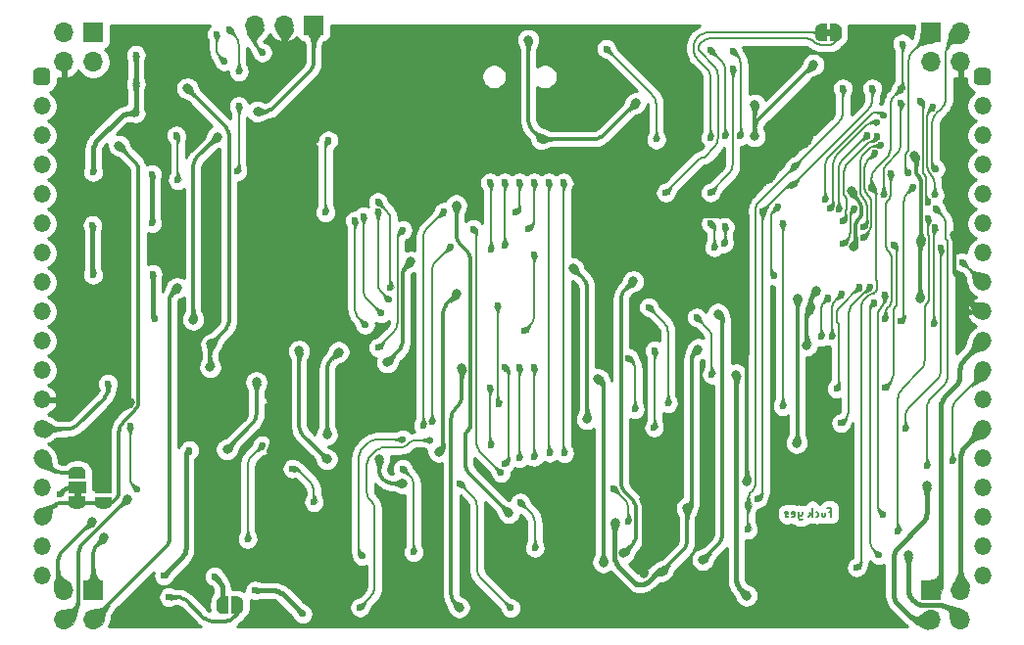
<source format=gbr>
%TF.GenerationSoftware,KiCad,Pcbnew,(5.1.9-0-10_14)*%
%TF.CreationDate,2021-04-17T19:26:37+08:00*%
%TF.ProjectId,BreadControlV2-rounded,42726561-6443-46f6-9e74-726f6c56322d,rev?*%
%TF.SameCoordinates,Original*%
%TF.FileFunction,Copper,L2,Bot*%
%TF.FilePolarity,Positive*%
%FSLAX46Y46*%
G04 Gerber Fmt 4.6, Leading zero omitted, Abs format (unit mm)*
G04 Created by KiCad (PCBNEW (5.1.9-0-10_14)) date 2021-04-17 19:26:37*
%MOMM*%
%LPD*%
G01*
G04 APERTURE LIST*
%TA.AperFunction,EtchedComponent*%
%ADD10C,0.100000*%
%TD*%
%TA.AperFunction,ComponentPad*%
%ADD11O,1.500000X1.500000*%
%TD*%
%TA.AperFunction,ComponentPad*%
%ADD12O,1.700000X1.700000*%
%TD*%
%TA.AperFunction,ComponentPad*%
%ADD13R,1.700000X1.700000*%
%TD*%
%TA.AperFunction,SMDPad,CuDef*%
%ADD14C,0.100000*%
%TD*%
%TA.AperFunction,SMDPad,CuDef*%
%ADD15R,1.500000X1.000000*%
%TD*%
%TA.AperFunction,ViaPad*%
%ADD16C,0.800000*%
%TD*%
%TA.AperFunction,ViaPad*%
%ADD17C,0.600000*%
%TD*%
%TA.AperFunction,Conductor*%
%ADD18C,0.203200*%
%TD*%
%TA.AperFunction,Conductor*%
%ADD19C,0.300000*%
%TD*%
%TA.AperFunction,Conductor*%
%ADD20C,0.381000*%
%TD*%
%TA.AperFunction,Conductor*%
%ADD21C,0.200000*%
%TD*%
%TA.AperFunction,Conductor*%
%ADD22C,0.025400*%
%TD*%
%TA.AperFunction,Conductor*%
%ADD23C,0.100000*%
%TD*%
%TA.AperFunction,Conductor*%
%ADD24C,0.254000*%
%TD*%
G04 APERTURE END LIST*
D10*
%TO.C,Neg to Rails*%
G36*
X100584000Y-71509000D02*
G01*
X100584000Y-72009000D01*
X101184000Y-72009000D01*
X101184000Y-71509000D01*
X100584000Y-71509000D01*
G37*
%TO.C,USB Reset*%
G36*
X165500000Y-31450000D02*
G01*
X166000000Y-31450000D01*
X166000000Y-32050000D01*
X165500000Y-32050000D01*
X165500000Y-31450000D01*
G37*
%TD*%
D11*
%TO.P,J2,18*%
%TO.N,Top_LEDs*%
X179070000Y-78740000D03*
%TO.P,J2,17*%
%TO.N,Unconnected_E*%
X179070000Y-76200000D03*
%TO.P,J2,16*%
%TO.N,48*%
X179070000Y-73660000D03*
%TO.P,J2,15*%
%TO.N,40*%
X179070000Y-71120000D03*
%TO.P,J2,14*%
%TO.N,Unconnected_H*%
X179070000Y-68580000D03*
%TO.P,J2,13*%
%TO.N,Unconnected_D*%
X179070000Y-66040000D03*
%TO.P,J2,12*%
%TO.N,16*%
X179070000Y-63500000D03*
%TO.P,J2,11*%
%TO.N,8*%
X179070000Y-60960000D03*
%TO.P,J2,10*%
%TO.N,Unconnected_A*%
X179070000Y-58420000D03*
%TO.P,J2,9*%
%TO.N,GND*%
X179070000Y-55880000D03*
%TO.P,J2,8*%
%TO.N,CS_H*%
X179070000Y-53340000D03*
%TO.P,J2,7*%
%TO.N,CS_G*%
X179070000Y-50800000D03*
%TO.P,J2,6*%
%TO.N,CS_F*%
X179070000Y-48260000D03*
%TO.P,J2,5*%
%TO.N,CS_E*%
X179070000Y-45720000D03*
%TO.P,J2,4*%
%TO.N,CS_D*%
X179070000Y-43180000D03*
%TO.P,J2,3*%
%TO.N,CS_C*%
X179070000Y-40640000D03*
%TO.P,J2,2*%
%TO.N,CS_B*%
X179070000Y-38100000D03*
%TO.P,J2,1*%
%TO.N,CS_A*%
%TA.AperFunction,ComponentPad*%
G36*
G01*
X178320000Y-35935000D02*
X178320000Y-35185000D01*
G75*
G02*
X178695000Y-34810000I375000J0D01*
G01*
X179445000Y-34810000D01*
G75*
G02*
X179820000Y-35185000I0J-375000D01*
G01*
X179820000Y-35935000D01*
G75*
G02*
X179445000Y-36310000I-375000J0D01*
G01*
X178695000Y-36310000D01*
G75*
G02*
X178320000Y-35935000I0J375000D01*
G01*
G37*
%TD.AperFunction*%
%TD*%
%TO.P,J1,18*%
%TO.N,Bottom_LEDs*%
X97790000Y-78740000D03*
%TO.P,J1,17*%
%TO.N,Pos_Bottom*%
X97790000Y-76200000D03*
%TO.P,J1,16*%
%TO.N,Neg_Bottom*%
X97790000Y-73660000D03*
%TO.P,J1,15*%
%TO.N,Pos_Top*%
X97790000Y-71120000D03*
%TO.P,J1,14*%
%TO.N,Neg_Top*%
X97790000Y-68580000D03*
%TO.P,J1,13*%
%TO.N,-9V*%
X97790000Y-66040000D03*
%TO.P,J1,12*%
%TO.N,GND*%
X97790000Y-63500000D03*
%TO.P,J1,11*%
%TO.N,+9V*%
X97790000Y-60960000D03*
%TO.P,J1,10*%
%TO.N,STROBE*%
X97790000Y-58420000D03*
%TO.P,J1,9*%
%TO.N,RESET*%
X97790000Y-55880000D03*
%TO.P,J1,8*%
%TO.N,DATA*%
X97790000Y-53340000D03*
%TO.P,J1,7*%
%TO.N,AY2*%
X97790000Y-50800000D03*
%TO.P,J1,6*%
%TO.N,AY1*%
X97790000Y-48260000D03*
%TO.P,J1,5*%
%TO.N,AY0*%
X97790000Y-45720000D03*
%TO.P,J1,4*%
%TO.N,AX3*%
X97790000Y-43180000D03*
%TO.P,J1,3*%
%TO.N,AX2*%
X97790000Y-40640000D03*
%TO.P,J1,2*%
%TO.N,AX1*%
X97790000Y-38100000D03*
%TO.P,J1,1*%
%TO.N,AX0*%
%TA.AperFunction,ComponentPad*%
G36*
G01*
X97040000Y-35935000D02*
X97040000Y-35185000D01*
G75*
G02*
X97415000Y-34810000I375000J0D01*
G01*
X98165000Y-34810000D01*
G75*
G02*
X98540000Y-35185000I0J-375000D01*
G01*
X98540000Y-35935000D01*
G75*
G02*
X98165000Y-36310000I-375000J0D01*
G01*
X97415000Y-36310000D01*
G75*
G02*
X97040000Y-35935000I0J375000D01*
G01*
G37*
%TD.AperFunction*%
%TD*%
D12*
%TO.P,J8,4*%
%TO.N,Unconnected_E*%
X177165000Y-82550000D03*
%TO.P,J8,3*%
%TO.N,Unconnected_H*%
X174625000Y-82550000D03*
%TO.P,J8,2*%
%TO.N,Unconnected_D*%
X177165000Y-80010000D03*
D13*
%TO.P,J8,1*%
%TO.N,Unconnected_A*%
X174625000Y-80010000D03*
%TD*%
D12*
%TO.P,Rx Tx Out,4*%
%TO.N,GND*%
X177165000Y-34290000D03*
%TO.P,Rx Tx Out,3*%
%TO.N,5V*%
X174625000Y-34290000D03*
%TO.P,Rx Tx Out,2*%
%TO.N,RX_OUT*%
X177165000Y-31750000D03*
D13*
%TO.P,Rx Tx Out,1*%
%TO.N,TX_OUT*%
X174625000Y-31750000D03*
%TD*%
D12*
%TO.P,J7,4*%
%TO.N,Unconnected_E*%
X99695000Y-82550000D03*
%TO.P,J7,3*%
%TO.N,Unconnected_H*%
X102235000Y-82550000D03*
%TO.P,J7,2*%
%TO.N,Unconnected_D*%
X99695000Y-80010000D03*
D13*
%TO.P,J7,1*%
%TO.N,Unconnected_A*%
X102235000Y-80010000D03*
%TD*%
D12*
%TO.P,Rx Tx in,4*%
%TO.N,GND*%
X99695000Y-34290000D03*
%TO.P,Rx Tx in,3*%
%TO.N,5V*%
X102235000Y-34290000D03*
%TO.P,Rx Tx in,2*%
%TO.N,TX_IN*%
X99695000Y-31750000D03*
D13*
%TO.P,Rx Tx in,1*%
%TO.N,RX_IN*%
X102235000Y-31750000D03*
%TD*%
%TA.AperFunction,SMDPad,CuDef*%
D14*
%TO.P,Neg Bottom to Gnd,1*%
%TO.N,GND*%
G36*
X102374000Y-71620000D02*
G01*
X102374000Y-71120000D01*
X102374602Y-71120000D01*
X102374602Y-71095466D01*
X102379412Y-71046635D01*
X102388984Y-70998510D01*
X102403228Y-70951555D01*
X102422005Y-70906222D01*
X102445136Y-70862949D01*
X102472396Y-70822150D01*
X102503524Y-70784221D01*
X102538221Y-70749524D01*
X102576150Y-70718396D01*
X102616949Y-70691136D01*
X102660222Y-70668005D01*
X102705555Y-70649228D01*
X102752510Y-70634984D01*
X102800635Y-70625412D01*
X102849466Y-70620602D01*
X102874000Y-70620602D01*
X102874000Y-70620000D01*
X103374000Y-70620000D01*
X103374000Y-70620602D01*
X103398534Y-70620602D01*
X103447365Y-70625412D01*
X103495490Y-70634984D01*
X103542445Y-70649228D01*
X103587778Y-70668005D01*
X103631051Y-70691136D01*
X103671850Y-70718396D01*
X103709779Y-70749524D01*
X103744476Y-70784221D01*
X103775604Y-70822150D01*
X103802864Y-70862949D01*
X103825995Y-70906222D01*
X103844772Y-70951555D01*
X103859016Y-70998510D01*
X103868588Y-71046635D01*
X103873398Y-71095466D01*
X103873398Y-71120000D01*
X103874000Y-71120000D01*
X103874000Y-71620000D01*
X102374000Y-71620000D01*
G37*
%TD.AperFunction*%
%TA.AperFunction,SMDPad,CuDef*%
%TO.P,Neg Bottom to Gnd,2*%
%TO.N,Neg_Bottom*%
G36*
X103873398Y-72420000D02*
G01*
X103873398Y-72444534D01*
X103868588Y-72493365D01*
X103859016Y-72541490D01*
X103844772Y-72588445D01*
X103825995Y-72633778D01*
X103802864Y-72677051D01*
X103775604Y-72717850D01*
X103744476Y-72755779D01*
X103709779Y-72790476D01*
X103671850Y-72821604D01*
X103631051Y-72848864D01*
X103587778Y-72871995D01*
X103542445Y-72890772D01*
X103495490Y-72905016D01*
X103447365Y-72914588D01*
X103398534Y-72919398D01*
X103374000Y-72919398D01*
X103374000Y-72920000D01*
X102874000Y-72920000D01*
X102874000Y-72919398D01*
X102849466Y-72919398D01*
X102800635Y-72914588D01*
X102752510Y-72905016D01*
X102705555Y-72890772D01*
X102660222Y-72871995D01*
X102616949Y-72848864D01*
X102576150Y-72821604D01*
X102538221Y-72790476D01*
X102503524Y-72755779D01*
X102472396Y-72717850D01*
X102445136Y-72677051D01*
X102422005Y-72633778D01*
X102403228Y-72588445D01*
X102388984Y-72541490D01*
X102379412Y-72493365D01*
X102374602Y-72444534D01*
X102374602Y-72420000D01*
X102374000Y-72420000D01*
X102374000Y-71920000D01*
X103874000Y-71920000D01*
X103874000Y-72420000D01*
X103873398Y-72420000D01*
G37*
%TD.AperFunction*%
%TD*%
%TA.AperFunction,SMDPad,CuDef*%
%TO.P,Neg to Rails,1*%
%TO.N,Neg_Top*%
G36*
X100088000Y-70370000D02*
G01*
X100088000Y-69820000D01*
X100088602Y-69820000D01*
X100088602Y-69795466D01*
X100093412Y-69746635D01*
X100102984Y-69698510D01*
X100117228Y-69651555D01*
X100136005Y-69606222D01*
X100159136Y-69562949D01*
X100186396Y-69522150D01*
X100217524Y-69484221D01*
X100252221Y-69449524D01*
X100290150Y-69418396D01*
X100330949Y-69391136D01*
X100374222Y-69368005D01*
X100419555Y-69349228D01*
X100466510Y-69334984D01*
X100514635Y-69325412D01*
X100563466Y-69320602D01*
X100588000Y-69320602D01*
X100588000Y-69320000D01*
X101088000Y-69320000D01*
X101088000Y-69320602D01*
X101112534Y-69320602D01*
X101161365Y-69325412D01*
X101209490Y-69334984D01*
X101256445Y-69349228D01*
X101301778Y-69368005D01*
X101345051Y-69391136D01*
X101385850Y-69418396D01*
X101423779Y-69449524D01*
X101458476Y-69484221D01*
X101489604Y-69522150D01*
X101516864Y-69562949D01*
X101539995Y-69606222D01*
X101558772Y-69651555D01*
X101573016Y-69698510D01*
X101582588Y-69746635D01*
X101587398Y-69795466D01*
X101587398Y-69820000D01*
X101588000Y-69820000D01*
X101588000Y-70370000D01*
X100088000Y-70370000D01*
G37*
%TD.AperFunction*%
D15*
%TO.P,Neg to Rails,2*%
%TO.N,Net-(JP3-Pad2)*%
X100838000Y-71120000D03*
%TA.AperFunction,SMDPad,CuDef*%
D14*
%TO.P,Neg to Rails,3*%
%TO.N,Neg_Bottom*%
G36*
X101587398Y-72420000D02*
G01*
X101587398Y-72444534D01*
X101582588Y-72493365D01*
X101573016Y-72541490D01*
X101558772Y-72588445D01*
X101539995Y-72633778D01*
X101516864Y-72677051D01*
X101489604Y-72717850D01*
X101458476Y-72755779D01*
X101423779Y-72790476D01*
X101385850Y-72821604D01*
X101345051Y-72848864D01*
X101301778Y-72871995D01*
X101256445Y-72890772D01*
X101209490Y-72905016D01*
X101161365Y-72914588D01*
X101112534Y-72919398D01*
X101088000Y-72919398D01*
X101088000Y-72920000D01*
X100588000Y-72920000D01*
X100588000Y-72919398D01*
X100563466Y-72919398D01*
X100514635Y-72914588D01*
X100466510Y-72905016D01*
X100419555Y-72890772D01*
X100374222Y-72871995D01*
X100330949Y-72848864D01*
X100290150Y-72821604D01*
X100252221Y-72790476D01*
X100217524Y-72755779D01*
X100186396Y-72717850D01*
X100159136Y-72677051D01*
X100136005Y-72633778D01*
X100117228Y-72588445D01*
X100102984Y-72541490D01*
X100093412Y-72493365D01*
X100088602Y-72444534D01*
X100088602Y-72420000D01*
X100088000Y-72420000D01*
X100088000Y-71870000D01*
X101588000Y-71870000D01*
X101588000Y-72420000D01*
X101587398Y-72420000D01*
G37*
%TD.AperFunction*%
%TD*%
%TA.AperFunction,SMDPad,CuDef*%
%TO.P,Bypass Neg Enable,2*%
%TO.N,Net-(JP3-Pad2)*%
G36*
X114696000Y-80530602D02*
G01*
X114720534Y-80530602D01*
X114769365Y-80535412D01*
X114817490Y-80544984D01*
X114864445Y-80559228D01*
X114909778Y-80578005D01*
X114953051Y-80601136D01*
X114993850Y-80628396D01*
X115031779Y-80659524D01*
X115066476Y-80694221D01*
X115097604Y-80732150D01*
X115124864Y-80772949D01*
X115147995Y-80816222D01*
X115166772Y-80861555D01*
X115181016Y-80908510D01*
X115190588Y-80956635D01*
X115195398Y-81005466D01*
X115195398Y-81030000D01*
X115196000Y-81030000D01*
X115196000Y-81530000D01*
X115195398Y-81530000D01*
X115195398Y-81554534D01*
X115190588Y-81603365D01*
X115181016Y-81651490D01*
X115166772Y-81698445D01*
X115147995Y-81743778D01*
X115124864Y-81787051D01*
X115097604Y-81827850D01*
X115066476Y-81865779D01*
X115031779Y-81900476D01*
X114993850Y-81931604D01*
X114953051Y-81958864D01*
X114909778Y-81981995D01*
X114864445Y-82000772D01*
X114817490Y-82015016D01*
X114769365Y-82024588D01*
X114720534Y-82029398D01*
X114696000Y-82029398D01*
X114696000Y-82030000D01*
X114196000Y-82030000D01*
X114196000Y-80530000D01*
X114696000Y-80530000D01*
X114696000Y-80530602D01*
G37*
%TD.AperFunction*%
%TA.AperFunction,SMDPad,CuDef*%
%TO.P,Bypass Neg Enable,1*%
%TO.N,Net-(D16-Pad2)*%
G36*
X113896000Y-82030000D02*
G01*
X113396000Y-82030000D01*
X113396000Y-82029398D01*
X113371466Y-82029398D01*
X113322635Y-82024588D01*
X113274510Y-82015016D01*
X113227555Y-82000772D01*
X113182222Y-81981995D01*
X113138949Y-81958864D01*
X113098150Y-81931604D01*
X113060221Y-81900476D01*
X113025524Y-81865779D01*
X112994396Y-81827850D01*
X112967136Y-81787051D01*
X112944005Y-81743778D01*
X112925228Y-81698445D01*
X112910984Y-81651490D01*
X112901412Y-81603365D01*
X112896602Y-81554534D01*
X112896602Y-81530000D01*
X112896000Y-81530000D01*
X112896000Y-81030000D01*
X112896602Y-81030000D01*
X112896602Y-81005466D01*
X112901412Y-80956635D01*
X112910984Y-80908510D01*
X112925228Y-80861555D01*
X112944005Y-80816222D01*
X112967136Y-80772949D01*
X112994396Y-80732150D01*
X113025524Y-80694221D01*
X113060221Y-80659524D01*
X113098150Y-80628396D01*
X113138949Y-80601136D01*
X113182222Y-80578005D01*
X113227555Y-80559228D01*
X113274510Y-80544984D01*
X113322635Y-80535412D01*
X113371466Y-80530602D01*
X113396000Y-80530602D01*
X113396000Y-80530000D01*
X113896000Y-80530000D01*
X113896000Y-82030000D01*
G37*
%TD.AperFunction*%
%TD*%
%TA.AperFunction,SMDPad,CuDef*%
%TO.P,USB Reset,1*%
%TO.N,Net-(JP1-Pad1)*%
G36*
X165900000Y-31000000D02*
G01*
X166400000Y-31000000D01*
X166400000Y-31000602D01*
X166424534Y-31000602D01*
X166473365Y-31005412D01*
X166521490Y-31014984D01*
X166568445Y-31029228D01*
X166613778Y-31048005D01*
X166657051Y-31071136D01*
X166697850Y-31098396D01*
X166735779Y-31129524D01*
X166770476Y-31164221D01*
X166801604Y-31202150D01*
X166828864Y-31242949D01*
X166851995Y-31286222D01*
X166870772Y-31331555D01*
X166885016Y-31378510D01*
X166894588Y-31426635D01*
X166899398Y-31475466D01*
X166899398Y-31500000D01*
X166900000Y-31500000D01*
X166900000Y-32000000D01*
X166899398Y-32000000D01*
X166899398Y-32024534D01*
X166894588Y-32073365D01*
X166885016Y-32121490D01*
X166870772Y-32168445D01*
X166851995Y-32213778D01*
X166828864Y-32257051D01*
X166801604Y-32297850D01*
X166770476Y-32335779D01*
X166735779Y-32370476D01*
X166697850Y-32401604D01*
X166657051Y-32428864D01*
X166613778Y-32451995D01*
X166568445Y-32470772D01*
X166521490Y-32485016D01*
X166473365Y-32494588D01*
X166424534Y-32499398D01*
X166400000Y-32499398D01*
X166400000Y-32500000D01*
X165900000Y-32500000D01*
X165900000Y-31000000D01*
G37*
%TD.AperFunction*%
%TA.AperFunction,SMDPad,CuDef*%
%TO.P,USB Reset,2*%
%TO.N,ATMega_Reset*%
G36*
X165100000Y-32499398D02*
G01*
X165075466Y-32499398D01*
X165026635Y-32494588D01*
X164978510Y-32485016D01*
X164931555Y-32470772D01*
X164886222Y-32451995D01*
X164842949Y-32428864D01*
X164802150Y-32401604D01*
X164764221Y-32370476D01*
X164729524Y-32335779D01*
X164698396Y-32297850D01*
X164671136Y-32257051D01*
X164648005Y-32213778D01*
X164629228Y-32168445D01*
X164614984Y-32121490D01*
X164605412Y-32073365D01*
X164600602Y-32024534D01*
X164600602Y-32000000D01*
X164600000Y-32000000D01*
X164600000Y-31500000D01*
X164600602Y-31500000D01*
X164600602Y-31475466D01*
X164605412Y-31426635D01*
X164614984Y-31378510D01*
X164629228Y-31331555D01*
X164648005Y-31286222D01*
X164671136Y-31242949D01*
X164698396Y-31202150D01*
X164729524Y-31164221D01*
X164764221Y-31129524D01*
X164802150Y-31098396D01*
X164842949Y-31071136D01*
X164886222Y-31048005D01*
X164931555Y-31029228D01*
X164978510Y-31014984D01*
X165026635Y-31005412D01*
X165075466Y-31000602D01*
X165100000Y-31000602D01*
X165100000Y-31000000D01*
X165600000Y-31000000D01*
X165600000Y-32500000D01*
X165100000Y-32500000D01*
X165100000Y-32499398D01*
G37*
%TD.AperFunction*%
%TD*%
D12*
%TO.P,J3,3*%
%TO.N,Net-(J3-Pad3)*%
X116205000Y-31115000D03*
%TO.P,J3,2*%
%TO.N,GND*%
X118745000Y-31115000D03*
D13*
%TO.P,J3,1*%
%TO.N,5V*%
X121285000Y-31115000D03*
%TD*%
D16*
%TO.N,GND*%
X160718500Y-44259500D03*
X164465000Y-36585000D03*
X163766500Y-41211500D03*
X149796500Y-72072500D03*
X158707002Y-70548500D03*
X160718500Y-44259500D03*
X153606500Y-47625000D03*
X144145000Y-44705000D03*
X137414998Y-38235000D03*
X120015000Y-56297500D03*
X121285000Y-41070000D03*
X131064000Y-46291500D03*
X130873500Y-41783000D03*
X105410000Y-63745000D03*
X117475000Y-56297500D03*
X117602000Y-67945000D03*
X117602000Y-63678510D03*
X149779144Y-78515706D03*
X142290800Y-72847200D03*
X167894000Y-50241200D03*
X167784597Y-45466000D03*
X176657000Y-49276000D03*
X118300500Y-75807010D03*
X145541999Y-81153001D03*
X117057503Y-35850497D03*
D17*
%TO.N,Net-(C1-Pad1)*%
X155575000Y-45593000D03*
X157543500Y-34861500D03*
D16*
%TO.N,+9V*%
X122428000Y-68643500D03*
X120015000Y-59272500D03*
X132080000Y-68008500D03*
X133667500Y-54356000D03*
D17*
%TO.N,Net-(C3-Pad2)*%
X102171500Y-48387000D03*
X102225000Y-52705000D03*
X122301000Y-47307500D03*
X122555000Y-41070000D03*
%TO.N,Net-(C3-Pad1)*%
X107378500Y-52641500D03*
X107570000Y-56515000D03*
%TO.N,Net-(C4-Pad2)*%
X114808000Y-38100000D03*
X107325000Y-43995500D03*
X114678389Y-43751500D03*
X107325000Y-48260000D03*
D16*
%TO.N,5V*%
X116415500Y-38564500D03*
X110871000Y-56578500D03*
X112966500Y-40767010D03*
X164465000Y-34535000D03*
X159385000Y-40705000D03*
X159385000Y-37973000D03*
X173672500Y-54737000D03*
X164211000Y-55626000D03*
X164719000Y-54038500D03*
X163893500Y-58801000D03*
X154495500Y-59118500D03*
X153543000Y-72898000D03*
X151384000Y-78350000D03*
X139827000Y-32385000D03*
X140970000Y-40957500D03*
X147320000Y-74168000D03*
X149098000Y-37855000D03*
X173214177Y-42422094D03*
X173734844Y-49760010D03*
D17*
%TO.N,Net-(C8-Pad2)*%
X102225000Y-43815000D03*
X105919000Y-36195000D03*
X105919000Y-33655000D03*
X105919000Y-38735000D03*
D16*
%TO.N,-9V*%
X126936500Y-68643500D03*
X128970000Y-70739000D03*
X122428000Y-66548000D03*
X129667000Y-51562000D03*
X127635000Y-60261500D03*
X110363000Y-36576000D03*
X112427031Y-58684990D03*
X112331500Y-60706000D03*
X123444000Y-59372500D03*
D17*
X103505000Y-62102998D03*
%TO.N,Net-(D1-Pad1)*%
X157480000Y-33337500D03*
X158115000Y-40705000D03*
%TO.N,Net-(D2-Pad1)*%
X155575000Y-33274000D03*
X156845000Y-40705000D03*
%TO.N,Net-(D3-Pad1)*%
X150876000Y-40995600D03*
X146558000Y-33133000D03*
%TO.N,Net-(D10-Pad2)*%
X125476000Y-77025500D03*
X128970005Y-66929005D03*
%TO.N,Net-(D9-Pad1)*%
X125285500Y-81470500D03*
X131381500Y-66992500D03*
D16*
%TO.N,Pos_Top*%
X133858000Y-81470500D03*
X116332000Y-61976000D03*
X134084540Y-60786994D03*
X113789027Y-67798801D03*
D17*
%TO.N,Net-(D11-Pad2)*%
X129921000Y-76708000D03*
X128970000Y-69469000D03*
%TO.N,Net-(D11-Pad1)*%
X138303000Y-81534000D03*
X133920000Y-70739000D03*
%TO.N,Net-(D13-Pad1)*%
X105410000Y-65795000D03*
X106034501Y-71295490D03*
%TO.N,Net-(D15-Pad2)*%
X115570000Y-75565000D03*
X116839362Y-67467083D03*
%TO.N,Net-(D16-Pad2)*%
X112712500Y-78803500D03*
X120332500Y-82042000D03*
X116210000Y-80010000D03*
%TO.N,Net-(D16-Pad1)*%
X110553500Y-67881500D03*
X108340000Y-78740000D03*
D16*
%TO.N,Bottom_LEDs*%
X156210000Y-56070500D03*
X154907446Y-77344510D03*
%TO.N,Neg_Bottom*%
X104457500Y-41529000D03*
D17*
%TO.N,STROBE*%
X137477500Y-69850000D03*
X171767500Y-74866500D03*
X135056726Y-48739490D03*
X126873000Y-58991500D03*
X128968500Y-48831500D03*
X174386010Y-47809011D03*
%TO.N,RESET*%
X140335000Y-50927000D03*
X167024377Y-50009301D03*
X167975157Y-46964059D03*
X139509500Y-57530996D03*
%TO.N,DATA*%
X174844010Y-56959500D03*
X174986020Y-48577500D03*
%TO.N,AY1*%
X125730000Y-57023000D03*
X124841000Y-48006000D03*
X166049468Y-58039000D03*
X166908699Y-54363355D03*
%TO.N,AY0*%
X125574490Y-47625000D03*
X127131885Y-56052341D03*
X165150462Y-58089462D03*
X165735000Y-54688510D03*
%TO.N,AX2*%
X161798000Y-48196500D03*
X161798000Y-64071500D03*
X137287000Y-63881000D03*
X137160000Y-55308500D03*
X127762000Y-54864000D03*
X126826739Y-47243826D03*
%TO.N,AX1*%
X161373728Y-46819728D03*
X161089335Y-52790543D03*
X126833392Y-46401935D03*
X127918479Y-53848000D03*
%TO.N,AX0*%
X109537500Y-44513500D03*
X109410500Y-40640000D03*
D16*
%TO.N,Top_LEDs*%
X157795000Y-61325000D03*
X158686502Y-80454500D03*
%TO.N,Unconnected_E*%
X133604000Y-46672500D03*
X138139436Y-73290990D03*
X105219500Y-72072500D03*
X172656500Y-76962000D03*
D17*
%TO.N,48*%
X132524500Y-47244000D03*
X130751072Y-65726411D03*
%TO.N,40*%
X133124510Y-50228500D03*
X131493490Y-65428361D03*
D16*
%TO.N,Unconnected_H*%
X143675686Y-52135010D03*
X144907000Y-65174968D03*
X109474000Y-53848000D03*
X174244000Y-70929500D03*
%TO.N,Unconnected_D*%
X163004500Y-67246500D03*
X163068000Y-54737000D03*
X102180912Y-74050412D03*
X148059710Y-76809305D03*
X148897691Y-53260805D03*
D17*
%TO.N,16*%
X150241000Y-55499000D03*
X151892011Y-63817491D03*
%TO.N,8*%
X150749000Y-59245500D03*
X176474490Y-68808437D03*
X150685500Y-65913000D03*
D16*
%TO.N,Unconnected_A*%
X145859500Y-61722000D03*
X103196115Y-75446615D03*
X146304000Y-77585010D03*
D17*
%TO.N,CS_H*%
X177307010Y-51612800D03*
%TO.N,CS_F*%
X168747210Y-49483570D03*
X169766242Y-42171092D03*
%TO.N,CS_E*%
X168761822Y-48565432D03*
X170282640Y-41459967D03*
%TO.N,CS_D*%
X166962195Y-48034973D03*
X169990871Y-40701359D03*
%TO.N,CS_C*%
X169135833Y-40597683D03*
X166650282Y-47065281D03*
%TO.N,CS_B*%
X169968292Y-39501347D03*
X165858201Y-46952907D03*
%TO.N,CS_A*%
X170532490Y-38934162D03*
X165484589Y-46245494D03*
%TO.N,Net-(J3-Pad3)*%
X116840000Y-33464500D03*
X172021500Y-37782500D03*
X170514677Y-45758903D03*
%TO.N,TX_IN*%
X112903000Y-31877000D03*
X173672500Y-37655500D03*
X174386010Y-46418500D03*
X113538000Y-34226499D03*
%TO.N,RX_IN*%
X113982500Y-31496000D03*
X114808000Y-35115500D03*
X174780510Y-38176328D03*
X174918978Y-45821873D03*
%TO.N,RX_OUT*%
X175002164Y-43549400D03*
%TO.N,TX_OUT*%
X172685975Y-43921763D03*
%TO.N,Net-(JP1-Pad1)*%
X151701500Y-45593000D03*
%TO.N,ATMega_Reset*%
X155575000Y-40830500D03*
X172021500Y-36639500D03*
X165100000Y-31877000D03*
X172148500Y-32702500D03*
X168198800Y-78028800D03*
X169484627Y-45158893D03*
%TO.N,Net-(JP3-Pad2)*%
X99314000Y-71691500D03*
X108775500Y-80581500D03*
X114681000Y-81470500D03*
%TO.N,Net-(Q1-Pad1)*%
X154368500Y-56388000D03*
X155686990Y-61325000D03*
%TO.N,Neg_Pwr_en*%
X169737025Y-55088719D03*
X170116500Y-76962000D03*
%TO.N,I2C_SCL*%
X167005000Y-36576000D03*
X158813500Y-72644000D03*
X162828622Y-43310241D03*
X158813500Y-74749968D03*
%TO.N,I2C_SDA*%
X169545000Y-36576000D03*
X160059156Y-47215490D03*
X162673839Y-44910067D03*
X159639000Y-72072500D03*
%TO.N,Top_LED_Control*%
X173067119Y-45116514D03*
X171986510Y-56734008D03*
%TO.N,Bottom_LED_Control*%
X170660497Y-56545000D03*
X171114687Y-43910000D03*
%TO.N,Net-(R12-Pad1)*%
X139128500Y-72390000D03*
X140398500Y-76327000D03*
%TO.N,VDIV_0*%
X168473755Y-53760012D03*
X166449479Y-62547500D03*
%TO.N,VDIV_1*%
X166849490Y-65532000D03*
X169346242Y-53769715D03*
%TO.N,VREF_ADC_BIAS*%
X170624500Y-62484000D03*
X171360212Y-50064288D03*
%TO.N,CS_I*%
X172402500Y-66040000D03*
X175479010Y-50394445D03*
X148478010Y-59880500D03*
X149034496Y-64325500D03*
%TO.N,POT0_A*%
X140335000Y-68453000D03*
X140335000Y-60705000D03*
%TO.N,POT0_W*%
X139065000Y-68580000D03*
X139065000Y-60705000D03*
%TO.N,POT0_B*%
X137795000Y-69024500D03*
X137795000Y-60705000D03*
%TO.N,POT1_A*%
X136525000Y-62420500D03*
X136588500Y-67430644D03*
%TO.N,PE3*%
X175006000Y-46990000D03*
X174280008Y-69242490D03*
%TO.N,POT1_B*%
X141605000Y-44705000D03*
X141668500Y-68100510D03*
%TO.N,POT1_W*%
X142875000Y-44705000D03*
X142938500Y-68151479D03*
%TO.N,LDAC*%
X170602180Y-54407189D03*
X148478010Y-74041000D03*
X147177990Y-71155794D03*
X170497500Y-73469500D03*
%TO.N,PC3*%
X136588500Y-50482500D03*
X136525000Y-44705000D03*
%TO.N,PC2*%
X137795000Y-44704000D03*
X137760705Y-50165000D03*
%TO.N,PC1*%
X139065000Y-44704000D03*
X138748234Y-47278990D03*
X155576751Y-48275010D03*
X155892500Y-50339521D03*
%TO.N,PC0*%
X140335000Y-44705000D03*
X156827238Y-48491305D03*
X156731604Y-49988104D03*
X139827000Y-48729784D03*
%TO.N,Net-(U7-Pad13)*%
X119445000Y-69469000D03*
X121307606Y-72390000D03*
%TD*%
D18*
%TO.N,*%
X166009320Y-73233280D02*
X166009320Y-72880220D01*
X166009320Y-73233280D02*
X165780720Y-73233280D01*
X166009320Y-73621900D02*
X166009320Y-73233280D01*
X162059620Y-73449180D02*
X162085020Y-73423780D01*
X162212020Y-73423780D02*
X162275520Y-73360280D01*
X162212020Y-73182480D02*
X162097720Y-73182480D01*
X162110420Y-73639680D02*
X162059620Y-73588880D01*
X162085020Y-73423780D02*
X162212020Y-73423780D01*
X162275520Y-73245980D02*
X162212020Y-73182480D01*
X162059620Y-73588880D02*
X162059620Y-73449180D01*
X162275520Y-73360280D02*
X162275520Y-73245980D01*
X162097720Y-73182480D02*
X162034220Y-73245980D01*
X162270440Y-73639680D02*
X162110420Y-73639680D01*
X162323780Y-73586340D02*
X162270440Y-73639680D01*
X162034220Y-73245980D02*
X162034220Y-73258680D01*
X164376100Y-73413620D02*
X164261800Y-73413620D01*
X163177220Y-73233280D02*
X163177220Y-73411080D01*
X164261800Y-73413620D02*
X164045900Y-73629520D01*
X163177220Y-73741280D02*
X163291520Y-73855580D01*
X163545520Y-73792080D02*
X163545520Y-73779380D01*
X163177220Y-73411080D02*
X163177220Y-73741280D01*
X163291520Y-73855580D02*
X163482020Y-73855580D01*
X163482020Y-73855580D02*
X163545520Y-73792080D01*
X163558220Y-73233280D02*
X163558220Y-73411080D01*
X163278820Y-73512680D02*
X163177220Y-73411080D01*
X163456620Y-73512680D02*
X163278820Y-73512680D01*
X163558220Y-73411080D02*
X163456620Y-73512680D01*
X166009320Y-72880220D02*
X165661340Y-72880220D01*
X165506400Y-73289160D02*
X165506400Y-73517760D01*
X165188900Y-73517760D02*
X165188900Y-73289160D01*
X165404800Y-73619360D02*
X165290500Y-73619360D01*
X165290500Y-73619360D02*
X165188900Y-73517760D01*
X165506400Y-73517760D02*
X165404800Y-73619360D01*
X164706300Y-73248520D02*
X164807900Y-73248520D01*
X164909500Y-73527920D02*
X164807900Y-73629520D01*
X164807900Y-73248520D02*
X164909500Y-73350120D01*
X164807900Y-73629520D02*
X164680900Y-73629520D01*
X164909500Y-73350120D02*
X164909500Y-73527920D01*
X164376100Y-73616820D02*
X164376100Y-73413620D01*
X164376100Y-72867520D02*
X164376100Y-73413620D01*
%TO.N,I2C_SCL*%
X162745420Y-73393300D02*
X162567620Y-73393300D01*
X162872420Y-73304400D02*
X162872420Y-73520300D01*
X162783520Y-73215500D02*
X162872420Y-73304400D01*
X162567620Y-73393300D02*
X162567620Y-73279000D01*
X162567620Y-73279000D02*
X162631120Y-73215500D01*
X162770820Y-73621900D02*
X162605720Y-73621900D01*
X162872420Y-73520300D02*
X162770820Y-73621900D01*
X162631120Y-73215500D02*
X162783520Y-73215500D01*
%TO.N,*%
X164261800Y-73413620D02*
X164109400Y-73261220D01*
D19*
%TO.N,GND*%
X118705818Y-33930440D02*
X118667016Y-34058355D01*
X149795646Y-78493283D02*
X149794800Y-78496069D01*
X117602000Y-68311138D02*
X117602000Y-68457593D01*
X158808262Y-48691805D02*
X158782701Y-48665690D01*
X158808481Y-48644504D02*
X158808262Y-48691805D01*
X158782701Y-48665690D02*
X158808481Y-48644504D01*
X178785182Y-55836695D02*
X178811750Y-55850895D01*
X176675730Y-52530317D02*
X176694280Y-52591470D01*
X138178135Y-40976351D02*
X138241147Y-41094238D01*
X117602000Y-67432405D02*
X117602000Y-67578860D01*
X157048595Y-47581823D02*
X157039921Y-47580098D01*
X168539614Y-47642921D02*
X168497869Y-47721020D01*
X131018067Y-41940813D02*
X131033130Y-41968992D01*
X103137101Y-66394661D02*
X103124000Y-66527688D01*
X177293170Y-54339423D02*
X177374392Y-54438392D01*
X177000717Y-53072527D02*
X177019268Y-53133680D01*
X176657000Y-52404044D02*
X176663263Y-52467641D01*
X158811470Y-47564192D02*
X158812457Y-47567483D01*
X118478586Y-34410882D02*
X118393786Y-34514211D01*
X158809438Y-48437969D02*
X158787084Y-48394795D01*
X158809641Y-48394111D02*
X158809438Y-48437969D01*
X158787084Y-48394795D02*
X158809641Y-48394111D01*
X178897956Y-55877046D02*
X178927936Y-55880000D01*
X117571378Y-63656718D02*
X117581419Y-63675504D01*
X118615862Y-34181851D02*
X118552850Y-34299738D01*
X131060867Y-42060427D02*
X131064000Y-42092226D01*
X120092982Y-42444643D02*
X120054179Y-42572558D01*
X163548217Y-41429779D02*
X163460904Y-41517092D01*
X177161686Y-54120056D02*
X177222040Y-54232969D01*
X161080957Y-43897040D02*
X160977398Y-44000599D01*
X117715183Y-75125032D02*
X117770412Y-75228357D01*
X158720103Y-46634659D02*
X158707002Y-46767686D01*
X177038000Y-53626265D02*
X177050548Y-53753680D01*
X131045358Y-41998512D02*
X131054634Y-42029089D01*
X139746162Y-42277897D02*
X139879190Y-42291000D01*
X117602000Y-67725316D02*
X117602000Y-67871771D01*
X157883452Y-48368868D02*
X157969798Y-48415021D01*
X168550600Y-46652824D02*
X168587702Y-46775135D01*
X168289343Y-46216943D02*
X168370427Y-46315744D01*
X149796500Y-78487531D02*
X149796214Y-78490428D01*
X157031076Y-47580098D02*
X157022402Y-47581822D01*
X176784364Y-52760006D02*
X176824905Y-52809405D01*
X158807370Y-48884362D02*
X158776368Y-48776739D01*
X158807776Y-48796802D02*
X158807370Y-48884362D01*
X158776368Y-48776739D02*
X158807776Y-48796802D01*
X139245759Y-42098850D02*
X139363646Y-42161862D01*
X158783641Y-47541334D02*
X158780219Y-47540998D01*
X160873838Y-44104159D02*
X160770279Y-44207718D01*
X103316147Y-65894259D02*
X103253135Y-66012146D01*
X168029271Y-50101202D02*
X168007649Y-50127548D01*
X158794261Y-48257453D02*
X158810602Y-48186588D01*
X158810149Y-48284402D02*
X158794261Y-48257453D01*
X158810602Y-48186588D02*
X158810149Y-48284402D01*
X141978882Y-42557411D02*
X142082211Y-42642211D01*
X156983279Y-47609606D02*
X156974531Y-47614281D01*
X117599911Y-63736461D02*
X117602000Y-63757660D01*
X158611472Y-48459423D02*
X158663620Y-48427855D01*
X158635178Y-48487879D02*
X158611472Y-48459423D01*
X158663620Y-48427855D02*
X158635178Y-48487879D01*
X117636339Y-74904677D02*
X117670348Y-75016791D01*
X168224494Y-48067810D02*
X168182750Y-48145909D01*
X156943023Y-47623955D02*
X156932423Y-47625000D01*
X168599209Y-47476363D02*
X168573503Y-47561106D01*
X139031286Y-41939786D02*
X139134615Y-42024586D01*
X164351813Y-40529522D02*
X164296585Y-40632847D01*
X158737456Y-47539345D02*
X158745764Y-47540998D01*
X139487143Y-42213016D02*
X139615058Y-42251819D01*
X138088179Y-40724940D02*
X138126981Y-40852855D01*
X159058213Y-45919784D02*
X158973413Y-46023113D01*
X149790697Y-78503747D02*
X149788850Y-78505998D01*
X164231495Y-40730262D02*
X164157170Y-40820827D01*
X138038576Y-39158308D02*
X138049000Y-39264137D01*
X120366211Y-41988786D02*
X120281411Y-42092115D01*
X137986960Y-38952249D02*
X138017830Y-39054010D01*
D20*
X142557211Y-78149684D02*
X142642011Y-78253013D01*
D19*
X138049000Y-40460810D02*
X138062101Y-40593837D01*
X167793154Y-45661394D02*
X167801630Y-45689336D01*
X176946137Y-52957127D02*
X176976261Y-53013485D01*
X117602000Y-74673174D02*
X117613483Y-74789768D01*
D20*
X142329979Y-77669242D02*
X142368781Y-77797157D01*
D19*
X120207147Y-42203259D02*
X120144135Y-42321146D01*
X178839582Y-55862424D02*
X178868410Y-55871169D01*
X158813116Y-47570856D02*
X158813439Y-47574277D01*
X138315411Y-41205382D02*
X138400211Y-41308711D01*
X168612638Y-46900493D02*
X168625167Y-47027692D01*
X158799373Y-47547850D02*
X158802031Y-47550031D01*
X167784597Y-45603697D02*
X167787458Y-45632756D01*
X158804463Y-47552463D02*
X158806641Y-47555120D01*
X158707002Y-47502234D02*
X158708653Y-47510541D01*
X177031736Y-53196356D02*
X177038000Y-53259954D01*
X157726363Y-48252363D02*
X157802046Y-48314474D01*
D20*
X142419935Y-77920653D02*
X142482947Y-78038540D01*
D19*
X157056767Y-47585207D02*
X157064121Y-47590121D01*
X177075526Y-53879251D02*
X177112691Y-54001769D01*
X168329872Y-47925724D02*
X168273693Y-47994178D01*
X158730767Y-48683871D02*
X158705119Y-48648077D01*
X158749833Y-48664865D02*
X158730767Y-48683871D01*
X158705119Y-48648077D02*
X158749833Y-48664865D01*
X164465000Y-40077663D02*
X164453515Y-40194258D01*
X141749851Y-42420135D02*
X141867738Y-42483147D01*
X117495578Y-63554513D02*
X117505619Y-63573299D01*
X167812805Y-45716314D02*
X167826569Y-45742065D01*
X156999193Y-47597803D02*
X156991526Y-47604095D01*
X178736847Y-55800847D02*
X178760134Y-55819958D01*
X168064272Y-50042805D02*
X168048206Y-50072863D01*
X157014230Y-47585207D02*
X157006875Y-47590121D01*
X160666718Y-44311279D02*
X160563159Y-44414838D01*
X168087209Y-49978702D02*
X168077316Y-50011317D01*
X158069649Y-48456381D02*
X158156955Y-48482865D01*
X158647422Y-48589999D02*
X158591045Y-48553765D01*
X158629545Y-48536730D02*
X158647422Y-48589999D01*
X158591045Y-48553765D02*
X158629545Y-48536730D01*
X158808547Y-47557980D02*
X158810162Y-47561013D01*
X117475000Y-63472357D02*
X117477087Y-63493556D01*
X130980045Y-41889545D02*
X131000315Y-41914245D01*
X118745000Y-33666309D02*
X118731897Y-33799337D01*
X168097200Y-49911356D02*
X168093859Y-49945274D01*
X158246437Y-48500665D02*
X158337233Y-48509608D01*
X137896137Y-38760219D02*
X137946265Y-38854003D01*
X168448670Y-47794652D02*
X168392491Y-47863106D01*
X176870092Y-52854592D02*
X176910633Y-52903992D01*
D20*
X142290800Y-77405112D02*
X142303901Y-77538139D01*
D19*
X117481243Y-63514449D02*
X117487426Y-63534833D01*
X141367337Y-42304101D02*
X141234310Y-42291000D01*
X160459599Y-44518398D02*
X160356040Y-44621957D01*
X176718736Y-52650511D02*
X176748860Y-52706871D01*
X168148861Y-48227724D02*
X168123155Y-48312467D01*
X164430658Y-40309167D02*
X164396649Y-40421281D01*
X158711894Y-47518366D02*
X158716600Y-47525409D01*
X117546030Y-63622540D02*
X117559543Y-63639006D01*
X103201981Y-66135643D02*
X103163179Y-66263558D01*
X167842791Y-45766344D02*
X167861315Y-45788915D01*
X168441437Y-46422018D02*
X168501688Y-46534740D01*
X158793483Y-47544319D02*
X158796515Y-47545940D01*
X137769595Y-38589597D02*
X137837057Y-38671800D01*
X158447013Y-48509608D02*
X158536757Y-48489169D01*
X158520888Y-48524435D02*
X158447013Y-48509608D01*
X158536757Y-48489169D02*
X158520888Y-48524435D01*
X168625167Y-47301379D02*
X168616486Y-47389509D01*
X156963660Y-47618785D02*
X156953468Y-47621877D01*
X117835502Y-75325772D02*
X117909827Y-75416337D01*
X158722588Y-47531397D02*
X158729630Y-47536103D01*
X158899149Y-46134257D02*
X158836137Y-46252144D01*
X158787014Y-47542005D02*
X158790305Y-47543003D01*
X158730016Y-48371354D02*
X158756789Y-48335846D01*
X158764558Y-48373962D02*
X158730016Y-48371354D01*
X158756789Y-48335846D02*
X158764558Y-48373962D01*
X103475211Y-65679786D02*
X103390411Y-65783115D01*
X117517454Y-63591011D02*
X117530967Y-63607477D01*
X117589571Y-63695184D02*
X117595755Y-63715568D01*
X141498440Y-42330179D02*
X141626355Y-42368981D01*
X168105879Y-48399321D02*
X168097200Y-48487451D01*
X158784983Y-46375641D02*
X158746181Y-46503556D01*
X120028102Y-42703661D02*
X120015000Y-42836689D01*
X163898331Y-41079666D02*
X163812746Y-41165251D01*
X163722842Y-41255154D02*
X163635529Y-41342467D01*
X117602000Y-68018227D02*
X117602000Y-68164682D01*
X149793686Y-78498759D02*
X149792314Y-78501327D01*
X164069502Y-40908496D02*
X163983917Y-40994081D01*
X131060867Y-42060427D02*
X131054634Y-42029089D01*
X117599911Y-63736461D02*
X117595755Y-63715568D01*
X157022402Y-47581822D02*
X157014230Y-47585207D01*
X117477087Y-63493556D02*
X117481243Y-63514449D01*
X178897956Y-55877046D02*
X178868410Y-55871169D01*
X168370427Y-46315744D02*
X168441437Y-46422018D01*
X176784364Y-52760006D02*
X176748860Y-52706871D01*
D20*
X142329979Y-77669242D02*
X142303901Y-77538139D01*
D19*
X168587702Y-46775135D02*
X168612638Y-46900493D01*
X139746162Y-42277897D02*
X139615058Y-42251819D01*
X176675730Y-52530317D02*
X176663263Y-52467641D01*
X103137101Y-66394661D02*
X103163179Y-66263558D01*
X168123155Y-48312467D02*
X168105879Y-48399321D01*
X158156955Y-48482865D02*
X158246437Y-48500665D01*
X168599209Y-47476363D02*
X168616486Y-47389509D01*
X158611472Y-48459423D02*
X158536757Y-48489169D01*
X158591045Y-48553765D02*
X158520888Y-48524435D01*
X158635178Y-48487879D02*
X158629545Y-48536730D01*
X118478586Y-34410882D02*
X118552850Y-34299738D01*
X138088179Y-40724940D02*
X138062101Y-40593837D01*
X167793154Y-45661394D02*
X167787458Y-45632756D01*
X117505619Y-63573299D02*
X117517454Y-63591011D01*
X158737456Y-47539345D02*
X158729630Y-47536103D01*
X117571378Y-63656718D02*
X117559543Y-63639006D01*
X160563159Y-44414838D02*
X160459599Y-44518398D01*
X149790697Y-78503747D02*
X149792314Y-78501327D01*
X160977398Y-44000599D02*
X160873838Y-44104159D01*
X163548217Y-41429779D02*
X163635529Y-41342467D01*
X158812457Y-47567483D02*
X158813116Y-47570856D01*
X158720103Y-46634659D02*
X158746181Y-46503556D01*
X176946137Y-52957127D02*
X176910633Y-52903992D01*
X158708653Y-47510541D02*
X158711894Y-47518366D01*
X117602000Y-68311138D02*
X117602000Y-68164682D01*
D20*
X142557211Y-78149684D02*
X142482947Y-78038540D01*
D19*
X158776368Y-48776739D02*
X158730767Y-48683871D01*
X158808262Y-48691805D02*
X158807776Y-48796802D01*
X158782701Y-48665690D02*
X158749833Y-48664865D01*
X138241147Y-41094238D02*
X138315411Y-41205382D01*
X137896137Y-38760219D02*
X137837057Y-38671800D01*
X117770412Y-75228357D02*
X117835502Y-75325772D01*
X168224494Y-48067810D02*
X168273693Y-47994178D01*
X158806641Y-47555120D02*
X158808547Y-47557980D01*
X177050548Y-53753680D02*
X177075526Y-53879251D01*
X158799373Y-47547850D02*
X158796515Y-47545940D01*
X139245759Y-42098850D02*
X139134615Y-42024586D01*
X103316147Y-65894259D02*
X103390411Y-65783115D01*
X158783641Y-47541334D02*
X158787014Y-47542005D01*
X120281411Y-42092115D02*
X120207147Y-42203259D01*
X157883452Y-48368868D02*
X157802046Y-48314474D01*
X168029271Y-50101202D02*
X168048206Y-50072863D01*
X118705818Y-33930440D02*
X118731897Y-33799337D01*
X156943023Y-47623955D02*
X156953468Y-47621877D01*
X177293170Y-54339423D02*
X177222040Y-54232969D01*
X149795646Y-78493283D02*
X149796214Y-78490428D01*
X138038576Y-39158308D02*
X138017830Y-39054010D01*
X178785182Y-55836695D02*
X178760134Y-55819958D01*
X168497869Y-47721020D02*
X168448670Y-47794652D01*
X177019268Y-53133680D02*
X177031736Y-53196356D01*
X117636339Y-74904677D02*
X117613483Y-74789768D01*
X164453515Y-40194258D02*
X164430658Y-40309167D01*
X141367337Y-42304101D02*
X141498440Y-42330179D01*
X164296585Y-40632847D02*
X164231495Y-40730262D01*
X168087209Y-49978702D02*
X168093859Y-49945274D01*
X117602000Y-67578860D02*
X117602000Y-67725316D01*
X167826569Y-45742065D02*
X167842791Y-45766344D01*
X157048595Y-47581823D02*
X157056767Y-47585207D01*
X120054179Y-42572558D02*
X120028102Y-42703661D01*
X156983279Y-47609606D02*
X156991526Y-47604095D01*
X158794261Y-48257453D02*
X158756789Y-48335846D01*
X158787084Y-48394795D02*
X158764558Y-48373962D01*
X158809641Y-48394111D02*
X158810149Y-48284402D01*
X163898331Y-41079666D02*
X163983917Y-40994081D01*
X141978882Y-42557411D02*
X141867738Y-42483147D01*
X131018067Y-41940813D02*
X131000315Y-41914245D01*
X158973413Y-46023113D02*
X158899149Y-46134257D01*
X131033130Y-41968992D02*
X131045358Y-41998512D01*
X149794800Y-78496069D02*
X149793686Y-78498759D01*
X120092982Y-42444643D02*
X120144135Y-42321146D01*
X167801630Y-45689336D02*
X167812805Y-45716314D01*
X164351813Y-40529522D02*
X164396649Y-40421281D01*
X168550600Y-46652824D02*
X168501688Y-46534740D01*
X178811750Y-55850895D02*
X178839582Y-55862424D01*
D20*
X142368781Y-77797157D02*
X142419935Y-77920653D01*
D19*
X117602000Y-67871771D02*
X117602000Y-68018227D01*
X156974531Y-47614281D02*
X156963660Y-47618785D01*
X177161686Y-54120056D02*
X177112691Y-54001769D01*
X138178135Y-40976351D02*
X138126981Y-40852855D01*
X163812746Y-41165251D02*
X163722842Y-41255154D01*
X103253135Y-66012146D02*
X103201981Y-66135643D01*
X158836137Y-46252144D02*
X158784983Y-46375641D01*
X139363646Y-42161862D02*
X139487143Y-42213016D01*
X158716600Y-47525409D02*
X158722588Y-47531397D01*
X117495578Y-63554513D02*
X117487426Y-63534833D01*
X158663620Y-48427855D02*
X158730016Y-48371354D01*
X158705119Y-48648077D02*
X158647422Y-48589999D01*
X158808481Y-48644504D02*
X158809438Y-48437969D01*
X168182750Y-48145909D02*
X168148861Y-48227724D01*
X168539614Y-47642921D02*
X168573503Y-47561106D01*
X117581419Y-63675504D02*
X117589571Y-63695184D01*
X168064272Y-50042805D02*
X168077316Y-50011317D01*
X158793483Y-47544319D02*
X158790305Y-47543003D01*
X118667016Y-34058355D02*
X118615862Y-34181851D01*
X160770279Y-44207718D02*
X160666718Y-44311279D01*
X157039921Y-47580098D02*
X157031076Y-47580098D01*
X176694280Y-52591470D02*
X176718736Y-52650511D01*
X141749851Y-42420135D02*
X141626355Y-42368981D01*
X137986960Y-38952249D02*
X137946265Y-38854003D01*
X158811470Y-47564192D02*
X158810162Y-47561013D01*
X117715183Y-75125032D02*
X117670348Y-75016791D01*
X177000717Y-53072527D02*
X176976261Y-53013485D01*
X157969798Y-48415021D02*
X158069649Y-48456381D01*
X164465000Y-40077663D02*
X164465000Y-36585000D01*
X164157170Y-40820827D02*
X164069502Y-40908496D01*
X163460904Y-41517092D02*
X161080957Y-43897040D01*
X159058213Y-45919784D02*
X160356040Y-44621957D01*
X158780219Y-47540998D02*
X158745764Y-47540998D01*
X158802031Y-47550031D02*
X158804463Y-47552463D01*
X158707002Y-46767686D02*
X158707002Y-47502234D01*
X158810602Y-48186588D02*
X158813439Y-47574277D01*
X158807370Y-48884362D02*
X158707002Y-70548500D01*
X157726363Y-48252363D02*
X157064121Y-47590121D01*
X158337233Y-48509608D02*
X158447013Y-48509608D01*
X156932423Y-47625000D02*
X153606500Y-47625000D01*
X156999193Y-47597803D02*
X157006875Y-47590121D01*
X138049000Y-39264137D02*
X138049000Y-40460810D01*
X139031286Y-41939786D02*
X138400211Y-41308711D01*
X137769595Y-38589597D02*
X137414998Y-38235000D01*
X139879190Y-42291000D02*
X141234310Y-42291000D01*
X142082211Y-42642211D02*
X144145000Y-44705000D01*
X120366211Y-41988786D02*
X121285000Y-41070000D01*
X120015000Y-42836689D02*
X120015000Y-56297500D01*
X130980045Y-41889545D02*
X130873500Y-41783000D01*
X131064000Y-42092226D02*
X131064000Y-46291500D01*
X103475211Y-65679786D02*
X105410000Y-63745000D01*
X103124000Y-66527688D02*
X103124000Y-71120000D01*
X117546030Y-63622540D02*
X117530967Y-63607477D01*
X117602000Y-67432405D02*
X117602000Y-63757660D01*
X117475000Y-63472357D02*
X117475000Y-56297500D01*
X149796500Y-78487531D02*
X149796500Y-72072500D01*
X149788850Y-78505998D02*
X149779144Y-78515706D01*
X168007649Y-50127548D02*
X167894000Y-50241200D01*
X168625167Y-47027692D02*
X168625167Y-47301379D01*
X167784597Y-45603697D02*
X167784597Y-45466000D01*
X168289343Y-46216943D02*
X167861315Y-45788915D01*
X168329872Y-47925724D02*
X168392491Y-47863106D01*
X168097200Y-49911356D02*
X168097200Y-48487451D01*
X117602000Y-68457593D02*
X117602000Y-74673174D01*
X117909827Y-75416337D02*
X118300500Y-75807010D01*
X176657000Y-52404044D02*
X176657000Y-49276000D01*
X176824905Y-52809405D02*
X176870092Y-52854592D01*
X177038000Y-53626265D02*
X177038000Y-53259954D01*
X177374392Y-54438392D02*
X178736847Y-55800847D01*
X178927936Y-55880000D02*
X179070000Y-55880000D01*
D20*
X142290800Y-77405112D02*
X142290800Y-72847200D01*
X142642011Y-78253013D02*
X145541999Y-81153001D01*
D19*
X118393786Y-34514211D02*
X117057503Y-35850497D01*
X118745000Y-33666309D02*
X118745000Y-31115000D01*
D21*
%TO.N,Net-(C1-Pad1)*%
X157350854Y-43706859D02*
X157287842Y-43824746D01*
X157213578Y-43935890D02*
X157128778Y-44039219D01*
X157486205Y-34933345D02*
X157483113Y-34943538D01*
X157495303Y-34914110D02*
X157490282Y-34923504D01*
X157479992Y-43191317D02*
X157466889Y-43324345D01*
X157481036Y-34953986D02*
X157479992Y-34964587D01*
X157440811Y-43455448D02*
X157402008Y-43583363D01*
X157507979Y-34897018D02*
X157501221Y-34905252D01*
X157287842Y-43824746D02*
X157213578Y-43935890D01*
X157495303Y-34914110D02*
X157501221Y-34905252D01*
X157483113Y-34943538D02*
X157481036Y-34953986D01*
X157466889Y-43324345D02*
X157440811Y-43455448D01*
X157350854Y-43706859D02*
X157402008Y-43583363D01*
X157486205Y-34933345D02*
X157490282Y-34923504D01*
X157507979Y-34897018D02*
X157543500Y-34861500D01*
X157128778Y-44039219D02*
X155575000Y-45593000D01*
X157479992Y-43191317D02*
X157479992Y-34964587D01*
D19*
%TO.N,+9V*%
X132415182Y-67617961D02*
X132383555Y-67677131D01*
X132831210Y-55192287D02*
X132746410Y-55295616D01*
X132460333Y-67491774D02*
X132440857Y-67555977D01*
X120144135Y-66249351D02*
X120207147Y-66367238D01*
X120054179Y-65997940D02*
X120092981Y-66125855D01*
X132479999Y-67359203D02*
X132473422Y-67425972D01*
X132557981Y-55648144D02*
X132519178Y-55776059D01*
X120281411Y-66478382D02*
X120366211Y-66581711D01*
X132493101Y-55907162D02*
X132479999Y-56040190D01*
X132672146Y-55406760D02*
X132609134Y-55524647D01*
X132346281Y-67732916D02*
X132303718Y-67784779D01*
X120015000Y-65733810D02*
X120028101Y-65866837D01*
X132746410Y-55295616D02*
X132672146Y-55406760D01*
X120054179Y-65997940D02*
X120028101Y-65866837D01*
X132383555Y-67677131D02*
X132346281Y-67732916D01*
X120207147Y-66367238D02*
X120281411Y-66478382D01*
X132460333Y-67491774D02*
X132473422Y-67425972D01*
X132519178Y-55776059D02*
X132493101Y-55907162D01*
X120144135Y-66249351D02*
X120092981Y-66125855D01*
X132415182Y-67617961D02*
X132440857Y-67555977D01*
X132557981Y-55648144D02*
X132609134Y-55524647D01*
X120015000Y-65733810D02*
X120015000Y-59272500D01*
X120366211Y-66581711D02*
X122428000Y-68643500D01*
X132303718Y-67784779D02*
X132080000Y-68008500D01*
X132831210Y-55192287D02*
X133667500Y-54356000D01*
X132479999Y-67359203D02*
X132479999Y-56040190D01*
D20*
%TO.N,Net-(C3-Pad2)*%
X102171500Y-52618155D02*
X102172379Y-52627085D01*
X102189384Y-52668140D02*
X102195077Y-52675077D01*
X102180168Y-52652764D02*
X102184398Y-52660678D01*
D21*
X122412936Y-41212061D02*
X122385908Y-41244994D01*
X122362239Y-41280417D02*
X122342156Y-41317990D01*
X122305175Y-41439903D02*
X122301000Y-41482301D01*
X122325853Y-41357350D02*
X122313487Y-41398119D01*
D20*
X102174129Y-52635887D02*
X102176734Y-52644474D01*
D21*
X122385908Y-41244994D02*
X122362239Y-41280417D01*
D20*
X102172379Y-52627085D02*
X102174129Y-52635887D01*
X102189384Y-52668140D02*
X102184398Y-52660678D01*
D21*
X122305175Y-41439903D02*
X122313487Y-41398119D01*
D20*
X102180168Y-52652764D02*
X102176734Y-52644474D01*
D21*
X122342156Y-41317990D02*
X122325853Y-41357350D01*
X122412936Y-41212061D02*
X122555000Y-41070000D01*
X122301000Y-41482301D02*
X122301000Y-47307500D01*
D20*
X102195077Y-52675077D02*
X102225000Y-52705000D01*
X102171500Y-52618155D02*
X102171500Y-48387000D01*
%TO.N,Net-(C3-Pad1)*%
X107442516Y-56383064D02*
X107462893Y-56407893D01*
X107378500Y-56204148D02*
X107381647Y-56236113D01*
X107409530Y-56328029D02*
X107424671Y-56356357D01*
X107387913Y-56267616D02*
X107397237Y-56298353D01*
X107381647Y-56236113D02*
X107387913Y-56267616D01*
X107442516Y-56383064D02*
X107424671Y-56356357D01*
X107409530Y-56328029D02*
X107397237Y-56298353D01*
X107462893Y-56407893D02*
X107570000Y-56515000D01*
X107378500Y-56204148D02*
X107378500Y-52641500D01*
D21*
%TO.N,Net-(C4-Pad2)*%
X114808000Y-43541108D02*
X114805868Y-43562743D01*
X114764670Y-43662202D02*
X114750879Y-43679007D01*
X114786996Y-43624953D02*
X114776748Y-43644126D01*
X114801627Y-43584065D02*
X114795316Y-43604868D01*
X114764670Y-43662202D02*
X114776748Y-43644126D01*
X114805868Y-43562743D02*
X114801627Y-43584065D01*
X114786996Y-43624953D02*
X114795316Y-43604868D01*
X114750879Y-43679007D02*
X114678389Y-43751500D01*
X114808000Y-43541108D02*
X114808000Y-38100000D01*
D20*
X107325000Y-43995500D02*
X107325000Y-48260000D01*
D19*
%TO.N,5V*%
X151422968Y-78295238D02*
X151389371Y-78313196D01*
X154061791Y-59591940D02*
X154016604Y-59676479D01*
X159459031Y-39719551D02*
X159422194Y-39840986D01*
X173306608Y-42522993D02*
X173316238Y-42541010D01*
X164260707Y-54740203D02*
X164235974Y-54821740D01*
D20*
X147535611Y-77819482D02*
X147620411Y-77922811D01*
D19*
X153710904Y-72730092D02*
X153670363Y-72779491D01*
X159385000Y-40091582D02*
X159385000Y-40091582D01*
D20*
X149078950Y-79381350D02*
X149091650Y-79394050D01*
X149681318Y-79493731D02*
X149597374Y-79502000D01*
D19*
X110884101Y-43226171D02*
X110871000Y-43359199D01*
D20*
X147308379Y-77339040D02*
X147347181Y-77466955D01*
D19*
X139827000Y-39317809D02*
X139840102Y-39450837D01*
D20*
X147281447Y-74210082D02*
X147277430Y-74217597D01*
D19*
X153979922Y-59765040D02*
X153952096Y-59856770D01*
D20*
X147398335Y-77590451D02*
X147461347Y-77708338D01*
D19*
X159570830Y-39482754D02*
X159509890Y-39596765D01*
X173695812Y-44424567D02*
X173715233Y-44488588D01*
X151484091Y-78249906D02*
X151454643Y-78274073D01*
X173687530Y-49811656D02*
X173682601Y-49820878D01*
X121245818Y-34532442D02*
X121207016Y-34660357D01*
X139956135Y-39833351D02*
X140019147Y-39951238D01*
D20*
X151129076Y-78361165D02*
X151092622Y-78372222D01*
X147274170Y-74225469D02*
X147271696Y-74233623D01*
D19*
X164333480Y-54586336D02*
X164293314Y-54661481D01*
X153634860Y-72832626D02*
X153604736Y-72888985D01*
X153503818Y-75958440D02*
X153465016Y-76086355D01*
X117615318Y-38382075D02*
X117503398Y-38441898D01*
X173731777Y-49741816D02*
X173728742Y-49751822D01*
X164719000Y-54109530D02*
X164717523Y-54124520D01*
X164033419Y-55803577D02*
X163999635Y-55844743D01*
X173559062Y-44196413D02*
X173601504Y-44248128D01*
X153933395Y-59950786D02*
X153924000Y-60046182D01*
X140833259Y-40765350D02*
X140951146Y-40828362D01*
X153276586Y-76438882D02*
X153191786Y-76542211D01*
X173282298Y-42490215D02*
X173295258Y-42506007D01*
X140093411Y-40062382D02*
X140178211Y-40165711D01*
X173728286Y-44554205D02*
X173734844Y-44620784D01*
X141074643Y-40879516D02*
X141202558Y-40918319D01*
X173734844Y-49721153D02*
X173733818Y-49731559D01*
X159391219Y-39996713D02*
X159385000Y-40059857D01*
X153580280Y-72948027D02*
X153561730Y-73009180D01*
X153549263Y-73071856D02*
X153543000Y-73135453D01*
X153924000Y-72279543D02*
X153917735Y-72343141D01*
X164688979Y-54193430D02*
X164679423Y-54205074D01*
D18*
X149182167Y-79477503D02*
X149197196Y-79485536D01*
D19*
X146132238Y-40765350D02*
X146014351Y-40828362D01*
D20*
X149997084Y-79380748D02*
X149922694Y-79420510D01*
D19*
X173335976Y-43724735D02*
X173342533Y-43791314D01*
X153905268Y-72405817D02*
X153886717Y-72466970D01*
X163924566Y-55985188D02*
X163909108Y-56036149D01*
D20*
X150132423Y-79280374D02*
X150067219Y-79333885D01*
D19*
X164104860Y-55724754D02*
X164071076Y-55765920D01*
X164434872Y-54449624D02*
X164380818Y-54515489D01*
X121018586Y-35012884D02*
X120933786Y-35116213D01*
X140618786Y-40606286D02*
X140722115Y-40691086D01*
D18*
X149212939Y-79492057D02*
X149229247Y-79497004D01*
D20*
X151057425Y-78386801D02*
X151023828Y-78404759D01*
D19*
X173678599Y-49830539D02*
X173675564Y-49840545D01*
X117818935Y-38231064D02*
X117720836Y-38311571D01*
X139866180Y-39581940D02*
X139904982Y-39709855D01*
D18*
X149154824Y-79457224D02*
X149167997Y-79468035D01*
D19*
X164195389Y-55533348D02*
X164179930Y-55584309D01*
D20*
X150992154Y-78425924D02*
X150962706Y-78450091D01*
D19*
X173673524Y-49850802D02*
X173672500Y-49861208D01*
X146346711Y-40606286D02*
X146243382Y-40691086D01*
D20*
X149129623Y-79432023D02*
X149142072Y-79444472D01*
X151204351Y-78350000D02*
X151166440Y-78353733D01*
D19*
X151354175Y-78327774D02*
X151317721Y-78338832D01*
X164704447Y-54167623D02*
X164697347Y-54180907D01*
X110948982Y-42967153D02*
X110910179Y-43095068D01*
X163898719Y-56088380D02*
X163893500Y-56141377D01*
D18*
X149245961Y-79500329D02*
X149262921Y-79502000D01*
D19*
X121285000Y-34268311D02*
X121271897Y-34401339D01*
X164219351Y-54905309D02*
X164211000Y-54990105D01*
X173324057Y-42559885D02*
X173329987Y-42579434D01*
D20*
X149844766Y-79452790D02*
X149764048Y-79477275D01*
X149104726Y-79407126D02*
X149117175Y-79419575D01*
X147270035Y-74241980D02*
X147269200Y-74250459D01*
D19*
X145631837Y-40944397D02*
X145498809Y-40957500D01*
X117386154Y-38490463D02*
X117264713Y-38527301D01*
D20*
X149053550Y-79355950D02*
X149066250Y-79368650D01*
D19*
X163970049Y-55889022D02*
X163944946Y-55935988D01*
X111222211Y-42511296D02*
X111137411Y-42614625D01*
X164211000Y-55428120D02*
X164205779Y-55481117D01*
X153862261Y-72526012D02*
X153832136Y-72582370D01*
X173724741Y-49761483D02*
X173719811Y-49770704D01*
X141333662Y-40944397D02*
X141466690Y-40957500D01*
X145890855Y-40879516D02*
X145762940Y-40918319D01*
X154175858Y-59438139D02*
X154115047Y-59512238D01*
X164714584Y-54139292D02*
X164710212Y-54153706D01*
X111063147Y-42725769D02*
X111000135Y-42843656D01*
X117140246Y-38552060D02*
X117013952Y-38564500D01*
D20*
X147269200Y-77074910D02*
X147282301Y-77207937D01*
D19*
X173355584Y-43856931D02*
X173375004Y-43920952D01*
X159724665Y-39275332D02*
X159642653Y-39375264D01*
X173699973Y-49794877D02*
X173693340Y-49802961D01*
X153796633Y-72635505D02*
X153756092Y-72684905D01*
X153413862Y-76209851D02*
X153350850Y-76327738D01*
X173469313Y-44097391D02*
X173511755Y-44149106D01*
X173400607Y-43982761D02*
X173432144Y-44041763D01*
X173714001Y-49779400D02*
X173707368Y-49787483D01*
X153543000Y-75694309D02*
X153529897Y-75827337D01*
D20*
X147291587Y-74196412D02*
X147286181Y-74202998D01*
D19*
X151280357Y-78346265D02*
X151242446Y-78350000D01*
X121155862Y-34783853D02*
X121092850Y-34901740D01*
X164159551Y-55633509D02*
X164134447Y-55680475D01*
X173333973Y-42599472D02*
X173335976Y-42619803D01*
X173638672Y-44303755D02*
X173670210Y-44362758D01*
X173731777Y-49741816D02*
X173733818Y-49731559D01*
X173469313Y-44097391D02*
X173432144Y-44041763D01*
D20*
X151023828Y-78404759D02*
X150992154Y-78425924D01*
D19*
X111137411Y-42614625D02*
X111063147Y-42725769D01*
X146132238Y-40765350D02*
X146243382Y-40691086D01*
X151317721Y-78338832D02*
X151280357Y-78346265D01*
X140019147Y-39951238D02*
X140093411Y-40062382D01*
X154061791Y-59591940D02*
X154115047Y-59512238D01*
D20*
X147271696Y-74233623D02*
X147270035Y-74241980D01*
D19*
X110884101Y-43226171D02*
X110910179Y-43095068D01*
D20*
X147281447Y-74210082D02*
X147286181Y-74202998D01*
D19*
X121018586Y-35012884D02*
X121092850Y-34901740D01*
X121245818Y-34532442D02*
X121271897Y-34401339D01*
X153832136Y-72582370D02*
X153796633Y-72635505D01*
X173601504Y-44248128D02*
X173638672Y-44303755D01*
X117264713Y-38527301D02*
X117140246Y-38552060D01*
X173329987Y-42579434D02*
X173333973Y-42599472D01*
D20*
X147308379Y-77339040D02*
X147282301Y-77207937D01*
X149681318Y-79493731D02*
X149764048Y-79477275D01*
D19*
X173306608Y-42522993D02*
X173295258Y-42506007D01*
X117615318Y-38382075D02*
X117720836Y-38311571D01*
D20*
X149997084Y-79380748D02*
X150067219Y-79333885D01*
D19*
X164104860Y-55724754D02*
X164134447Y-55680475D01*
X163999635Y-55844743D02*
X163970049Y-55889022D01*
X145631837Y-40944397D02*
X145762940Y-40918319D01*
X159385000Y-40155185D02*
X159385000Y-40155185D01*
D20*
X147535611Y-77819482D02*
X147461347Y-77708338D01*
D19*
X139840102Y-39450837D02*
X139866180Y-39581940D01*
X153670363Y-72779491D02*
X153634860Y-72832626D01*
X173342533Y-43791314D02*
X173355584Y-43856931D01*
X153276586Y-76438882D02*
X153350850Y-76327738D01*
D20*
X149129623Y-79432023D02*
X149117175Y-79419575D01*
D19*
X163909108Y-56036149D02*
X163898719Y-56088380D01*
X164195389Y-55533348D02*
X164205779Y-55481117D01*
X140833259Y-40765350D02*
X140722115Y-40691086D01*
X173719811Y-49770704D02*
X173714001Y-49779400D01*
X173675564Y-49840545D02*
X173673524Y-49850802D01*
X164333480Y-54586336D02*
X164380818Y-54515489D01*
D20*
X151129076Y-78361165D02*
X151166440Y-78353733D01*
D19*
X159570830Y-39482754D02*
X159642653Y-39375264D01*
X141202558Y-40918319D02*
X141333662Y-40944397D01*
D18*
X149182167Y-79477503D02*
X149167997Y-79468035D01*
D19*
X159422194Y-39840986D02*
X159391219Y-39996713D01*
X173687530Y-49811656D02*
X173693340Y-49802961D01*
X164717523Y-54124520D02*
X164714584Y-54139292D01*
D20*
X149078950Y-79381350D02*
X149066250Y-79368650D01*
D19*
X153917735Y-72343141D02*
X153905268Y-72405817D01*
X164688979Y-54193430D02*
X164697347Y-54180907D01*
X153952096Y-59856770D02*
X153933395Y-59950786D01*
X153561730Y-73009180D02*
X153549263Y-73071856D01*
X173715233Y-44488588D02*
X173728286Y-44554205D01*
D18*
X149229247Y-79497004D02*
X149245961Y-79500329D01*
D19*
X151422968Y-78295238D02*
X151454643Y-78274073D01*
X164235974Y-54821740D02*
X164219351Y-54905309D01*
X153503818Y-75958440D02*
X153529897Y-75827337D01*
X153886717Y-72466970D02*
X153862261Y-72526012D01*
X117503398Y-38441898D02*
X117386154Y-38490463D01*
X153465016Y-76086355D02*
X153413862Y-76209851D01*
X159385000Y-40412089D02*
X159385000Y-40412089D01*
X140951146Y-40828362D02*
X141074643Y-40879516D01*
X121207016Y-34660357D02*
X121155862Y-34783853D01*
X173316238Y-42541010D02*
X173324057Y-42559885D01*
X153604736Y-72888985D02*
X153580280Y-72948027D01*
D20*
X149091650Y-79394050D02*
X149104726Y-79407126D01*
D19*
X173728742Y-49751822D02*
X173724741Y-49761483D01*
X164704447Y-54167623D02*
X164710212Y-54153706D01*
D20*
X151092622Y-78372222D02*
X151057425Y-78386801D01*
D19*
X173682601Y-49820878D02*
X173678599Y-49830539D01*
D20*
X149922694Y-79420510D02*
X149844766Y-79452790D01*
D19*
X110948982Y-42967153D02*
X111000135Y-42843656D01*
X173695812Y-44424567D02*
X173670210Y-44362758D01*
X159459031Y-39719551D02*
X159509890Y-39596765D01*
X163924566Y-55985188D02*
X163944946Y-55935988D01*
X154016604Y-59676479D02*
X153979922Y-59765040D01*
X151389371Y-78313196D02*
X151354175Y-78327774D01*
X164260707Y-54740203D02*
X164293314Y-54661481D01*
D20*
X147277430Y-74217597D02*
X147274170Y-74225469D01*
D19*
X173375004Y-43920952D02*
X173400607Y-43982761D01*
X146014351Y-40828362D02*
X145890855Y-40879516D01*
D20*
X147347181Y-77466955D02*
X147398335Y-77590451D01*
D19*
X139956135Y-39833351D02*
X139904982Y-39709855D01*
X164179930Y-55584309D02*
X164159551Y-55633509D01*
D18*
X149197196Y-79485536D02*
X149212939Y-79492057D01*
D19*
X110871000Y-43359199D02*
X110871000Y-56578500D01*
X111222211Y-42511296D02*
X112966500Y-40767010D01*
X159385000Y-40091582D02*
X159385000Y-37973000D01*
X159724665Y-39275332D02*
X164465000Y-34535000D01*
X159385000Y-40091582D02*
X159385000Y-40059857D01*
X164211000Y-54990105D02*
X164211000Y-55428120D01*
X164719000Y-54109530D02*
X164719000Y-54038500D01*
X164679423Y-54205074D02*
X164434872Y-54449624D01*
X164033419Y-55803577D02*
X164071076Y-55765920D01*
X163893500Y-56141377D02*
X163893500Y-58801000D01*
X154175858Y-59438139D02*
X154495500Y-59118500D01*
X153924000Y-60046182D02*
X153924000Y-72279543D01*
X153710904Y-72730092D02*
X153756092Y-72684905D01*
X151484091Y-78249906D02*
X153191786Y-76542211D01*
X153543000Y-73135453D02*
X153543000Y-75694309D01*
X140178211Y-40165711D02*
X140618786Y-40606286D01*
X139827000Y-39317809D02*
X139827000Y-32385000D01*
D20*
X150132423Y-79280374D02*
X150962706Y-78450091D01*
X151204351Y-78350000D02*
X151242446Y-78350000D01*
X149597374Y-79502000D02*
X149262921Y-79502000D01*
X147620411Y-77922811D02*
X149053550Y-79355950D01*
D18*
X149154824Y-79457224D02*
X149142072Y-79444472D01*
D20*
X147291587Y-74196412D02*
X147320000Y-74168000D01*
X147269200Y-74250459D02*
X147269200Y-77074910D01*
D19*
X146346711Y-40606286D02*
X149098000Y-37855000D01*
X145498809Y-40957500D02*
X141466690Y-40957500D01*
X173282298Y-42490215D02*
X173214177Y-42422094D01*
X173335976Y-43724735D02*
X173335976Y-42619803D01*
X173734844Y-44620784D02*
X173734844Y-49721153D01*
X173699973Y-49794877D02*
X173707368Y-49787483D01*
X173672500Y-49861208D02*
X173672500Y-54737000D01*
X173559062Y-44196413D02*
X173511755Y-44149106D01*
X120933786Y-35116213D02*
X117818935Y-38231064D01*
X121285000Y-34268311D02*
X121285000Y-31115000D01*
X117013952Y-38564500D02*
X116415500Y-38564500D01*
D20*
X159385000Y-40091582D02*
X159385000Y-40705000D01*
%TO.N,Net-(C8-Pad2)*%
X105862089Y-38471822D02*
X105807367Y-38553719D01*
X105919000Y-38284217D02*
X105899783Y-38380822D01*
X102238101Y-41775661D02*
X102225000Y-41908688D01*
X104884987Y-38851525D02*
X104778610Y-38908385D01*
X105737719Y-38623367D02*
X105655821Y-38678089D01*
X105919000Y-36268227D02*
X105919000Y-36414682D01*
X105564822Y-38715783D02*
X105468217Y-38735000D01*
X105115039Y-38768283D02*
X105006373Y-38801246D01*
X102417147Y-41275259D02*
X102354135Y-41393146D01*
X104678320Y-38975397D02*
X104585080Y-39051917D01*
X105919000Y-35682405D02*
X105919000Y-35828860D01*
X102576211Y-41060786D02*
X102491411Y-41164115D01*
X105919000Y-35975316D02*
X105919000Y-36121771D01*
X105339421Y-38735000D02*
X105226412Y-38746130D01*
X105919000Y-36561138D02*
X105919000Y-36707593D01*
X102302981Y-41516643D02*
X102264179Y-41644558D01*
X102238101Y-41775661D02*
X102264179Y-41644558D01*
X105655821Y-38678089D02*
X105564822Y-38715783D01*
X104778610Y-38908385D02*
X104678320Y-38975397D01*
X105115039Y-38768283D02*
X105226412Y-38746130D01*
X105919000Y-36414682D02*
X105919000Y-36561138D01*
X102417147Y-41275259D02*
X102491411Y-41164115D01*
X105919000Y-35828860D02*
X105919000Y-35975316D01*
X105862089Y-38471822D02*
X105899783Y-38380822D01*
X104884987Y-38851525D02*
X105006373Y-38801246D01*
X105807367Y-38553719D02*
X105737719Y-38623367D01*
X105919000Y-36268227D02*
X105919000Y-36121771D01*
X102354135Y-41393146D02*
X102302981Y-41516643D01*
X105919000Y-38284217D02*
X105919000Y-36707593D01*
X105919000Y-35682405D02*
X105919000Y-33655000D01*
X104585080Y-39051917D02*
X102576211Y-41060786D01*
X105468217Y-38735000D02*
X105339421Y-38735000D01*
X102225000Y-41908688D02*
X102225000Y-43815000D01*
D19*
%TO.N,-9V*%
X103471886Y-62858956D02*
X103439093Y-62967061D01*
X127170002Y-70257762D02*
X127244327Y-70348327D01*
X100657238Y-65847850D02*
X100539351Y-65910862D01*
X128702086Y-59175882D02*
X128617286Y-59279211D01*
X112373599Y-58738419D02*
X112363434Y-58750805D01*
X113619288Y-39832288D02*
X113704088Y-39935617D01*
X128979983Y-52579238D02*
X128968500Y-52695833D01*
X112444941Y-58667077D02*
X112433000Y-58679018D01*
X129276327Y-51952670D02*
X129202002Y-52043235D01*
X127049683Y-70057022D02*
X127104912Y-70160347D01*
X128929318Y-58695440D02*
X128890516Y-58823355D01*
X113892518Y-40288145D02*
X113931321Y-40416060D01*
X112333069Y-58824112D02*
X112331500Y-58840058D01*
X112397294Y-58714724D02*
X112385589Y-58726429D01*
X128968500Y-58431309D02*
X128955397Y-58564337D01*
X127726716Y-70670648D02*
X127838830Y-70704658D01*
X103505000Y-62635731D02*
X103493926Y-62748157D01*
X112340846Y-58793063D02*
X112336195Y-58808396D01*
X127327170Y-70431170D02*
X127417735Y-70505495D01*
X100871711Y-65688786D02*
X100768382Y-65773586D01*
X113778352Y-40046761D02*
X113841364Y-40164648D01*
X100415855Y-65962016D02*
X100287940Y-66000818D01*
X113931320Y-56908959D02*
X113892518Y-57036874D01*
X122441101Y-60752161D02*
X122428000Y-60885188D01*
X112468824Y-58643194D02*
X112456883Y-58655135D01*
X126936500Y-69605164D02*
X126947983Y-69721759D01*
X100156837Y-66026897D02*
X100023809Y-66040000D01*
X112420705Y-58691313D02*
X112409000Y-58703018D01*
X128839362Y-58946851D02*
X128776350Y-59064738D01*
X112354532Y-58764129D02*
X112346979Y-58778260D01*
X129136912Y-52140650D02*
X129081683Y-52243975D01*
X113957399Y-40547164D02*
X113970502Y-40680192D01*
X126970839Y-69836666D02*
X127004848Y-69948781D01*
X122620147Y-60251759D02*
X122557135Y-60369646D01*
X122505981Y-60493143D02*
X122467179Y-60621058D01*
X127515150Y-70570585D02*
X127618475Y-70625813D01*
X103395862Y-63071431D02*
X103342608Y-63171061D01*
X113970502Y-56644828D02*
X113957399Y-56777856D01*
X113704088Y-57389401D02*
X113619288Y-57492730D01*
X103279846Y-63264992D02*
X103208178Y-63352319D01*
X129036848Y-52352216D02*
X129002839Y-52464331D01*
X122779211Y-60037286D02*
X122694411Y-60140615D01*
X127953738Y-70727516D02*
X128070334Y-70739000D01*
X113841364Y-57160370D02*
X113778352Y-57278257D01*
X113704088Y-39935617D02*
X113778352Y-40046761D01*
X128929318Y-58695440D02*
X128955397Y-58564337D01*
X127838830Y-70704658D02*
X127953738Y-70727516D01*
X127170002Y-70257762D02*
X127104912Y-70160347D01*
X100287940Y-66000818D02*
X100156837Y-66026897D01*
X128979983Y-52579238D02*
X129002839Y-52464331D01*
X122441101Y-60752161D02*
X122467179Y-60621058D01*
X100657238Y-65847850D02*
X100768382Y-65773586D01*
X103342608Y-63171061D02*
X103279846Y-63264992D01*
X127417735Y-70505495D02*
X127515150Y-70570585D01*
X112333069Y-58824112D02*
X112336195Y-58808396D01*
X112397294Y-58714724D02*
X112409000Y-58703018D01*
X129202002Y-52043235D02*
X129136912Y-52140650D01*
X113931320Y-56908959D02*
X113957399Y-56777856D01*
X112363434Y-58750805D02*
X112354532Y-58764129D01*
X113704088Y-57389401D02*
X113778352Y-57278257D01*
X126947983Y-69721759D02*
X126970839Y-69836666D01*
X103471886Y-62858956D02*
X103493926Y-62748157D01*
X122620147Y-60251759D02*
X122694411Y-60140615D01*
X112444941Y-58667077D02*
X112456883Y-58655135D01*
X128702086Y-59175882D02*
X128776350Y-59064738D01*
X113931321Y-40416060D02*
X113957399Y-40547164D01*
X113892518Y-40288145D02*
X113841364Y-40164648D01*
X112340846Y-58793063D02*
X112346979Y-58778260D01*
X100539351Y-65910862D02*
X100415855Y-65962016D01*
X103439093Y-62967061D02*
X103395862Y-63071431D01*
X127726716Y-70670648D02*
X127618475Y-70625813D01*
X128890516Y-58823355D02*
X128839362Y-58946851D01*
X127049683Y-70057022D02*
X127004848Y-69948781D01*
X113892518Y-57036874D02*
X113841364Y-57160370D01*
X122557135Y-60369646D02*
X122505981Y-60493143D01*
X129081683Y-52243975D02*
X129036848Y-52352216D01*
X112433000Y-58679018D02*
X112420705Y-58691313D01*
X128070334Y-70739000D02*
X128970000Y-70739000D01*
X127244327Y-70348327D02*
X127327170Y-70431170D01*
X126936500Y-69605164D02*
X126936500Y-68643500D01*
X129276327Y-51952670D02*
X129667000Y-51562000D01*
X128968500Y-52695833D02*
X128968500Y-58431309D01*
X128617286Y-59279211D02*
X127635000Y-60261500D01*
X112373599Y-58738419D02*
X112385589Y-58726429D01*
X112331500Y-58840058D02*
X112331500Y-60706000D01*
X113970502Y-40680192D02*
X113970502Y-56644828D01*
X112468824Y-58643194D02*
X113619288Y-57492730D01*
X113619288Y-39832288D02*
X110363000Y-36576000D01*
X122779211Y-60037286D02*
X123444000Y-59372500D01*
X122428000Y-60885188D02*
X122428000Y-66548000D01*
X103505000Y-62635731D02*
X103505000Y-62102998D01*
X100871711Y-65688786D02*
X103208178Y-63352319D01*
X100023809Y-66040000D02*
X97790000Y-66040000D01*
D21*
%TO.N,Net-(D1-Pad1)*%
X158157270Y-40661250D02*
X158150514Y-40669483D01*
X158178500Y-40601923D02*
X158177455Y-40612523D01*
X158175377Y-40622969D02*
X158172284Y-40633161D01*
X157870670Y-33728170D02*
X157944995Y-33818735D01*
X158110148Y-34127716D02*
X158144158Y-34239830D01*
X158167016Y-34354738D02*
X158178500Y-34471334D01*
X158010085Y-33916150D02*
X158065313Y-34019475D01*
X158168208Y-40643001D02*
X158163188Y-40652394D01*
X158144158Y-34239830D02*
X158167016Y-34354738D01*
X158157270Y-40661250D02*
X158163188Y-40652394D01*
X158177455Y-40612523D02*
X158175377Y-40622969D01*
X157944995Y-33818735D02*
X158010085Y-33916150D01*
X158110148Y-34127716D02*
X158065313Y-34019475D01*
X158172284Y-40633161D02*
X158168208Y-40643001D01*
X158150514Y-40669483D02*
X158115000Y-40705000D01*
X158178500Y-40601923D02*
X158178500Y-34471334D01*
X157870670Y-33728170D02*
X157480000Y-33337500D01*
%TO.N,Net-(D2-Pad1)*%
X156493786Y-34192786D02*
X156578586Y-34296115D01*
X156652850Y-34407259D02*
X156715862Y-34525146D01*
X156767016Y-34648643D02*
X156805819Y-34776558D01*
X156831897Y-34907662D02*
X156845000Y-35040690D01*
X156805819Y-34776558D02*
X156831897Y-34907662D01*
X156578586Y-34296115D02*
X156652850Y-34407259D01*
X156715862Y-34525146D02*
X156767016Y-34648643D01*
X156845000Y-35040690D02*
X156845000Y-40705000D01*
X156493786Y-34192786D02*
X155575000Y-33274000D01*
%TO.N,Net-(D3-Pad1)*%
X150524786Y-37099786D02*
X150609586Y-37203115D01*
X150683850Y-37314259D02*
X150746862Y-37432146D01*
X150798016Y-37555643D02*
X150836819Y-37683558D01*
X150862897Y-37814662D02*
X150876000Y-37947690D01*
X150836819Y-37683558D02*
X150862897Y-37814662D01*
X150609586Y-37203115D02*
X150683850Y-37314259D01*
X150746862Y-37432146D02*
X150798016Y-37555643D01*
X150524786Y-37099786D02*
X146558000Y-33133000D01*
X150876000Y-37947690D02*
X150876000Y-40995600D01*
%TO.N,Net-(D10-Pad2)*%
X125190748Y-76637955D02*
X125205355Y-76686107D01*
X125527212Y-67703285D02*
X125442412Y-67806614D01*
X126282641Y-67058140D02*
X126164754Y-67121152D01*
X125276287Y-76818812D02*
X125308209Y-76857709D01*
X126798184Y-66929005D02*
X126665156Y-66942106D01*
X125224612Y-76732597D02*
X125248332Y-76776974D01*
X125368148Y-67917758D02*
X125305136Y-68035645D01*
X126053610Y-67195416D02*
X125950281Y-67280216D01*
X126534053Y-66968184D02*
X126406138Y-67006987D01*
X125189102Y-68418160D02*
X125176001Y-68551188D01*
X125176001Y-76538528D02*
X125180932Y-76588604D01*
X125253983Y-68159142D02*
X125215180Y-68287057D01*
X125276287Y-76818812D02*
X125248332Y-76776974D01*
X125442412Y-67806614D02*
X125368148Y-67917758D01*
X126164754Y-67121152D02*
X126053610Y-67195416D01*
X126665156Y-66942106D02*
X126534053Y-66968184D01*
X125190748Y-76637955D02*
X125180932Y-76588604D01*
X125189102Y-68418160D02*
X125215180Y-68287057D01*
X126282641Y-67058140D02*
X126406138Y-67006987D01*
X125305136Y-68035645D02*
X125253983Y-68159142D01*
X125205355Y-76686107D02*
X125224612Y-76732597D01*
X125308209Y-76857709D02*
X125476000Y-77025500D01*
X125527212Y-67703285D02*
X125950281Y-67280216D01*
X125176001Y-68551188D02*
X125176001Y-76538528D01*
X126798184Y-66929005D02*
X128970005Y-66929005D01*
%TO.N,Net-(D9-Pad1)*%
X127169058Y-67666679D02*
X127041142Y-67705482D01*
X129268458Y-67474395D02*
X129174526Y-67524603D01*
X126247670Y-72272670D02*
X126321995Y-72363235D01*
X126090502Y-72099262D02*
X126164827Y-72189827D01*
X126555500Y-79703809D02*
X126542397Y-79836837D01*
X126487149Y-72672216D02*
X126521159Y-72784331D01*
X125891339Y-71678167D02*
X125925348Y-71790281D01*
X125934981Y-68811643D02*
X125896178Y-68939558D01*
X126289086Y-80448382D02*
X126204286Y-80551711D01*
X125870101Y-69070661D02*
X125857000Y-69203688D01*
X129076125Y-67565362D02*
X128974203Y-67596280D01*
X129779483Y-67095393D02*
X129685551Y-67145601D01*
X130190263Y-66992500D02*
X130084268Y-67002939D01*
X129596992Y-67204773D02*
X129514660Y-67272341D01*
X126688615Y-67893911D02*
X126585286Y-67978711D01*
X126917646Y-67756635D02*
X126799759Y-67819647D01*
X126516319Y-79967940D02*
X126477516Y-80095855D01*
X129439348Y-67347654D02*
X129357016Y-67415222D01*
X128869741Y-67617060D02*
X128763746Y-67627500D01*
X126208211Y-68355786D02*
X126123411Y-68459115D01*
X129979806Y-67023717D02*
X129877884Y-67054635D01*
X126544016Y-72899239D02*
X126555500Y-73015834D01*
X126049147Y-68570259D02*
X125986135Y-68688146D01*
X127433189Y-67627500D02*
X127300161Y-67640602D01*
X126387085Y-72460650D02*
X126442314Y-72563975D01*
X126426362Y-80219351D02*
X126363350Y-80337238D01*
X125857000Y-71446664D02*
X125868483Y-71563258D01*
X125970184Y-71898522D02*
X126025412Y-72001847D01*
X129685551Y-67145601D02*
X129596992Y-67204773D01*
X126321995Y-72363235D02*
X126387085Y-72460650D01*
X126090502Y-72099262D02*
X126025412Y-72001847D01*
X125896178Y-68939558D02*
X125870101Y-69070661D01*
X126688615Y-67893911D02*
X126799759Y-67819647D01*
X128974203Y-67596280D02*
X128869741Y-67617060D01*
X126542397Y-79836837D02*
X126516319Y-79967940D01*
X126289086Y-80448382D02*
X126363350Y-80337238D01*
X126123411Y-68459115D02*
X126049147Y-68570259D01*
X126521159Y-72784331D02*
X126544016Y-72899239D01*
X125891339Y-71678167D02*
X125868483Y-71563258D01*
X129268458Y-67474395D02*
X129357016Y-67415222D01*
X127169058Y-67666679D02*
X127300161Y-67640602D01*
X130084268Y-67002939D02*
X129979806Y-67023717D01*
X125925348Y-71790281D02*
X125970184Y-71898522D01*
X126477516Y-80095855D02*
X126426362Y-80219351D01*
X129779483Y-67095393D02*
X129877884Y-67054635D01*
X125934981Y-68811643D02*
X125986135Y-68688146D01*
X129174526Y-67524603D02*
X129076125Y-67565362D01*
X126487149Y-72672216D02*
X126442314Y-72563975D01*
X127041142Y-67705482D02*
X126917646Y-67756635D01*
X130190263Y-66992500D02*
X131381500Y-66992500D01*
X126247670Y-72272670D02*
X126164827Y-72189827D01*
X129514660Y-67272341D02*
X129439348Y-67347654D01*
X128763746Y-67627500D02*
X127433189Y-67627500D01*
X125857000Y-69203688D02*
X125857000Y-71446664D01*
X126555500Y-79703809D02*
X126555500Y-73015834D01*
X126585286Y-67978711D02*
X126208211Y-68355786D01*
X126204286Y-80551711D02*
X125285500Y-81470500D01*
D19*
%TO.N,Pos_Top*%
X133955402Y-63732422D02*
X133892390Y-63850309D01*
X133818126Y-63961453D02*
X133733326Y-64064782D01*
X133357158Y-64496359D02*
X133294146Y-64614246D01*
X133199079Y-80575286D02*
X133232820Y-80686516D01*
X134045358Y-63481011D02*
X134006556Y-63608926D01*
X133396670Y-80993058D02*
X133470408Y-81082908D01*
X133516222Y-64281886D02*
X133431422Y-64385215D01*
X116202862Y-65274679D02*
X116139850Y-65392566D01*
X134084540Y-63216880D02*
X134071437Y-63349908D01*
X116292818Y-65023268D02*
X116254016Y-65151183D01*
X116332000Y-64759137D02*
X116318897Y-64892165D01*
X116065586Y-65503710D02*
X115980786Y-65607039D01*
X133178112Y-64996761D02*
X133165011Y-65129788D01*
X133242992Y-64737743D02*
X133204190Y-64865658D01*
X133165011Y-80345610D02*
X133176403Y-80461285D01*
X133277301Y-80793902D02*
X133332094Y-80896412D01*
X133396670Y-80993058D02*
X133332094Y-80896412D01*
X116292818Y-65023268D02*
X116318897Y-64892165D01*
X134045358Y-63481011D02*
X134071437Y-63349908D01*
X133892390Y-63850309D02*
X133818126Y-63961453D01*
X133199079Y-80575286D02*
X133176403Y-80461285D01*
X133178112Y-64996761D02*
X133204190Y-64865658D01*
X116139850Y-65392566D02*
X116065586Y-65503710D01*
X133357158Y-64496359D02*
X133431422Y-64385215D01*
X116202862Y-65274679D02*
X116254016Y-65151183D01*
X133955402Y-63732422D02*
X134006556Y-63608926D01*
X133294146Y-64614246D02*
X133242992Y-64737743D01*
X133232820Y-80686516D02*
X133277301Y-80793902D01*
X133733326Y-64064782D02*
X133516222Y-64281886D01*
X133165011Y-65129788D02*
X133165011Y-80345610D01*
X133470408Y-81082908D02*
X133858000Y-81470500D01*
X134084540Y-63216880D02*
X134084540Y-60786994D01*
X116332000Y-64759137D02*
X116332000Y-61976000D01*
X115980786Y-65607039D02*
X113789027Y-67798801D01*
D21*
%TO.N,Net-(D11-Pad2)*%
X129569786Y-70068786D02*
X129654586Y-70172115D01*
X129728850Y-70283259D02*
X129791862Y-70401146D01*
X129843016Y-70524643D02*
X129881819Y-70652558D01*
X129907897Y-70783662D02*
X129921000Y-70916690D01*
X129881819Y-70652558D02*
X129907897Y-70783662D01*
X129654586Y-70172115D02*
X129728850Y-70283259D01*
X129791862Y-70401146D02*
X129843016Y-70524643D01*
X129921000Y-70916690D02*
X129921000Y-76708000D01*
X129569786Y-70068786D02*
X128970000Y-69469000D01*
%TO.N,Net-(D11-Pad1)*%
X135030786Y-71849786D02*
X135115586Y-71953115D01*
X135382000Y-78116309D02*
X135395102Y-78249337D01*
X135189850Y-72064259D02*
X135252862Y-72182146D01*
X135304016Y-72305643D02*
X135342819Y-72433558D01*
X135648411Y-78860882D02*
X135733211Y-78964211D01*
X135368897Y-72564662D02*
X135382000Y-72697690D01*
X135421180Y-78380440D02*
X135459982Y-78508355D01*
X135511135Y-78631851D02*
X135574147Y-78749738D01*
X135342819Y-72433558D02*
X135368897Y-72564662D01*
X135648411Y-78860882D02*
X135574147Y-78749738D01*
X135115586Y-71953115D02*
X135189850Y-72064259D01*
X135395102Y-78249337D02*
X135421180Y-78380440D01*
X135252862Y-72182146D02*
X135304016Y-72305643D01*
X135459982Y-78508355D02*
X135511135Y-78631851D01*
X135733211Y-78964211D02*
X138303000Y-81534000D01*
X135030786Y-71849786D02*
X133920000Y-70739000D01*
X135382000Y-78116309D02*
X135382000Y-72697690D01*
%TO.N,Net-(D13-Pad1)*%
X105511192Y-70685760D02*
X105560569Y-70778139D01*
X105410000Y-70281773D02*
X105420266Y-70386015D01*
X105440701Y-70488750D02*
X105471107Y-70588986D01*
X105618764Y-70865234D02*
X105685216Y-70946205D01*
X105420266Y-70386015D02*
X105440701Y-70488750D01*
X105560569Y-70778139D02*
X105618764Y-70865234D01*
X105511192Y-70685760D02*
X105471107Y-70588986D01*
X105685216Y-70946205D02*
X106034501Y-71295490D01*
X105410000Y-70281773D02*
X105410000Y-65795000D01*
%TO.N,Net-(D15-Pad2)*%
X115647981Y-68841088D02*
X115609178Y-68969003D01*
X115583101Y-69100106D02*
X115570000Y-69233133D01*
X115762147Y-68599704D02*
X115699135Y-68717591D01*
X115921211Y-68385231D02*
X115836411Y-68488560D01*
X115609178Y-68969003D02*
X115583101Y-69100106D01*
X115762147Y-68599704D02*
X115836411Y-68488560D01*
X115647981Y-68841088D02*
X115699135Y-68717591D01*
X115921211Y-68385231D02*
X116839362Y-67467083D01*
X115570000Y-69233133D02*
X115570000Y-75565000D01*
D20*
%TO.N,Net-(D16-Pad2)*%
X118067940Y-80049179D02*
X118195855Y-80087981D01*
X113329117Y-79576747D02*
X113362396Y-79686454D01*
X113231202Y-79369724D02*
X113285245Y-79470830D01*
X118319351Y-80139135D02*
X118437238Y-80202147D01*
X113094781Y-79185781D02*
X113167510Y-79274401D01*
X118548382Y-80276411D02*
X118651711Y-80361211D01*
X113384762Y-79798893D02*
X113396000Y-79912984D01*
X117936837Y-80023101D02*
X117803810Y-80010000D01*
X118067940Y-80049179D02*
X117936837Y-80023101D01*
X113362396Y-79686454D02*
X113384762Y-79798893D01*
X113231202Y-79369724D02*
X113167510Y-79274401D01*
X118437238Y-80202147D02*
X118548382Y-80276411D01*
X118195855Y-80087981D02*
X118319351Y-80139135D01*
X113329117Y-79576747D02*
X113285245Y-79470830D01*
X113094781Y-79185781D02*
X112712500Y-78803500D01*
X113396000Y-79912984D02*
X113396000Y-81280000D01*
X118651711Y-80361211D02*
X120332500Y-82042000D01*
X117803810Y-80010000D02*
X116210000Y-80010000D01*
%TO.N,Net-(D16-Pad1)*%
X110106862Y-76862851D02*
X110043850Y-76980738D01*
X109969586Y-77091882D02*
X109884786Y-77195211D01*
X110312549Y-68144522D02*
X110287445Y-68191488D01*
X110267066Y-68240688D02*
X110251608Y-68291649D01*
X110241219Y-68343880D02*
X110236000Y-68396877D01*
X110236000Y-76347309D02*
X110222897Y-76480337D01*
X110196819Y-76611440D02*
X110158016Y-76739355D01*
X110375920Y-68059077D02*
X110342136Y-68100243D01*
X110043850Y-76980738D02*
X109969586Y-77091882D01*
X110312549Y-68144522D02*
X110342136Y-68100243D01*
X110251608Y-68291649D02*
X110241219Y-68343880D01*
X110222897Y-76480337D02*
X110196819Y-76611440D01*
X110287445Y-68191488D02*
X110267066Y-68240688D01*
X110106862Y-76862851D02*
X110158016Y-76739355D01*
X109884786Y-77195211D02*
X108340000Y-78740000D01*
X110375920Y-68059077D02*
X110553500Y-67881500D01*
X110236000Y-68396877D02*
X110236000Y-76347309D01*
D19*
%TO.N,Bottom_LEDs*%
X156570857Y-56523020D02*
X156590333Y-56587223D01*
X156433718Y-56294218D02*
X156476281Y-56346081D01*
X156603422Y-56653025D02*
X156609999Y-56719794D01*
X156480861Y-75660808D02*
X156417849Y-75778695D01*
X156609999Y-75145266D02*
X156596896Y-75278294D01*
X156513555Y-56401865D02*
X156545182Y-56461035D01*
X156570818Y-75409397D02*
X156532015Y-75537312D01*
X156343585Y-75889839D02*
X156258785Y-75993168D01*
X156476281Y-56346081D02*
X156513555Y-56401865D01*
X156596896Y-75278294D02*
X156570818Y-75409397D01*
X156590333Y-56587223D02*
X156603422Y-56653025D01*
X156417849Y-75778695D02*
X156343585Y-75889839D01*
X156480861Y-75660808D02*
X156532015Y-75537312D01*
X156570857Y-56523020D02*
X156545182Y-56461035D01*
X156433718Y-56294218D02*
X156210000Y-56070500D01*
X156609999Y-56719794D02*
X156609999Y-75145266D01*
X156258785Y-75993168D02*
X154907446Y-77344510D01*
%TO.N,Neg_Bottom*%
X104428694Y-71663115D02*
X104400166Y-71757157D01*
X104104555Y-72187033D02*
X104036015Y-72243283D01*
X103630367Y-72411308D02*
X103542128Y-72420000D01*
X104470601Y-66171165D02*
X104457500Y-66304193D01*
X104362558Y-71847950D02*
X104316232Y-71934620D01*
X104808711Y-65456290D02*
X104723911Y-65559619D01*
X101350593Y-72420000D02*
X101204138Y-72420000D01*
X103265097Y-72420000D02*
X103173496Y-72420000D01*
X105967852Y-43094761D02*
X106030864Y-43212648D01*
X104535482Y-65912147D02*
X104496679Y-66040062D01*
X103448298Y-72420000D02*
X103356697Y-72420000D01*
X98782115Y-72686411D02*
X98678786Y-72771211D01*
X106120820Y-63872442D02*
X106082018Y-64000357D01*
X105808788Y-42880288D02*
X105893588Y-42983617D01*
X106146899Y-43595164D02*
X106160002Y-43728192D01*
X101057682Y-72420000D02*
X100911227Y-72420000D01*
X104649647Y-65670763D02*
X104586635Y-65788650D01*
X100764771Y-72420000D02*
X100618316Y-72420000D01*
X106160002Y-63608311D02*
X106146899Y-63741339D01*
X104261634Y-72016333D02*
X104199289Y-72092300D01*
X106082018Y-43336145D02*
X106120821Y-43464060D01*
X103962292Y-72292543D02*
X103884096Y-72334340D01*
X99262558Y-72459178D02*
X99134643Y-72497981D01*
X99011146Y-72549135D02*
X98893259Y-72612147D01*
X100471860Y-72420000D02*
X100325405Y-72420000D01*
X99526688Y-72420000D02*
X99393661Y-72433101D01*
X104457500Y-71468929D02*
X104447867Y-71566729D01*
X102890377Y-72420000D02*
X102796928Y-72420000D01*
X103077275Y-72420000D02*
X102983826Y-72420000D01*
X103802178Y-72368272D02*
X103717330Y-72394010D01*
X106030864Y-64123853D02*
X105967852Y-64241740D01*
X105893588Y-64352884D02*
X105808788Y-64456213D01*
X99262558Y-72459178D02*
X99393661Y-72433101D01*
X105967852Y-43094761D02*
X105893588Y-42983617D01*
X100618316Y-72420000D02*
X100471860Y-72420000D01*
X104428694Y-71663115D02*
X104447867Y-71566729D01*
X103630367Y-72411308D02*
X103717330Y-72394010D01*
X102890377Y-72420000D02*
X102983826Y-72420000D01*
X104036015Y-72243283D02*
X103962292Y-72292543D01*
X104723911Y-65559619D02*
X104649647Y-65670763D01*
X104470601Y-66171165D02*
X104496679Y-66040062D01*
X104316232Y-71934620D02*
X104261634Y-72016333D01*
X101204138Y-72420000D02*
X101057682Y-72420000D01*
X106120820Y-63872442D02*
X106146899Y-63741339D01*
X98782115Y-72686411D02*
X98893259Y-72612147D01*
X105967852Y-64241740D02*
X105893588Y-64352884D01*
X106146899Y-43595164D02*
X106120821Y-43464060D01*
X103265097Y-72420000D02*
X103356697Y-72420000D01*
X106030864Y-43212648D02*
X106082018Y-43336145D01*
X104400166Y-71757157D02*
X104362558Y-71847950D01*
X99134643Y-72497981D02*
X99011146Y-72549135D01*
X106082018Y-64000357D02*
X106030864Y-64123853D01*
X100911227Y-72420000D02*
X100764771Y-72420000D01*
X103884096Y-72334340D02*
X103802178Y-72368272D01*
X104535482Y-65912147D02*
X104586635Y-65788650D01*
X103173496Y-72420000D02*
X103077275Y-72420000D01*
X101350593Y-72420000D02*
X102796928Y-72420000D01*
X98678786Y-72771211D02*
X97790000Y-73660000D01*
X100325405Y-72420000D02*
X99526688Y-72420000D01*
X105808788Y-42880288D02*
X104457500Y-41529000D01*
X106160002Y-43728192D02*
X106160002Y-63608311D01*
X104808711Y-65456290D02*
X105808788Y-64456213D01*
X104104555Y-72187033D02*
X104199289Y-72092300D01*
X104457500Y-66304193D02*
X104457500Y-71468929D01*
X103542128Y-72420000D02*
X103448298Y-72420000D01*
%TO.N,Neg_Top*%
X98678786Y-69468786D02*
X98782115Y-69553586D01*
X99134643Y-69742016D02*
X99262558Y-69780819D01*
X98893259Y-69627850D02*
X99011146Y-69690862D01*
X99393662Y-69806897D02*
X99526690Y-69820000D01*
X99262558Y-69780819D02*
X99393662Y-69806897D01*
X98782115Y-69553586D02*
X98893259Y-69627850D01*
X99134643Y-69742016D02*
X99011146Y-69690862D01*
X98678786Y-69468786D02*
X97790000Y-68580000D01*
X99526690Y-69820000D02*
X100838000Y-69820000D01*
D21*
%TO.N,STROBE*%
X174418105Y-54903281D02*
X174400381Y-54961706D01*
X135327369Y-49078879D02*
X135341975Y-49127031D01*
X173942863Y-60642850D02*
X173879851Y-60760737D01*
X128518489Y-56849320D02*
X128505386Y-56982348D01*
X173805587Y-60871881D02*
X173720787Y-60975210D01*
X174436001Y-54782641D02*
X174430016Y-54843401D01*
X174394110Y-49208689D02*
X174398062Y-49216084D01*
X128525887Y-49486859D02*
X128518489Y-49561976D01*
X174435178Y-49280310D02*
X174436001Y-49288654D01*
X174386010Y-49176351D02*
X174386831Y-49184695D01*
X174413969Y-49235467D02*
X174419288Y-49241948D01*
X174388467Y-49192919D02*
X174390901Y-49200942D01*
X174232413Y-55213087D02*
X174193682Y-55260282D01*
X128252075Y-57593893D02*
X128167275Y-57697222D01*
X174032819Y-60391439D02*
X173994017Y-60519354D01*
X135623136Y-67977107D02*
X135707936Y-68080436D01*
X171780601Y-63292161D02*
X171767500Y-63425188D01*
X174431108Y-49264061D02*
X174433542Y-49272085D01*
X172118711Y-62577286D02*
X172033911Y-62680615D01*
X174107618Y-55421297D02*
X174089895Y-55479722D01*
X171845481Y-63033143D02*
X171806679Y-63161058D01*
X128389351Y-57364862D02*
X128326339Y-57482749D01*
X174423946Y-49248920D02*
X174427899Y-49256314D01*
X135485860Y-67748076D02*
X135548872Y-67865963D01*
X135395905Y-67496665D02*
X135434707Y-67624580D01*
X128716808Y-49083190D02*
X128668923Y-49141537D01*
X128626988Y-49204296D02*
X128591407Y-49270864D01*
X135224514Y-48907278D02*
X135256436Y-48946175D01*
X174402720Y-49223056D02*
X174408039Y-49229537D01*
X135351792Y-49176383D02*
X135356725Y-49226460D01*
X128479308Y-57113451D02*
X128440505Y-57241366D01*
X174377017Y-55018112D02*
X174348237Y-55071956D01*
X174072001Y-60127308D02*
X174058898Y-60260336D01*
X128562523Y-49340599D02*
X128540612Y-49412830D01*
X171959647Y-62791759D02*
X171896635Y-62909646D01*
X174159762Y-55311047D02*
X174130982Y-55364891D01*
X174314317Y-55122721D02*
X174275585Y-55169916D01*
X135284392Y-48988013D02*
X135308112Y-49032390D01*
X174077985Y-55539602D02*
X174072001Y-55600362D01*
X135356725Y-67232534D02*
X135369827Y-67365562D01*
X174398062Y-49216084D02*
X174402720Y-49223056D01*
X171780601Y-63292161D02*
X171806679Y-63161058D01*
X173879851Y-60760737D02*
X173805587Y-60871881D01*
X174435178Y-49280310D02*
X174433542Y-49272085D01*
X172033911Y-62680615D02*
X171959647Y-62791759D01*
X135623136Y-67977107D02*
X135548872Y-67865963D01*
X128668923Y-49141537D02*
X128626988Y-49204296D01*
X174418105Y-54903281D02*
X174430016Y-54843401D01*
X128252075Y-57593893D02*
X128326339Y-57482749D01*
X128505386Y-56982348D02*
X128479308Y-57113451D01*
X174193682Y-55260282D02*
X174159762Y-55311047D01*
X135341975Y-49127031D02*
X135351792Y-49176383D01*
X174032819Y-60391439D02*
X174058898Y-60260336D01*
X135256436Y-48946175D02*
X135284392Y-48988013D01*
X174348237Y-55071956D02*
X174314317Y-55122721D01*
X174419288Y-49241948D02*
X174423946Y-49248920D01*
X135395905Y-67496665D02*
X135369827Y-67365562D01*
X174386831Y-49184695D02*
X174388467Y-49192919D01*
X174089895Y-55479722D02*
X174077985Y-55539602D01*
X128525887Y-49486859D02*
X128540612Y-49412830D01*
X173942863Y-60642850D02*
X173994017Y-60519354D01*
X174400381Y-54961706D02*
X174377017Y-55018112D01*
X128389351Y-57364862D02*
X128440505Y-57241366D01*
X135485860Y-67748076D02*
X135434707Y-67624580D01*
X174107618Y-55421297D02*
X174130982Y-55364891D01*
X128591407Y-49270864D02*
X128562523Y-49340599D01*
X174431108Y-49264061D02*
X174427899Y-49256314D01*
X135327369Y-49078879D02*
X135308112Y-49032390D01*
X174394110Y-49208689D02*
X174390901Y-49200942D01*
X171845481Y-63033143D02*
X171896635Y-62909646D01*
X128167275Y-57697222D02*
X126873000Y-58991500D01*
X128518489Y-56849320D02*
X128518489Y-49561976D01*
X128716808Y-49083190D02*
X128968500Y-48831500D01*
X173720787Y-60975210D02*
X172118711Y-62577286D01*
X171767500Y-63425188D02*
X171767500Y-74866500D01*
X174413969Y-49235467D02*
X174408039Y-49229537D01*
X174436001Y-54782641D02*
X174436001Y-49288654D01*
X174386010Y-49176351D02*
X174386010Y-47809011D01*
X174232413Y-55213087D02*
X174275585Y-55169916D01*
X174072001Y-60127308D02*
X174072001Y-55600362D01*
X135707936Y-68080436D02*
X137477500Y-69850000D01*
X135356725Y-49226460D02*
X135356725Y-67232534D01*
X135224514Y-48907278D02*
X135056726Y-48739490D01*
%TO.N,RESET*%
X167726263Y-47235752D02*
X167700332Y-47284267D01*
X167652580Y-47441684D02*
X167647189Y-47496430D01*
X140205862Y-56724347D02*
X140142850Y-56842234D01*
X167616569Y-49204742D02*
X167586244Y-49304708D01*
X140335000Y-56208805D02*
X140321897Y-56341833D01*
X167791724Y-47147491D02*
X167756826Y-47190014D01*
X167679280Y-47335090D02*
X167663312Y-47387732D01*
X140295819Y-56472936D02*
X140257016Y-56600851D01*
X140068586Y-56953378D02*
X139983786Y-57056707D01*
X167438986Y-49580208D02*
X167372715Y-49660960D01*
X167647189Y-48998325D02*
X167636949Y-49102286D01*
X167546268Y-49401220D02*
X167497024Y-49493349D01*
X167438986Y-49580208D02*
X167497024Y-49493349D01*
X167726263Y-47235752D02*
X167756826Y-47190014D01*
X167616569Y-49204742D02*
X167636949Y-49102286D01*
X140142850Y-56842234D02*
X140068586Y-56953378D01*
X167652580Y-47441684D02*
X167663312Y-47387732D01*
X140321897Y-56341833D02*
X140295819Y-56472936D01*
X167700332Y-47284267D02*
X167679280Y-47335090D01*
X140205862Y-56724347D02*
X140257016Y-56600851D01*
X167586244Y-49304708D02*
X167546268Y-49401220D01*
X167372715Y-49660960D02*
X167024377Y-50009301D01*
X167791724Y-47147491D02*
X167975157Y-46964059D01*
X167647189Y-47496430D02*
X167647189Y-48998325D01*
X139983786Y-57056707D02*
X139509500Y-57530996D01*
X140335000Y-56208805D02*
X140335000Y-50927000D01*
%TO.N,DATA*%
X174846344Y-48784310D02*
X174844010Y-48808015D01*
X174906593Y-48656924D02*
X174891481Y-48675337D01*
X174878248Y-48695142D02*
X174867020Y-48716149D01*
X174857905Y-48738155D02*
X174850991Y-48760949D01*
X174891481Y-48675337D02*
X174878248Y-48695142D01*
X174846344Y-48784310D02*
X174850991Y-48760949D01*
X174867020Y-48716149D02*
X174857905Y-48738155D01*
X174906593Y-48656924D02*
X174986020Y-48577500D01*
X174844010Y-48808015D02*
X174844010Y-56959500D01*
%TO.N,AY1*%
X166062569Y-55586247D02*
X166049468Y-55719274D01*
X124880180Y-55901440D02*
X124918982Y-56029355D01*
X166241615Y-55085845D02*
X166178603Y-55203732D01*
X125107411Y-56381882D02*
X125192211Y-56485211D01*
X124841000Y-55637309D02*
X124854102Y-55770337D01*
X166400679Y-54871372D02*
X166315879Y-54974701D01*
X166127449Y-55327229D02*
X166088647Y-55455144D01*
X124970135Y-56152851D02*
X125033147Y-56270738D01*
X125107411Y-56381882D02*
X125033147Y-56270738D01*
X166062569Y-55586247D02*
X166088647Y-55455144D01*
X166241615Y-55085845D02*
X166315879Y-54974701D01*
X124880180Y-55901440D02*
X124854102Y-55770337D01*
X124918982Y-56029355D02*
X124970135Y-56152851D01*
X166178603Y-55203732D02*
X166127449Y-55327229D01*
X125192211Y-56485211D02*
X125730000Y-57023000D01*
X124841000Y-55637309D02*
X124841000Y-48006000D01*
X166049468Y-55719274D02*
X166049468Y-58039000D01*
X166400679Y-54871372D02*
X166908699Y-54363355D01*
%TO.N,AY0*%
X125574490Y-53998255D02*
X125587592Y-54131283D01*
X165408066Y-55015442D02*
X165345867Y-55091231D01*
X125840901Y-54742828D02*
X125925701Y-54846157D01*
X125613670Y-54262386D02*
X125652472Y-54390301D01*
X125703625Y-54513797D02*
X125766637Y-54631684D01*
X165291397Y-55172752D02*
X165245179Y-55259219D01*
X165160071Y-55539783D02*
X165150462Y-55637355D01*
X165207659Y-55349800D02*
X165179199Y-55443622D01*
X125840901Y-54742828D02*
X125766637Y-54631684D01*
X125587592Y-54131283D02*
X125613670Y-54262386D01*
X165160071Y-55539783D02*
X165179199Y-55443622D01*
X165345867Y-55091231D02*
X165291397Y-55172752D01*
X125652472Y-54390301D02*
X125703625Y-54513797D01*
X165245179Y-55259219D02*
X165207659Y-55349800D01*
X125925701Y-54846157D02*
X127131885Y-56052341D01*
X125574490Y-53998255D02*
X125574490Y-47625000D01*
X165408066Y-55015442D02*
X165735000Y-54688510D01*
X165150462Y-55637355D02*
X165150462Y-58089462D01*
%TO.N,AX2*%
X126865919Y-53696179D02*
X126904721Y-53824094D01*
X137166243Y-63716939D02*
X137172426Y-63737323D01*
X126955874Y-53947590D02*
X127018886Y-54065477D01*
X137202454Y-63793501D02*
X137215967Y-63809967D01*
X137180578Y-63757003D02*
X137190619Y-63775789D01*
X137160000Y-63674847D02*
X137162087Y-63696046D01*
X127093150Y-54176621D02*
X127177950Y-54279950D01*
X126826739Y-53432048D02*
X126839841Y-53565076D01*
X127018886Y-54065477D02*
X127093150Y-54176621D01*
X137166243Y-63716939D02*
X137162087Y-63696046D01*
X126865919Y-53696179D02*
X126839841Y-53565076D01*
X137202454Y-63793501D02*
X137190619Y-63775789D01*
X126904721Y-53824094D02*
X126955874Y-53947590D01*
X137172426Y-63737323D02*
X137180578Y-63757003D01*
X161798000Y-48196500D02*
X161798000Y-64071500D01*
X137215967Y-63809967D02*
X137287000Y-63881000D01*
X137160000Y-63674847D02*
X137160000Y-55308500D01*
X126826739Y-53432048D02*
X126826739Y-47243826D01*
X127177950Y-54279950D02*
X127762000Y-54864000D01*
%TO.N,AX1*%
X127840495Y-47591665D02*
X127879298Y-47719580D01*
X160837947Y-52497640D02*
X160861667Y-52542017D01*
X160930235Y-47303848D02*
X160884028Y-47390294D01*
X160789336Y-52303571D02*
X160794267Y-52353647D01*
X127905376Y-47850684D02*
X127918479Y-47983712D01*
X127567265Y-47135808D02*
X127652065Y-47239137D01*
X160798943Y-47670788D02*
X160789336Y-47768335D01*
X160804084Y-52402998D02*
X160818690Y-52451150D01*
X160889622Y-52583855D02*
X160921544Y-52622752D01*
X160846518Y-47480853D02*
X160818065Y-47574652D01*
X161046876Y-47146578D02*
X160984692Y-47222348D01*
X127726329Y-47350281D02*
X127789341Y-47468168D01*
X127652065Y-47239137D02*
X127726329Y-47350281D01*
X160861667Y-52542017D02*
X160889622Y-52583855D01*
X127879298Y-47719580D02*
X127905376Y-47850684D01*
X160930235Y-47303848D02*
X160984692Y-47222348D01*
X160794267Y-52353647D02*
X160804084Y-52402998D01*
X160798943Y-47670788D02*
X160818065Y-47574652D01*
X127840495Y-47591665D02*
X127789341Y-47468168D01*
X160837947Y-52497640D02*
X160818690Y-52451150D01*
X160884028Y-47390294D02*
X160846518Y-47480853D01*
X160921544Y-52622752D02*
X161089335Y-52790543D01*
X161046876Y-47146578D02*
X161373728Y-46819728D01*
X160789336Y-52303571D02*
X160789336Y-47768335D01*
X127567265Y-47135808D02*
X126833392Y-46401935D01*
X127918479Y-47983712D02*
X127918479Y-53848000D01*
%TO.N,AX0*%
X109535412Y-40824951D02*
X109537500Y-40846150D01*
X109525071Y-40783674D02*
X109531256Y-40804058D01*
X109481530Y-40711030D02*
X109495043Y-40727496D01*
X109506878Y-40745208D02*
X109516919Y-40763994D01*
X109495043Y-40727496D02*
X109506878Y-40745208D01*
X109535412Y-40824951D02*
X109531256Y-40804058D01*
X109525071Y-40783674D02*
X109516919Y-40763994D01*
X109481530Y-40711030D02*
X109410500Y-40640000D01*
X109537500Y-40846150D02*
X109537500Y-44513500D01*
D20*
%TO.N,Top_LEDs*%
X157924135Y-79581849D02*
X157987147Y-79699736D01*
X158061411Y-79810880D02*
X158146211Y-79914209D01*
X157834179Y-79330438D02*
X157872981Y-79458353D01*
X157795000Y-79066308D02*
X157808101Y-79199335D01*
X157834179Y-79330438D02*
X157808101Y-79199335D01*
X157987147Y-79699736D02*
X158061411Y-79810880D01*
X157924135Y-79581849D02*
X157872981Y-79458353D01*
X157795000Y-79066308D02*
X157795000Y-61325000D01*
X158146211Y-79914209D02*
X158686502Y-80454500D01*
D19*
%TO.N,Unconnected_E*%
X134661899Y-69794924D02*
X134746699Y-69898253D01*
X101157147Y-76190259D02*
X101094135Y-76308146D01*
D20*
X175531337Y-81293102D02*
X175398309Y-81280000D01*
X176142882Y-81546411D02*
X176246211Y-81631211D01*
D19*
X134687767Y-66089021D02*
X134641049Y-66145947D01*
X101042981Y-76431643D02*
X101004178Y-76559558D01*
X100835862Y-81298851D02*
X100772850Y-81416738D01*
X133870411Y-49993868D02*
X133955211Y-50097197D01*
X134483327Y-50625313D02*
X134568127Y-50728642D01*
X134821438Y-51340189D02*
X134834541Y-51473217D01*
X133733135Y-49764837D02*
X133796147Y-49882724D01*
X133604000Y-49249295D02*
X133617102Y-49382323D01*
D20*
X173355357Y-81087850D02*
X173473244Y-81150862D01*
X172785635Y-80463253D02*
X172848647Y-80581140D01*
X173855760Y-81266897D02*
X173988788Y-81280000D01*
D19*
X134763395Y-65962843D02*
X134728681Y-66027789D01*
D20*
X175662440Y-81319180D02*
X175790355Y-81357982D01*
X172922911Y-80692284D02*
X173007711Y-80795613D01*
X172656500Y-79947711D02*
X172669602Y-80080739D01*
X173140884Y-80928786D02*
X173244213Y-81013586D01*
D19*
X100965000Y-80783309D02*
X100951897Y-80916337D01*
X134524623Y-69565893D02*
X134587635Y-69683780D01*
X100698586Y-81527882D02*
X100613786Y-81631211D01*
X100925819Y-81047440D02*
X100887016Y-81175355D01*
D20*
X172695680Y-80211842D02*
X172734482Y-80339757D01*
D19*
X134812955Y-65824335D02*
X134791577Y-65894806D01*
X133643180Y-49513426D02*
X133681982Y-49641341D01*
X134395488Y-69050351D02*
X134408590Y-69183379D01*
X134642391Y-50839786D02*
X134705403Y-50957673D01*
D20*
X173596741Y-81202016D02*
X173724656Y-81240819D01*
X175913851Y-81409135D02*
X176031738Y-81472147D01*
D19*
X134438448Y-66449161D02*
X134417071Y-66519632D01*
X134501345Y-66316178D02*
X134466630Y-66381124D01*
X101316211Y-75975786D02*
X101231411Y-76079115D01*
X100978101Y-76690661D02*
X100965000Y-76823688D01*
X134434668Y-69314482D02*
X134473470Y-69442397D01*
X134756557Y-51081170D02*
X134795360Y-51209085D01*
X134402705Y-66591859D02*
X134395488Y-66665147D01*
X134834541Y-65678821D02*
X134827322Y-65752109D01*
X134588977Y-66198020D02*
X134542259Y-66254946D01*
X133870411Y-49993868D02*
X133796147Y-49882724D01*
X100951897Y-80916337D02*
X100925819Y-81047440D01*
D20*
X173855760Y-81266897D02*
X173724656Y-81240819D01*
D19*
X134661899Y-69794924D02*
X134587635Y-69683780D01*
X134821438Y-51340189D02*
X134795360Y-51209085D01*
X134408590Y-69183379D02*
X134434668Y-69314482D01*
X101004178Y-76559558D02*
X100978101Y-76690661D01*
X100772850Y-81416738D02*
X100698586Y-81527882D01*
D20*
X173355357Y-81087850D02*
X173244213Y-81013586D01*
D19*
X134417071Y-66519632D02*
X134402705Y-66591859D01*
X134812955Y-65824335D02*
X134827322Y-65752109D01*
X134687767Y-66089021D02*
X134728681Y-66027789D01*
X101157147Y-76190259D02*
X101231411Y-76079115D01*
D20*
X172848647Y-80581140D02*
X172922911Y-80692284D01*
D19*
X133617102Y-49382323D02*
X133643180Y-49513426D01*
X134501345Y-66316178D02*
X134542259Y-66254946D01*
D20*
X172669602Y-80080739D02*
X172695680Y-80211842D01*
X176142882Y-81546411D02*
X176031738Y-81472147D01*
D19*
X134568127Y-50728642D02*
X134642391Y-50839786D01*
D20*
X175531337Y-81293102D02*
X175662440Y-81319180D01*
D19*
X134763395Y-65962843D02*
X134791577Y-65894806D01*
X133733135Y-49764837D02*
X133681982Y-49641341D01*
D20*
X175790355Y-81357982D02*
X175913851Y-81409135D01*
X172785635Y-80463253D02*
X172734482Y-80339757D01*
D19*
X134705403Y-50957673D02*
X134756557Y-51081170D01*
D20*
X173473244Y-81150862D02*
X173596741Y-81202016D01*
D19*
X134524623Y-69565893D02*
X134473470Y-69442397D01*
X134438448Y-66449161D02*
X134466630Y-66381124D01*
X100835862Y-81298851D02*
X100887016Y-81175355D01*
X101094135Y-76308146D02*
X101042981Y-76431643D01*
X134395488Y-69050351D02*
X134395488Y-66665147D01*
X134641049Y-66145947D02*
X134588977Y-66198020D01*
X134746699Y-69898253D02*
X138139436Y-73290990D01*
X133604000Y-49249295D02*
X133604000Y-46672500D01*
X133955211Y-50097197D02*
X134483327Y-50625313D01*
X134834541Y-51473217D02*
X134834541Y-65678821D01*
X101316211Y-75975786D02*
X105219500Y-72072500D01*
X100965000Y-80783309D02*
X100965000Y-76823688D01*
X100613786Y-81631211D02*
X99695000Y-82550000D01*
D20*
X172656500Y-79947711D02*
X172656500Y-76962000D01*
X176246211Y-81631211D02*
X177165000Y-82550000D01*
X173007711Y-80795613D02*
X173140884Y-80928786D01*
X175398309Y-81280000D02*
X173988788Y-81280000D01*
D21*
%TO.N,48*%
X130943219Y-48880687D02*
X130880207Y-48998574D01*
X131102283Y-48666214D02*
X131017483Y-48769543D01*
X130829053Y-49122071D02*
X130790250Y-49249986D01*
X130764173Y-49381089D02*
X130751072Y-49514116D01*
X130790250Y-49249986D02*
X130764173Y-49381089D01*
X130943219Y-48880687D02*
X131017483Y-48769543D01*
X130880207Y-48998574D02*
X130829053Y-49122071D01*
X130751072Y-49514116D02*
X130751072Y-65726411D01*
X131102283Y-48666214D02*
X132524500Y-47244000D01*
%TO.N,40*%
X131844701Y-51508306D02*
X131759901Y-51611635D01*
X131506591Y-52223181D02*
X131493490Y-52356209D01*
X131571472Y-51964163D02*
X131532669Y-52092078D01*
X131685637Y-51722779D02*
X131622625Y-51840666D01*
X131759901Y-51611635D02*
X131685637Y-51722779D01*
X131506591Y-52223181D02*
X131532669Y-52092078D01*
X131571472Y-51964163D02*
X131622625Y-51840666D01*
X131493490Y-52356209D02*
X131493490Y-65428361D01*
X131844701Y-51508306D02*
X133124510Y-50228500D01*
D19*
%TO.N,Unconnected_H*%
X108901134Y-54566378D02*
X108870217Y-54668300D01*
D20*
X174204818Y-73590998D02*
X174166016Y-73718913D01*
X173205643Y-82472016D02*
X173333558Y-82510819D01*
X171515635Y-80854351D02*
X171578647Y-80972238D01*
X173977586Y-74071440D02*
X173892786Y-74174769D01*
X171425680Y-80602940D02*
X171464482Y-80730855D01*
X174114862Y-73842409D02*
X174051850Y-73960296D01*
D19*
X108849439Y-54772762D02*
X108839000Y-54878757D01*
X108799818Y-75713440D02*
X108761016Y-75841355D01*
D20*
X172749786Y-82198786D02*
X172853115Y-82283586D01*
X171464481Y-76785701D02*
X171425678Y-76913616D01*
X173464662Y-82536897D02*
X173597690Y-82550000D01*
D19*
X108572586Y-76193882D02*
X108487786Y-76297211D01*
D20*
X171578647Y-76544317D02*
X171515635Y-76662204D01*
X174244000Y-73326867D02*
X174230897Y-73459895D01*
X172964259Y-82357850D02*
X173082146Y-82420862D01*
D19*
X144893897Y-53729986D02*
X144907000Y-53863014D01*
D20*
X171386500Y-80338809D02*
X171399602Y-80471837D01*
X171737711Y-76329844D02*
X171652911Y-76433173D01*
D19*
X108992102Y-54374045D02*
X108941894Y-54467977D01*
D20*
X171399601Y-77044719D02*
X171386500Y-77177746D01*
D19*
X144555786Y-53015110D02*
X144640586Y-53118439D01*
X108839000Y-75449309D02*
X108825897Y-75582337D01*
X144829016Y-53470967D02*
X144867819Y-53598882D01*
X108709862Y-75964851D02*
X108646850Y-76082738D01*
D20*
X171652911Y-81083382D02*
X171737711Y-81186711D01*
D19*
X109118843Y-54203155D02*
X109051275Y-54285487D01*
X144714850Y-53229583D02*
X144777862Y-53347470D01*
X144640586Y-53118439D02*
X144714850Y-53229583D01*
D20*
X174204818Y-73590998D02*
X174230897Y-73459895D01*
X172853115Y-82283586D02*
X172964259Y-82357850D01*
D19*
X108799818Y-75713440D02*
X108825897Y-75582337D01*
D20*
X173977586Y-74071440D02*
X174051850Y-73960296D01*
D19*
X144893897Y-53729986D02*
X144867819Y-53598882D01*
X108572586Y-76193882D02*
X108646850Y-76082738D01*
D20*
X171578647Y-80972238D02*
X171652911Y-81083382D01*
X171425678Y-76913616D02*
X171399601Y-77044719D01*
D19*
X108870217Y-54668300D02*
X108849439Y-54772762D01*
X108992102Y-54374045D02*
X109051275Y-54285487D01*
D20*
X173333558Y-82510819D02*
X173464662Y-82536897D01*
X171578647Y-76544317D02*
X171652911Y-76433173D01*
X171425680Y-80602940D02*
X171399602Y-80471837D01*
D19*
X144829016Y-53470967D02*
X144777862Y-53347470D01*
D20*
X173205643Y-82472016D02*
X173082146Y-82420862D01*
X171464481Y-76785701D02*
X171515635Y-76662204D01*
D19*
X108901134Y-54566378D02*
X108941894Y-54467977D01*
D20*
X174166016Y-73718913D02*
X174114862Y-73842409D01*
D19*
X108761016Y-75841355D02*
X108709862Y-75964851D01*
D20*
X171515635Y-80854351D02*
X171464482Y-80730855D01*
D19*
X144555786Y-53015110D02*
X143675686Y-52135010D01*
X144907000Y-53863014D02*
X144907000Y-65174968D01*
X109118843Y-54203155D02*
X109474000Y-53848000D01*
X108487786Y-76297211D02*
X102235000Y-82550000D01*
X108839000Y-54878757D02*
X108839000Y-75449309D01*
D20*
X174244000Y-73326867D02*
X174244000Y-70929500D01*
X173892786Y-74174769D02*
X171737711Y-76329844D01*
X171386500Y-80338809D02*
X171386500Y-77177746D01*
X172749786Y-82198786D02*
X171737711Y-81186711D01*
X173597690Y-82550000D02*
X174625000Y-82550000D01*
D19*
%TO.N,Unconnected_D*%
X147828000Y-70672704D02*
X147841101Y-70805731D01*
X99272970Y-77140978D02*
X99234167Y-77268893D01*
X99387136Y-76899594D02*
X99324124Y-77017481D01*
X148776797Y-72118191D02*
X148861597Y-72221520D01*
X148020147Y-54193755D02*
X147957135Y-54311642D01*
X99194989Y-79198359D02*
X99203209Y-79281822D01*
X99362137Y-79665512D02*
X99415341Y-79730341D01*
X149088829Y-75508444D02*
X149050027Y-75636359D01*
D20*
X177357147Y-67808259D02*
X177294135Y-67926146D01*
D19*
X163046770Y-66885249D02*
X163040014Y-66893482D01*
D20*
X177242982Y-68049643D02*
X177204179Y-68177558D01*
D19*
X163010712Y-66937336D02*
X163007620Y-66947528D01*
X99208090Y-77399996D02*
X99194989Y-77533023D01*
X99546200Y-76685121D02*
X99461400Y-76788450D01*
X148861597Y-75988886D02*
X148776797Y-76092215D01*
X149050027Y-72574048D02*
X149088830Y-72701963D01*
X147841101Y-54694157D02*
X147828000Y-54827185D01*
X148935861Y-72332664D02*
X148998873Y-72450551D01*
D20*
X177516211Y-67593786D02*
X177431411Y-67697115D01*
D19*
X149114908Y-72833067D02*
X149128011Y-72966095D01*
X147867179Y-70936834D02*
X147905981Y-71064749D01*
X163057708Y-66867000D02*
X163052688Y-66876393D01*
X163068000Y-66825923D02*
X163066955Y-66836523D01*
X99219570Y-79364077D02*
X99243915Y-79444332D01*
X148094411Y-71417276D02*
X148179211Y-71520605D01*
X163032483Y-66901014D02*
X163025726Y-66909247D01*
X163005543Y-66957974D02*
X163004500Y-66968574D01*
X148998873Y-75759855D02*
X148935861Y-75877742D01*
X148179211Y-53979282D02*
X148094411Y-54082611D01*
X147905982Y-54435139D02*
X147867179Y-54563054D01*
X163019809Y-66918103D02*
X163014789Y-66927496D01*
X163064877Y-66846968D02*
X163061785Y-66857160D01*
X147957135Y-71188245D02*
X148020147Y-71306132D01*
D20*
X177178102Y-68308661D02*
X177165000Y-68441689D01*
D19*
X149128011Y-75244313D02*
X149114908Y-75377341D01*
X99276009Y-79521816D02*
X99315543Y-79595779D01*
X99362137Y-79665512D02*
X99315543Y-79595779D01*
X148020147Y-54193755D02*
X148094411Y-54082611D01*
X149088830Y-72701963D02*
X149114908Y-72833067D01*
X149088829Y-75508444D02*
X149114908Y-75377341D01*
X147841101Y-70805731D02*
X147867179Y-70936834D01*
X163007620Y-66947528D02*
X163005543Y-66957974D01*
X99234167Y-77268893D02*
X99208090Y-77399996D01*
X163046770Y-66885249D02*
X163052688Y-66876393D01*
X99203209Y-79281822D02*
X99219570Y-79364077D01*
X163066955Y-66836523D02*
X163064877Y-66846968D01*
X148861597Y-72221520D02*
X148935861Y-72332664D01*
X148094411Y-71417276D02*
X148020147Y-71306132D01*
X147841101Y-54694157D02*
X147867179Y-54563054D01*
D20*
X177357147Y-67808259D02*
X177431411Y-67697115D01*
X177204179Y-68177558D02*
X177178102Y-68308661D01*
D19*
X148861597Y-75988886D02*
X148935861Y-75877742D01*
X99387136Y-76899594D02*
X99461400Y-76788450D01*
X163025726Y-66909247D02*
X163019809Y-66918103D01*
X163057708Y-66867000D02*
X163061785Y-66857160D01*
X149050027Y-75636359D02*
X148998873Y-75759855D01*
X149050027Y-72574048D02*
X148998873Y-72450551D01*
X163010712Y-66937336D02*
X163014789Y-66927496D01*
D20*
X177294135Y-67926146D02*
X177242982Y-68049643D01*
D19*
X147905981Y-71064749D02*
X147957135Y-71188245D01*
X99243915Y-79444332D02*
X99276009Y-79521816D01*
X99272970Y-77140978D02*
X99324124Y-77017481D01*
X147957135Y-54311642D02*
X147905982Y-54435139D01*
X163068000Y-66825923D02*
X163068000Y-54737000D01*
X163040014Y-66893482D02*
X163032483Y-66901014D01*
X163004500Y-66968574D02*
X163004500Y-67246500D01*
X99194989Y-79198359D02*
X99194989Y-77533023D01*
X99415341Y-79730341D02*
X99695000Y-80010000D01*
X99546200Y-76685121D02*
X102180912Y-74050412D01*
D20*
X177165000Y-68441689D02*
X177165000Y-80010000D01*
X177516211Y-67593786D02*
X179070000Y-66040000D01*
D19*
X148776797Y-76092215D02*
X148059710Y-76809305D01*
X148776797Y-72118191D02*
X148179211Y-71520605D01*
X148179211Y-53979282D02*
X148897691Y-53260805D01*
X147828000Y-70672704D02*
X147828000Y-54827185D01*
X149128011Y-72966095D02*
X149128011Y-75244313D01*
D21*
%TO.N,16*%
X151540797Y-56798797D02*
X151625597Y-56902126D01*
X151878908Y-57513673D02*
X151892011Y-57646701D01*
X151814027Y-57254654D02*
X151852830Y-57382569D01*
X151699861Y-57013270D02*
X151762873Y-57131157D01*
X151625597Y-56902126D02*
X151699861Y-57013270D01*
X151878908Y-57513673D02*
X151852830Y-57382569D01*
X151814027Y-57254654D02*
X151762873Y-57131157D01*
X151540797Y-56798797D02*
X150241000Y-55499000D01*
X151892011Y-57646701D02*
X151892011Y-63817491D01*
%TO.N,8*%
X179026343Y-61347371D02*
X179005042Y-61387223D01*
X150727770Y-65869250D02*
X150721014Y-65877483D01*
X176552471Y-64041153D02*
X176513668Y-64169068D01*
X178979938Y-61424796D02*
X178951271Y-61459726D01*
X176666637Y-63799769D02*
X176603625Y-63917656D01*
X150738708Y-65851001D02*
X150733688Y-65860394D01*
X179070000Y-61173092D02*
X179065570Y-61218062D01*
X150749000Y-65809923D02*
X150747955Y-65820523D01*
X176825701Y-63585296D02*
X176740901Y-63688625D01*
X150745877Y-65830969D02*
X150742785Y-65841161D01*
X179056754Y-61262382D02*
X179043636Y-61305623D01*
X176487591Y-64300171D02*
X176474490Y-64433198D01*
X176513668Y-64169068D02*
X176487591Y-64300171D01*
X150727770Y-65869250D02*
X150733688Y-65860394D01*
X150747955Y-65820523D02*
X150745877Y-65830969D01*
X179005042Y-61387223D02*
X178979938Y-61424796D01*
X179065570Y-61218062D02*
X179056754Y-61262382D01*
X176666637Y-63799769D02*
X176740901Y-63688625D01*
X150738708Y-65851001D02*
X150742785Y-65841161D01*
X176552471Y-64041153D02*
X176603625Y-63917656D01*
X179026343Y-61347371D02*
X179043636Y-61305623D01*
X150721014Y-65877483D02*
X150685500Y-65913000D01*
X150749000Y-65809923D02*
X150749000Y-59245500D01*
X176474490Y-64433198D02*
X176474490Y-68808437D01*
X178951271Y-61459726D02*
X176825701Y-63585296D01*
X179070000Y-61173092D02*
X179070000Y-60960000D01*
D19*
%TO.N,Unconnected_A*%
X102586211Y-76056516D02*
X102501411Y-76159845D01*
D20*
X175424018Y-78939240D02*
X175385216Y-79067155D01*
X175814411Y-63263086D02*
X175729611Y-63366415D01*
D19*
X102248101Y-76771391D02*
X102235000Y-76904419D01*
D20*
X177114601Y-60752161D02*
X177101500Y-60885188D01*
X176835086Y-62223882D02*
X176750286Y-62327211D01*
X177452711Y-60037286D02*
X177367911Y-60140615D01*
D19*
X146260504Y-62224865D02*
X146282146Y-62296210D01*
D20*
X175463200Y-78675109D02*
X175450097Y-78808137D01*
X176972362Y-61994851D02*
X176909350Y-62112738D01*
D19*
X146196827Y-62090231D02*
X146231972Y-62155983D01*
D20*
X177179481Y-60493143D02*
X177140679Y-60621058D01*
D19*
X146108109Y-61970609D02*
X146155406Y-62028241D01*
X102427147Y-76270989D02*
X102364135Y-76388876D01*
D20*
X177101500Y-61479309D02*
X177088397Y-61612337D01*
D19*
X102312982Y-76512373D02*
X102274179Y-76640288D01*
D20*
X177062319Y-61743440D02*
X177023516Y-61871355D01*
X175334062Y-79190651D02*
X175271050Y-79308538D01*
X175196786Y-79419682D02*
X175111986Y-79523011D01*
D19*
X146296692Y-62369333D02*
X146304000Y-62443530D01*
D20*
X175655347Y-63477559D02*
X175592335Y-63595446D01*
X175541181Y-63718943D02*
X175502378Y-63846858D01*
X177293647Y-60251759D02*
X177230635Y-60369646D01*
X175476301Y-63977961D02*
X175463200Y-64110988D01*
X175271050Y-79308538D02*
X175196786Y-79419682D01*
X177088397Y-61612337D02*
X177062319Y-61743440D01*
X175424018Y-78939240D02*
X175450097Y-78808137D01*
D19*
X102501411Y-76159845D02*
X102427147Y-76270989D01*
X146282146Y-62296210D02*
X146296692Y-62369333D01*
D20*
X175502378Y-63846858D02*
X175476301Y-63977961D01*
D19*
X102248101Y-76771391D02*
X102274179Y-76640288D01*
D20*
X177114601Y-60752161D02*
X177140679Y-60621058D01*
D19*
X146196827Y-62090231D02*
X146155406Y-62028241D01*
D20*
X177367911Y-60140615D02*
X177293647Y-60251759D01*
X176835086Y-62223882D02*
X176909350Y-62112738D01*
X175729611Y-63366415D02*
X175655347Y-63477559D01*
X175592335Y-63595446D02*
X175541181Y-63718943D01*
X176972362Y-61994851D02*
X177023516Y-61871355D01*
X177179481Y-60493143D02*
X177230635Y-60369646D01*
D19*
X146260504Y-62224865D02*
X146231972Y-62155983D01*
D20*
X175385216Y-79067155D02*
X175334062Y-79190651D01*
D19*
X102364135Y-76388876D02*
X102312982Y-76512373D01*
X102586211Y-76056516D02*
X103196115Y-75446615D01*
X102235000Y-76904419D02*
X102235000Y-80010000D01*
X146304000Y-62443530D02*
X146304000Y-77585010D01*
X146108109Y-61970609D02*
X145859500Y-61722000D01*
D20*
X175111986Y-79523011D02*
X174625000Y-80010000D01*
X175463200Y-78675109D02*
X175463200Y-64110988D01*
X175814411Y-63263086D02*
X176750286Y-62327211D01*
X177101500Y-60885188D02*
X177101500Y-61479309D01*
X177452711Y-60037286D02*
X179070000Y-58420000D01*
D21*
%TO.N,CS_H*%
X177343397Y-51616899D02*
X177347141Y-51618900D01*
X177335414Y-51614044D02*
X177339476Y-51615275D01*
X177331250Y-51613216D02*
X177327026Y-51612800D01*
X177350670Y-51621259D02*
X177353952Y-51623952D01*
X177347141Y-51618900D02*
X177350670Y-51621259D01*
X177335414Y-51614044D02*
X177331250Y-51613216D01*
X177343397Y-51616899D02*
X177339476Y-51615275D01*
X177327026Y-51612800D02*
X177307010Y-51612800D01*
X177353952Y-51623952D02*
X179070000Y-53340000D01*
%TO.N,CS_F*%
X168884618Y-45156204D02*
X168894326Y-45254783D01*
X169082040Y-45707965D02*
X169144880Y-45784536D01*
X169357226Y-48772810D02*
X169299667Y-48880496D01*
X168962600Y-43157359D02*
X168923797Y-43285274D01*
X169231830Y-48982021D02*
X169154369Y-49076409D01*
X168980312Y-45538243D02*
X169027007Y-45625603D01*
X169235829Y-42701502D02*
X169151029Y-42804831D01*
X169417399Y-46192389D02*
X169446154Y-46287180D01*
X169076765Y-42915975D02*
X169013753Y-43033862D01*
X169214924Y-45854580D02*
X169277764Y-45931151D01*
X168897720Y-43416377D02*
X168884618Y-43549405D01*
X169332797Y-46013513D02*
X169379492Y-46100873D01*
X169475189Y-48301883D02*
X169463220Y-48423399D01*
X168913651Y-45351936D02*
X168942406Y-45446727D01*
X169439399Y-48543156D02*
X169403954Y-48660002D01*
X169465479Y-46384333D02*
X169475189Y-46482912D01*
X169082040Y-45707965D02*
X169027007Y-45625603D01*
X169151029Y-42804831D02*
X169076765Y-42915975D01*
X169277764Y-45931151D02*
X169332797Y-46013513D01*
X169299667Y-48880496D02*
X169231830Y-48982021D01*
X168923797Y-43285274D02*
X168897720Y-43416377D01*
X168894326Y-45254783D02*
X168913651Y-45351936D01*
X169463220Y-48423399D02*
X169439399Y-48543156D01*
X169446154Y-46287180D02*
X169465479Y-46384333D01*
X169417399Y-46192389D02*
X169379492Y-46100873D01*
X168962600Y-43157359D02*
X169013753Y-43033862D01*
X169357226Y-48772810D02*
X169403954Y-48660002D01*
X168980312Y-45538243D02*
X168942406Y-45446727D01*
X169235829Y-42701502D02*
X169766242Y-42171092D01*
X169475189Y-48301883D02*
X169475189Y-46482912D01*
X169144880Y-45784536D02*
X169214924Y-45854580D01*
X168884618Y-45156204D02*
X168884618Y-43549405D01*
X169154369Y-49076409D02*
X168747210Y-49483570D01*
%TO.N,CS_E*%
X168562589Y-42669366D02*
X168523786Y-42797281D01*
X169024400Y-48259487D02*
X168999624Y-48305840D01*
X170120808Y-41569262D02*
X170102259Y-41571090D01*
X169017388Y-46443912D02*
X169046143Y-46538703D01*
X168835818Y-42213509D02*
X168751018Y-42316838D01*
X168676754Y-42427982D02*
X168613742Y-42545869D01*
X169466642Y-41650523D02*
X169394126Y-41689283D01*
X169065468Y-46635856D02*
X169075178Y-46734435D01*
X168932786Y-46265036D02*
X168979481Y-46352396D01*
X170190581Y-41544297D02*
X170174144Y-41553083D01*
X170156924Y-41560215D02*
X170139088Y-41565626D01*
X169783765Y-41571090D02*
X169701936Y-41579148D01*
X168484607Y-45407727D02*
X168494315Y-45506306D01*
X168497709Y-42928384D02*
X168484607Y-43061412D01*
X169325759Y-41734965D02*
X169262198Y-41787128D01*
X168814913Y-46106103D02*
X168877753Y-46182674D01*
X168513640Y-45603459D02*
X168542394Y-45698250D01*
X170220487Y-41522117D02*
X170206079Y-41533941D01*
X168970424Y-48349541D02*
X168937081Y-48390170D01*
X168682029Y-45959488D02*
X168744869Y-46036059D01*
X169621291Y-41595189D02*
X169542607Y-41619058D01*
X168580301Y-45789766D02*
X168626996Y-45877126D01*
X169075178Y-48056778D02*
X169070025Y-48109084D01*
X169059771Y-48160633D02*
X169044514Y-48210929D01*
X169394126Y-41689283D02*
X169325759Y-41734965D01*
X169701936Y-41579148D02*
X169621291Y-41595189D01*
X169046143Y-46538703D02*
X169065468Y-46635856D01*
X168751018Y-42316838D02*
X168676754Y-42427982D01*
X170120808Y-41569262D02*
X170139088Y-41565626D01*
X168523786Y-42797281D02*
X168497709Y-42928384D01*
X168682029Y-45959488D02*
X168626996Y-45877126D01*
X168494315Y-45506306D02*
X168513640Y-45603459D01*
X170190581Y-41544297D02*
X170206079Y-41533941D01*
X168932786Y-46265036D02*
X168877753Y-46182674D01*
X168999624Y-48305840D02*
X168970424Y-48349541D01*
X169070025Y-48109084D02*
X169059771Y-48160633D01*
X168542394Y-45698250D02*
X168580301Y-45789766D01*
X169017388Y-46443912D02*
X168979481Y-46352396D01*
X169466642Y-41650523D02*
X169542607Y-41619058D01*
X169024400Y-48259487D02*
X169044514Y-48210929D01*
X168562589Y-42669366D02*
X168613742Y-42545869D01*
X170174144Y-41553083D02*
X170156924Y-41560215D01*
X169075178Y-46734435D02*
X169075178Y-48056778D01*
X168814913Y-46106103D02*
X168744869Y-46036059D01*
X168937081Y-48390170D02*
X168761822Y-48565432D01*
X168484607Y-45407727D02*
X168484607Y-43061412D01*
X170102259Y-41571090D02*
X169783765Y-41571090D01*
X170220487Y-41522117D02*
X170282640Y-41459967D01*
X168835818Y-42213509D02*
X169262198Y-41787128D01*
%TO.N,CS_D*%
X167131677Y-45808873D02*
X167154650Y-45851853D01*
X169309060Y-41194979D02*
X169287241Y-41206641D01*
X167303575Y-47069936D02*
X167289958Y-47086529D01*
X167151909Y-47838630D02*
X167121585Y-47875580D01*
X167097697Y-43762695D02*
X167084596Y-43895723D01*
X167278032Y-47104377D02*
X167267913Y-47123308D01*
X167098880Y-45717211D02*
X167113027Y-45763847D01*
X169266670Y-41220387D02*
X169247545Y-41236082D01*
X169453841Y-41168653D02*
X169429220Y-41171079D01*
X167346722Y-46130711D02*
X167360869Y-46177348D01*
X167276743Y-43262293D02*
X167213731Y-43380180D01*
X167247178Y-47572375D02*
X167242492Y-47619945D01*
X169501781Y-41156644D02*
X169478106Y-41163827D01*
X169586154Y-41106073D02*
X169567029Y-41121768D01*
X167375155Y-46918599D02*
X167373050Y-46939961D01*
X167259699Y-47143141D02*
X167253468Y-47163682D01*
X167332371Y-47038166D02*
X167318754Y-47054758D01*
X167249281Y-47184734D02*
X167247178Y-47206096D01*
X167354415Y-47001388D02*
X167344297Y-47020318D01*
X167084596Y-45620911D02*
X167089372Y-45669412D01*
X167305098Y-46042705D02*
X167328072Y-46085685D01*
X169355593Y-41178329D02*
X169331918Y-41185511D01*
X167247105Y-45964510D02*
X167278022Y-46002183D01*
X167162578Y-43503677D02*
X167123775Y-43631592D01*
X167368863Y-46961014D02*
X167362631Y-46981555D01*
X167370377Y-46225146D02*
X167375155Y-46273647D01*
X167435807Y-43047820D02*
X167351007Y-43151149D01*
X167200998Y-47756730D02*
X167178465Y-47798886D01*
X169404479Y-41171079D02*
X169379858Y-41173503D01*
X167233166Y-47666826D02*
X167219290Y-47712568D01*
X167181726Y-45892375D02*
X167212643Y-45930048D01*
X169546458Y-41135514D02*
X169524639Y-41147176D01*
X167332371Y-47038166D02*
X167344297Y-47020318D01*
X167276743Y-43262293D02*
X167351007Y-43151149D01*
X167154650Y-45851853D02*
X167181726Y-45892375D01*
X167305098Y-46042705D02*
X167278022Y-46002183D01*
X167098880Y-45717211D02*
X167089372Y-45669412D01*
X167097697Y-43762695D02*
X167123775Y-43631592D01*
X167242492Y-47619945D02*
X167233166Y-47666826D01*
X167360869Y-46177348D02*
X167370377Y-46225146D01*
X169453841Y-41168653D02*
X169478106Y-41163827D01*
X167151909Y-47838630D02*
X167178465Y-47798886D01*
X169355593Y-41178329D02*
X169379858Y-41173503D01*
X169287241Y-41206641D02*
X169266670Y-41220387D01*
X169567029Y-41121768D02*
X169546458Y-41135514D01*
X167289958Y-47086529D02*
X167278032Y-47104377D01*
X167373050Y-46939961D02*
X167368863Y-46961014D01*
X167253468Y-47163682D02*
X167249281Y-47184734D01*
X167267913Y-47123308D02*
X167259699Y-47143141D01*
X167131677Y-45808873D02*
X167113027Y-45763847D01*
X167354415Y-47001388D02*
X167362631Y-46981555D01*
X169309060Y-41194979D02*
X169331918Y-41185511D01*
X167200998Y-47756730D02*
X167219290Y-47712568D01*
X167346722Y-46130711D02*
X167328072Y-46085685D01*
X169501781Y-41156644D02*
X169524639Y-41147176D01*
X167213731Y-43380180D02*
X167162578Y-43503677D01*
X167375155Y-46918599D02*
X167375155Y-46273647D01*
X167303575Y-47069936D02*
X167318754Y-47054758D01*
X169429220Y-41171079D02*
X169404479Y-41171079D01*
X169247545Y-41236082D02*
X167435807Y-43047820D01*
X167247105Y-45964510D02*
X167212643Y-45930048D01*
X167084596Y-43895723D02*
X167084596Y-45620911D01*
X169586154Y-41106073D02*
X169990871Y-40701359D01*
X167121585Y-47875580D02*
X166962195Y-48034973D01*
X167247178Y-47572375D02*
X167247178Y-47206096D01*
%TO.N,CS_C*%
X166842429Y-42946493D02*
X166779417Y-43064380D01*
X167001493Y-42732020D02*
X166916693Y-42835349D01*
X166663383Y-43446895D02*
X166650282Y-43579922D01*
X166728263Y-43187877D02*
X166689461Y-43315792D01*
X166663383Y-43446895D02*
X166689461Y-43315792D01*
X166842429Y-42946493D02*
X166916693Y-42835349D01*
X166779417Y-43064380D02*
X166728263Y-43187877D01*
X167001493Y-42732020D02*
X169135833Y-40597683D01*
X166650282Y-43579922D02*
X166650282Y-47065281D01*
%TO.N,CS_B*%
X166350347Y-42550573D02*
X166287335Y-42668460D01*
X166236182Y-42791957D02*
X166197379Y-42919872D01*
X169619216Y-39501347D02*
X169545550Y-39508602D01*
X166509411Y-42336100D02*
X166424611Y-42439429D01*
X169472949Y-39523043D02*
X169402114Y-39544530D01*
X166171302Y-43050975D02*
X166158200Y-43184003D01*
X166057911Y-46746219D02*
X166025989Y-46785116D01*
X166143450Y-46565362D02*
X166128843Y-46613514D01*
X166158200Y-46465934D02*
X166153267Y-46516011D01*
X166109587Y-46660004D02*
X166085867Y-46704381D01*
X169206895Y-39648876D02*
X169149675Y-39695836D01*
X169333725Y-39572858D02*
X169268443Y-39607752D01*
X166350347Y-42550573D02*
X166424611Y-42439429D01*
X166143450Y-46565362D02*
X166153267Y-46516011D01*
X166057911Y-46746219D02*
X166085867Y-46704381D01*
X166197379Y-42919872D02*
X166171302Y-43050975D01*
X169206895Y-39648876D02*
X169268443Y-39607752D01*
X169545550Y-39508602D02*
X169472949Y-39523043D01*
X166128843Y-46613514D02*
X166109587Y-46660004D01*
X166287335Y-42668460D02*
X166236182Y-42791957D01*
X169402114Y-39544530D02*
X169333725Y-39572858D01*
X166509411Y-42336100D02*
X169149675Y-39695836D01*
X166025989Y-46785116D02*
X165858201Y-46952907D01*
X166158200Y-43184003D02*
X166158200Y-46465934D01*
X169619216Y-39501347D02*
X169968292Y-39501347D01*
%TO.N,CS_A*%
X169904269Y-38634163D02*
X169835003Y-38640984D01*
X169766739Y-38654563D02*
X169700136Y-38674766D01*
X170095594Y-38639094D02*
X170045518Y-38634163D01*
X165562570Y-42899868D02*
X165523767Y-43027783D01*
X165497690Y-43158886D02*
X165484589Y-43291913D01*
X170144945Y-38648911D02*
X170193097Y-38663517D01*
X165835800Y-42444011D02*
X165751000Y-42547340D01*
X170325802Y-38734449D02*
X170364699Y-38766371D01*
X169635833Y-38701402D02*
X169574451Y-38734211D01*
X169516580Y-38772879D02*
X169462778Y-38817033D01*
X165676736Y-42658484D02*
X165613724Y-42776371D01*
X170239587Y-38682774D02*
X170283964Y-38706494D01*
X169835003Y-38640984D02*
X169766739Y-38654563D01*
X169574451Y-38734211D02*
X169516580Y-38772879D01*
X165523767Y-43027783D02*
X165497690Y-43158886D01*
X170325802Y-38734449D02*
X170283964Y-38706494D01*
X165751000Y-42547340D02*
X165676736Y-42658484D01*
X170095594Y-38639094D02*
X170144945Y-38648911D01*
X169700136Y-38674766D02*
X169635833Y-38701402D01*
X170193097Y-38663517D02*
X170239587Y-38682774D01*
X165562570Y-42899868D02*
X165613724Y-42776371D01*
X169904269Y-38634163D02*
X170045518Y-38634163D01*
X165484589Y-43291913D02*
X165484589Y-46245494D01*
X170364699Y-38766371D02*
X170532490Y-38934162D01*
X165835800Y-42444011D02*
X169462778Y-38817033D01*
%TO.N,Net-(J3-Pad3)*%
X170592659Y-43515666D02*
X170553856Y-43643581D01*
X170865888Y-43059809D02*
X170781088Y-43163138D01*
X171755086Y-42152082D02*
X171670286Y-42255411D01*
X172021500Y-41407509D02*
X172008397Y-41540537D01*
X116236217Y-32644197D02*
X116267134Y-32746119D01*
X170706824Y-43274282D02*
X170643812Y-43392169D01*
X116307893Y-32844520D02*
X116358101Y-32938452D01*
X171982319Y-41671640D02*
X171943516Y-41799555D01*
X116205000Y-32433740D02*
X116215439Y-32539735D01*
X171892362Y-41923051D02*
X171829350Y-42040938D01*
X170527779Y-43774684D02*
X170514677Y-43907712D01*
X116417275Y-33027011D02*
X116484843Y-33109343D01*
X171755086Y-42152082D02*
X171829350Y-42040938D01*
X172008397Y-41540537D02*
X171982319Y-41671640D01*
X170781088Y-43163138D02*
X170706824Y-43274282D01*
X170553856Y-43643581D02*
X170527779Y-43774684D01*
X116358101Y-32938452D02*
X116417275Y-33027011D01*
X116236217Y-32644197D02*
X116215439Y-32539735D01*
X116267134Y-32746119D02*
X116307893Y-32844520D01*
X170592659Y-43515666D02*
X170643812Y-43392169D01*
X171943516Y-41799555D02*
X171892362Y-41923051D01*
X116484843Y-33109343D02*
X116840000Y-33464500D01*
X116205000Y-32433740D02*
X116205000Y-31115000D01*
X170865888Y-43059809D02*
X171670286Y-42255411D01*
X170514677Y-43907712D02*
X170514677Y-45758903D01*
X172021500Y-41407509D02*
X172021500Y-37782500D01*
%TO.N,TX_IN*%
X173914187Y-43745714D02*
X173918655Y-43791087D01*
X113115275Y-33789010D02*
X113182843Y-33871342D01*
X174186011Y-46093851D02*
X174189298Y-46127236D01*
X173958232Y-43921556D02*
X173979724Y-43961765D01*
X173910213Y-38007473D02*
X173914187Y-38047816D01*
X174066217Y-44067157D02*
X174095141Y-44102401D01*
X174218418Y-46223231D02*
X174234231Y-46252815D01*
X174005054Y-43999674D02*
X174033978Y-44034918D01*
X174252868Y-46280708D02*
X174274149Y-46306639D01*
X174195843Y-46160137D02*
X174205580Y-46192238D01*
X173807674Y-37790674D02*
X173833391Y-37822010D01*
X174159411Y-44222642D02*
X174172646Y-44266271D01*
X174120471Y-44140310D02*
X174141964Y-44180519D01*
X173855913Y-37855717D02*
X173875023Y-37891468D01*
X112934217Y-33406196D02*
X112965134Y-33508118D01*
X113005893Y-33606519D02*
X113056101Y-33700451D01*
X174181541Y-44310988D02*
X174186011Y-44356361D01*
X112903000Y-33195739D02*
X112913439Y-33301734D01*
X173890536Y-37928921D02*
X173902304Y-37967713D01*
X173927550Y-43835804D02*
X173940784Y-43879433D01*
X174172646Y-44266271D02*
X174181541Y-44310988D01*
X173833391Y-37822010D02*
X173855913Y-37855717D01*
X173918655Y-43791087D02*
X173927550Y-43835804D01*
X173910213Y-38007473D02*
X173902304Y-37967713D01*
X174234231Y-46252815D02*
X174252868Y-46280708D01*
X113115275Y-33789010D02*
X113056101Y-33700451D01*
X112934217Y-33406196D02*
X112913439Y-33301734D01*
X174095141Y-44102401D02*
X174120471Y-44140310D01*
X173979724Y-43961765D02*
X174005054Y-43999674D01*
X174189298Y-46127236D02*
X174195843Y-46160137D01*
X174218418Y-46223231D02*
X174205580Y-46192238D01*
X174159411Y-44222642D02*
X174141964Y-44180519D01*
X173875023Y-37891468D02*
X173890536Y-37928921D01*
X112965134Y-33508118D02*
X113005893Y-33606519D01*
X173958232Y-43921556D02*
X173940784Y-43879433D01*
X173914187Y-43745714D02*
X173914187Y-38047816D01*
X174274149Y-46306639D02*
X174386010Y-46418500D01*
X174066217Y-44067157D02*
X174033978Y-44034918D01*
X173807674Y-37790674D02*
X173672500Y-37655500D01*
X174186011Y-46093851D02*
X174186011Y-44356361D01*
X112903000Y-33195739D02*
X112903000Y-31877000D01*
X113182843Y-33871342D02*
X113538000Y-34226499D01*
%TO.N,RX_IN*%
X114794897Y-32685162D02*
X114808000Y-32818190D01*
X174516370Y-43937549D02*
X174580722Y-44015962D01*
X174426627Y-38562629D02*
X174389757Y-38631607D01*
X174314198Y-43372511D02*
X174324140Y-43473463D01*
X174652451Y-44087691D02*
X174716803Y-44166104D01*
X114615850Y-32184759D02*
X114678862Y-32302646D01*
X174909034Y-44630190D02*
X174918978Y-44731142D01*
X174412195Y-43763744D02*
X174460013Y-43853205D01*
X174321863Y-38855426D02*
X174314198Y-38933264D01*
X174859798Y-44433628D02*
X174889244Y-44530700D01*
X114456786Y-31970286D02*
X114541586Y-32073615D01*
X174343930Y-43572953D02*
X174373376Y-43670025D01*
X174519699Y-38437136D02*
X174470081Y-38497596D01*
X174359826Y-38703868D02*
X174337122Y-38778715D01*
X114730016Y-32426143D02*
X114768819Y-32554058D01*
X174773160Y-44250448D02*
X174820978Y-44339909D01*
X114615850Y-32184759D02*
X114541586Y-32073615D01*
X174716803Y-44166104D02*
X174773160Y-44250448D01*
X114794897Y-32685162D02*
X114768819Y-32554058D01*
X174324140Y-43473463D02*
X174343930Y-43572953D01*
X174909034Y-44630190D02*
X174889244Y-44530700D01*
X174426627Y-38562629D02*
X174470081Y-38497596D01*
X174321863Y-38855426D02*
X174337122Y-38778715D01*
X174516370Y-43937549D02*
X174460013Y-43853205D01*
X114678862Y-32302646D02*
X114730016Y-32426143D01*
X174389757Y-38631607D02*
X174359826Y-38703868D01*
X174859798Y-44433628D02*
X174820978Y-44339909D01*
X174412195Y-43763744D02*
X174373376Y-43670025D01*
X114456786Y-31970286D02*
X113982500Y-31496000D01*
X114808000Y-32818190D02*
X114808000Y-35115500D01*
X174519699Y-38437136D02*
X174780510Y-38176328D01*
X174918978Y-44731142D02*
X174918978Y-45821873D01*
X174314198Y-43372511D02*
X174314198Y-38933264D01*
X174580722Y-44015962D02*
X174652451Y-44087691D01*
%TO.N,RX_OUT*%
X176246211Y-32668786D02*
X176161411Y-32772115D01*
X174727310Y-39494294D02*
X174714209Y-39627322D01*
X174760868Y-43268256D02*
X174783636Y-43310851D01*
X175855818Y-37717282D02*
X175817016Y-37845197D01*
X174810469Y-43351010D02*
X174841109Y-43388345D01*
X175895000Y-37453151D02*
X175881897Y-37586179D01*
X174906356Y-38993892D02*
X174843344Y-39111779D01*
X175628586Y-38197724D02*
X175543786Y-38301053D01*
X174714209Y-43081978D02*
X174718942Y-43130044D01*
X175765862Y-37968693D02*
X175702850Y-38086580D01*
X175908101Y-33383661D02*
X175895000Y-33516689D01*
X176087147Y-32883259D02*
X176024135Y-33001146D01*
X174792191Y-39235276D02*
X174753388Y-39363191D01*
X174728365Y-43177415D02*
X174742385Y-43223633D01*
X175972982Y-33124643D02*
X175934179Y-33252558D01*
X175065420Y-38779419D02*
X174980620Y-38882748D01*
X174906356Y-38993892D02*
X174980620Y-38882748D01*
X176161411Y-32772115D02*
X176087147Y-32883259D01*
X175855818Y-37717282D02*
X175881897Y-37586179D01*
X175908101Y-33383661D02*
X175934179Y-33252558D01*
X174783636Y-43310851D02*
X174810469Y-43351010D01*
X175628586Y-38197724D02*
X175702850Y-38086580D01*
X174718942Y-43130044D02*
X174728365Y-43177415D01*
X174727310Y-39494294D02*
X174753388Y-39363191D01*
X174843344Y-39111779D02*
X174792191Y-39235276D01*
X175817016Y-37845197D02*
X175765862Y-37968693D01*
X176024135Y-33001146D02*
X175972982Y-33124643D01*
X174760868Y-43268256D02*
X174742385Y-43223633D01*
X174841109Y-43388345D02*
X175002164Y-43549400D01*
X175895000Y-37453151D02*
X175895000Y-33516689D01*
X176246211Y-32668786D02*
X177165000Y-31750000D01*
X175543786Y-38301053D02*
X175065420Y-38779419D01*
X174714209Y-39627322D02*
X174714209Y-43081978D01*
%TO.N,TX_OUT*%
X172777754Y-33779871D02*
X172738951Y-33907786D01*
X172594871Y-42044266D02*
X172561481Y-42084952D01*
X172891919Y-33538487D02*
X172828907Y-33656374D01*
X172524264Y-42122170D02*
X172490874Y-42162856D01*
X172699772Y-41751093D02*
X172694612Y-41803472D01*
X172434587Y-43628860D02*
X172458307Y-43673237D01*
X172461632Y-42206619D02*
X172436821Y-42253036D01*
X172486262Y-43715075D02*
X172518184Y-43753972D01*
X172712874Y-34038889D02*
X172699772Y-34171917D01*
X172416680Y-42301663D02*
X172401402Y-42352029D01*
X172400723Y-43534218D02*
X172415330Y-43582370D01*
X172648923Y-41954086D02*
X172624112Y-42000504D01*
X173050983Y-33324014D02*
X172966183Y-33427343D01*
X172385976Y-43434791D02*
X172390907Y-43484867D01*
X172391134Y-42403651D02*
X172385976Y-42456030D01*
X172684344Y-41855093D02*
X172669065Y-41905459D01*
X172891919Y-33538487D02*
X172966183Y-33427343D01*
X172594871Y-42044266D02*
X172624112Y-42000504D01*
X172490874Y-42162856D02*
X172461632Y-42206619D01*
X172400723Y-43534218D02*
X172390907Y-43484867D01*
X172458307Y-43673237D02*
X172486262Y-43715075D01*
X172694612Y-41803472D02*
X172684344Y-41855093D01*
X172738951Y-33907786D02*
X172712874Y-34038889D01*
X172401402Y-42352029D02*
X172391134Y-42403651D01*
X172434587Y-43628860D02*
X172415330Y-43582370D01*
X172436821Y-42253036D02*
X172416680Y-42301663D01*
X172777754Y-33779871D02*
X172828907Y-33656374D01*
X172648923Y-41954086D02*
X172669065Y-41905459D01*
X172518184Y-43753972D02*
X172685975Y-43921763D01*
X173050983Y-33324014D02*
X174625000Y-31750000D01*
X172561481Y-42084952D02*
X172524264Y-42122170D01*
X172385976Y-43434791D02*
X172385976Y-42456030D01*
X172699772Y-41751093D02*
X172699772Y-34171917D01*
%TO.N,Net-(JP1-Pad1)*%
X156170818Y-41169440D02*
X156132016Y-41297355D01*
X156080862Y-41420851D02*
X156017850Y-41538738D01*
X155105519Y-42490868D02*
X155072309Y-42508619D01*
X156132016Y-35029643D02*
X156170819Y-35157558D01*
X166230855Y-32666734D02*
X166191644Y-32698913D01*
X165019357Y-32791098D02*
X165109830Y-32800010D01*
X164398604Y-32439188D02*
X164468879Y-32496861D01*
X155943586Y-41649882D02*
X155858786Y-41753211D01*
X154564166Y-32972923D02*
X154559000Y-33025388D01*
X154697514Y-32690982D02*
X154664069Y-32731735D01*
X166149468Y-32727094D02*
X166104733Y-32751005D01*
X155486681Y-32258000D02*
X155391285Y-32267395D01*
X154889420Y-42545000D02*
X154851945Y-42548690D01*
X155858786Y-34573786D02*
X155943586Y-34677115D01*
X154664070Y-33371762D02*
X154697515Y-33412515D01*
X165959581Y-32795037D02*
X165909101Y-32800010D01*
X155297270Y-32286095D02*
X155205540Y-32313921D01*
X154744187Y-42581377D02*
X154710978Y-42599128D01*
X156196897Y-35288662D02*
X156210000Y-35421690D01*
X154952738Y-32449046D02*
X154878639Y-32509857D01*
X154964551Y-42541308D02*
X154927076Y-42545000D01*
X156017850Y-34788259D02*
X156080862Y-34906146D01*
X163982686Y-32266910D02*
X163892213Y-32258000D01*
X166057870Y-32770417D02*
X166009330Y-32785141D01*
X164242838Y-32345825D02*
X164323014Y-32388680D01*
X166400000Y-32309111D02*
X166395027Y-32359591D01*
X156210000Y-40905309D02*
X156196897Y-41038337D01*
X164533164Y-32561146D02*
X164603439Y-32618819D01*
X164679029Y-32669327D02*
X164759205Y-32712182D01*
X164843196Y-32746972D02*
X164930192Y-32773362D01*
X164071851Y-32284646D02*
X164158847Y-32311036D01*
X155116979Y-32350604D02*
X155032440Y-32395791D01*
X166298902Y-32591655D02*
X166266723Y-32630865D01*
X166385131Y-32409340D02*
X166370406Y-32457880D01*
X154574451Y-33182280D02*
X154589754Y-33232728D01*
X154559000Y-33078109D02*
X154564167Y-33130574D01*
X154609929Y-33281434D02*
X154634781Y-33327928D01*
X154679667Y-42620049D02*
X154650558Y-42643939D01*
X155165939Y-42446058D02*
X155136830Y-42469948D01*
X155037520Y-42523030D02*
X155001485Y-42533962D01*
X154634781Y-32775569D02*
X154609929Y-32822063D01*
X154815012Y-42556037D02*
X154778977Y-42566967D01*
X154589755Y-32870769D02*
X154574451Y-32921217D01*
X166350994Y-32504745D02*
X166327083Y-32549479D01*
X154574451Y-33182280D02*
X154564167Y-33130574D01*
X164603439Y-32618819D02*
X164679029Y-32669327D01*
X154664069Y-32731735D02*
X154634781Y-32775569D01*
X166298902Y-32591655D02*
X166327083Y-32549479D01*
X166395027Y-32359591D02*
X166385131Y-32409340D01*
X154710978Y-42599128D02*
X154679667Y-42620049D01*
X155105519Y-42490868D02*
X155136830Y-42469948D01*
X156170818Y-41169440D02*
X156196897Y-41038337D01*
X164398604Y-32439188D02*
X164323014Y-32388680D01*
X155943586Y-34677115D02*
X156017850Y-34788259D01*
X166191644Y-32698913D02*
X166149468Y-32727094D01*
X155391285Y-32267395D02*
X155297270Y-32286095D01*
X156017850Y-41538738D02*
X155943586Y-41649882D01*
X154851945Y-42548690D02*
X154815012Y-42556037D01*
X165959581Y-32795037D02*
X166009330Y-32785141D01*
X156170819Y-35157558D02*
X156196897Y-35288662D01*
X163982686Y-32266910D02*
X164071851Y-32284646D01*
X165019357Y-32791098D02*
X164930192Y-32773362D01*
X154664070Y-33371762D02*
X154634781Y-33327928D01*
X154964551Y-42541308D02*
X155001485Y-42533962D01*
X154564166Y-32972923D02*
X154574451Y-32921217D01*
X154952738Y-32449046D02*
X155032440Y-32395791D01*
X154744187Y-42581377D02*
X154778977Y-42566967D01*
X156132016Y-35029643D02*
X156080862Y-34906146D01*
X155072309Y-42508619D02*
X155037520Y-42523030D01*
X156132016Y-41297355D02*
X156080862Y-41420851D01*
X155205540Y-32313921D02*
X155116979Y-32350604D01*
X154589754Y-33232728D02*
X154609929Y-33281434D01*
X164759205Y-32712182D02*
X164843196Y-32746972D01*
X154609929Y-32822063D02*
X154589755Y-32870769D01*
X166370406Y-32457880D02*
X166350994Y-32504745D01*
X166104733Y-32751005D02*
X166057870Y-32770417D01*
X164242838Y-32345825D02*
X164158847Y-32311036D01*
X165109830Y-32800010D02*
X165909101Y-32800010D01*
X164468879Y-32496861D02*
X164533164Y-32561146D01*
X155486681Y-32258000D02*
X163892213Y-32258000D01*
X166400000Y-32309111D02*
X166400000Y-31750000D01*
X166230855Y-32666734D02*
X166266723Y-32630865D01*
X154559000Y-33025388D02*
X154559000Y-33078109D01*
X154889420Y-42545000D02*
X154927076Y-42545000D01*
X155858786Y-34573786D02*
X154697515Y-33412515D01*
X156210000Y-35421690D02*
X156210000Y-40905309D01*
X155858786Y-41753211D02*
X155165939Y-42446058D01*
X154697514Y-32690982D02*
X154878639Y-32509857D01*
X154650558Y-42643939D02*
X151701500Y-45593000D01*
%TO.N,ATMega_Reset*%
X169530244Y-54365969D02*
X169492202Y-54369716D01*
X168775598Y-54955191D02*
X168719718Y-55059735D01*
X171132500Y-41730809D02*
X171119397Y-41863837D01*
X169484627Y-44915470D02*
X169491047Y-44980665D01*
X154243635Y-33737351D02*
X154306647Y-33855238D01*
X169673345Y-54314765D02*
X169639633Y-54332785D01*
X172045468Y-36615528D02*
X172029907Y-36631089D01*
X168616818Y-55398953D02*
X168605200Y-55516923D01*
X172106043Y-36552001D02*
X172092530Y-36568467D01*
X172076590Y-36584407D02*
X172061029Y-36599968D01*
X169939290Y-53176685D02*
X169942749Y-53188087D01*
X155098861Y-31787461D02*
X154976554Y-31824562D01*
X155351410Y-31750000D02*
X155224215Y-31762527D01*
X169615191Y-45280376D02*
X169656750Y-45331016D01*
X155223786Y-34827786D02*
X155308586Y-34931115D01*
X154114500Y-33221809D02*
X154127602Y-33354837D01*
X154450311Y-32176186D02*
X154369229Y-32274984D01*
X169604316Y-54347414D02*
X169567736Y-54358511D01*
X171210482Y-37633143D02*
X171171679Y-37761058D01*
X170866086Y-42475382D02*
X170781286Y-42578711D01*
X172013560Y-36647435D02*
X171997685Y-36663310D01*
X172148500Y-36433347D02*
X172146411Y-36454546D01*
X169946243Y-53863262D02*
X169941113Y-53915342D01*
X169781029Y-45482450D02*
X169811910Y-45540225D01*
X169841942Y-54154760D02*
X169808743Y-54195213D01*
X169547914Y-45168130D02*
X169578795Y-45225905D01*
X154153680Y-33485940D02*
X154192482Y-33613855D01*
X169703074Y-45377340D02*
X169744633Y-45427980D01*
X169836981Y-45600749D02*
X169855997Y-45663439D01*
X169930903Y-53966668D02*
X169915711Y-54016747D01*
X168585219Y-77503805D02*
X168565431Y-77569035D01*
X169503828Y-45044917D02*
X169522844Y-45107607D01*
X171483711Y-37177286D02*
X171398911Y-37280615D01*
X169378443Y-54380919D02*
X169341863Y-54392015D01*
X155561897Y-35542662D02*
X155575000Y-35675690D01*
X169914933Y-53136047D02*
X169922492Y-53145258D01*
X168916658Y-54764994D02*
X168841456Y-54856628D01*
X154639484Y-32004729D02*
X154540686Y-32085811D01*
X165066577Y-31757226D02*
X165076977Y-31764175D01*
X171324647Y-37391759D02*
X171261635Y-37509646D01*
X154298222Y-32381254D02*
X154237973Y-32493972D01*
X165097559Y-31794976D02*
X165100000Y-31807244D01*
X169945074Y-53199774D02*
X169946243Y-53211632D01*
X169497728Y-44239034D02*
X169484627Y-44372062D01*
X165055021Y-31752440D02*
X165042753Y-31750000D01*
X171981811Y-36679186D02*
X171965936Y-36695061D01*
X169875200Y-53052036D02*
X169876367Y-53063894D01*
X171003362Y-42246351D02*
X170940350Y-42364238D01*
X169306546Y-54406644D02*
X169272833Y-54424663D01*
X154858473Y-31873473D02*
X154745754Y-31933722D01*
X169898948Y-53118410D02*
X169906507Y-53127621D01*
X171145602Y-37892161D02*
X171132500Y-38025189D01*
X172142256Y-36475439D02*
X172136071Y-36495823D01*
X169886710Y-53097994D02*
X169892328Y-53108502D01*
X168469342Y-77748806D02*
X168426099Y-77801498D01*
X168674355Y-55169253D02*
X168639945Y-55282689D01*
X169676774Y-43738632D02*
X169613762Y-43856519D01*
X169241049Y-54445901D02*
X169211500Y-54470152D01*
X154380911Y-33966382D02*
X154465711Y-34069711D01*
X165085822Y-31773020D02*
X165092772Y-31783420D01*
X169895685Y-54065095D02*
X169871016Y-54111248D01*
X172127919Y-36515503D02*
X172117878Y-36534289D01*
X168539345Y-77632012D02*
X168507213Y-77692128D01*
X171093319Y-41994940D02*
X171054516Y-42122855D01*
X168605200Y-77369113D02*
X168598518Y-77436950D01*
X155382850Y-35042259D02*
X155445862Y-35160146D01*
X169868778Y-45727691D02*
X169875200Y-45792886D01*
X169562609Y-43980016D02*
X169523806Y-44107931D01*
X154189062Y-32612054D02*
X154151961Y-32734361D01*
X154127027Y-32859715D02*
X154114500Y-32986910D01*
X169835838Y-43524159D02*
X169751038Y-43627488D01*
X169929112Y-53155166D02*
X169934730Y-53165674D01*
X169453977Y-54369716D02*
X169415935Y-54373462D01*
X169734679Y-54269277D02*
X169705130Y-54293528D01*
X155497016Y-35283643D02*
X155535819Y-35411558D01*
X169878692Y-53075581D02*
X169882150Y-53086983D01*
X168469342Y-77748806D02*
X168507213Y-77692128D01*
X172106043Y-36552001D02*
X172117878Y-36534289D01*
X169272833Y-54424663D02*
X169241049Y-54445901D01*
X169781029Y-45482450D02*
X169744633Y-45427980D01*
X171398911Y-37280615D02*
X171324647Y-37391759D01*
X168775598Y-54955191D02*
X168841456Y-54856628D01*
X155098861Y-31787461D02*
X155224215Y-31762527D01*
X169676774Y-43738632D02*
X169751038Y-43627488D01*
X169673345Y-54314765D02*
X169705130Y-54293528D01*
X154306647Y-33855238D02*
X154380911Y-33966382D01*
X168616818Y-55398953D02*
X168639945Y-55282689D01*
X171997685Y-36663310D02*
X171981811Y-36679186D01*
X154639484Y-32004729D02*
X154745754Y-31933722D01*
X169491047Y-44980665D02*
X169503828Y-45044917D01*
X165066577Y-31757226D02*
X165055021Y-31752440D01*
X169497728Y-44239034D02*
X169523806Y-44107931D01*
X169941113Y-53915342D02*
X169930903Y-53966668D01*
X154369229Y-32274984D02*
X154298222Y-32381254D01*
X165097559Y-31794976D02*
X165092772Y-31783420D01*
X169530244Y-54365969D02*
X169567736Y-54358511D01*
X169898948Y-53118410D02*
X169892328Y-53108502D01*
X154151961Y-32734361D02*
X154127027Y-32859715D01*
X169942749Y-53188087D02*
X169945074Y-53199774D01*
X172045468Y-36615528D02*
X172061029Y-36599968D01*
X171119397Y-41863837D02*
X171093319Y-41994940D01*
X170866086Y-42475382D02*
X170940350Y-42364238D01*
X172146411Y-36454546D02*
X172142256Y-36475439D01*
X169841942Y-54154760D02*
X169871016Y-54111248D01*
X171171679Y-37761058D02*
X171145602Y-37892161D01*
X169855997Y-45663439D02*
X169868778Y-45727691D01*
X154127602Y-33354837D02*
X154153680Y-33485940D01*
X169922492Y-53145258D02*
X169929112Y-53155166D01*
X155308586Y-34931115D02*
X155382850Y-35042259D01*
X169378443Y-54380919D02*
X169415935Y-54373462D01*
X155561897Y-35542662D02*
X155535819Y-35411558D01*
X169876367Y-53063894D02*
X169878692Y-53075581D01*
X169615191Y-45280376D02*
X169578795Y-45225905D01*
X168585219Y-77503805D02*
X168598518Y-77436950D01*
X154237973Y-32493972D02*
X154189062Y-32612054D01*
X168719718Y-55059735D02*
X168674355Y-55169253D01*
X155445862Y-35160146D02*
X155497016Y-35283643D01*
X154976554Y-31824562D02*
X154858473Y-31873473D01*
X169811910Y-45540225D02*
X169836981Y-45600749D01*
X169939290Y-53176685D02*
X169934730Y-53165674D01*
X165076977Y-31764175D02*
X165085822Y-31773020D01*
X172029907Y-36631089D02*
X172013560Y-36647435D01*
X171003362Y-42246351D02*
X171054516Y-42122855D01*
X169915711Y-54016747D02*
X169895685Y-54065095D01*
X172136071Y-36495823D02*
X172127919Y-36515503D01*
X169639633Y-54332785D02*
X169604316Y-54347414D01*
X169547914Y-45168130D02*
X169522844Y-45107607D01*
X168565431Y-77569035D02*
X168539345Y-77632012D01*
X169886710Y-53097994D02*
X169882150Y-53086983D01*
X154243635Y-33737351D02*
X154192482Y-33613855D01*
X171210482Y-37633143D02*
X171261635Y-37509646D01*
X169613762Y-43856519D02*
X169562609Y-43980016D01*
X169341863Y-54392015D02*
X169306546Y-54406644D01*
X155351410Y-31750000D02*
X165042753Y-31750000D01*
X154450311Y-32176186D02*
X154540686Y-32085811D01*
X154114500Y-33221809D02*
X154114500Y-32986910D01*
X155223786Y-34827786D02*
X154465711Y-34069711D01*
X155575000Y-35675690D02*
X155575000Y-40830500D01*
X165100000Y-31807244D02*
X165100000Y-31877000D01*
X172092530Y-36568467D02*
X172076590Y-36584407D01*
X172148500Y-36433347D02*
X172148500Y-32702500D01*
X168426099Y-77801498D02*
X168198800Y-78028800D01*
X169808743Y-54195213D02*
X169734679Y-54269277D01*
X168916658Y-54764994D02*
X169211500Y-54470152D01*
X169946243Y-53863262D02*
X169946243Y-53211632D01*
X168605200Y-55516923D02*
X168605200Y-77369113D01*
X169492202Y-54369716D02*
X169453977Y-54369716D01*
X169914933Y-53136047D02*
X169906507Y-53127621D01*
X169484627Y-44915470D02*
X169484627Y-44372062D01*
X170781286Y-42578711D02*
X169835838Y-43524159D01*
X171483711Y-37177286D02*
X171965936Y-36695061D01*
X171132500Y-41730809D02*
X171132500Y-38025189D01*
X169656750Y-45331016D02*
X169703074Y-45377340D01*
X169875200Y-53052036D02*
X169875200Y-45792886D01*
%TO.N,Net-(JP3-Pad2)*%
X114695261Y-81451121D02*
X114694530Y-81453528D01*
D19*
X114158015Y-82520422D02*
X114061952Y-82571769D01*
X113961319Y-82613453D02*
X113857085Y-82645072D01*
X114332784Y-82390805D02*
X114248583Y-82459907D01*
X110229882Y-80847911D02*
X110333211Y-80932711D01*
X111940759Y-82484850D02*
X112058646Y-82547862D01*
X100052270Y-71148095D02*
X99960540Y-71175921D01*
X114670010Y-81873330D02*
X114644272Y-81958178D01*
X99707737Y-71311047D02*
X99633639Y-71371858D01*
X114519283Y-82192015D02*
X114463034Y-82260555D01*
X114610340Y-82040096D02*
X114568543Y-82118292D01*
X100241681Y-71120000D02*
X100146285Y-71129395D01*
X111726286Y-82325786D02*
X111829615Y-82410586D01*
X109749440Y-80620679D02*
X109877355Y-80659481D01*
D21*
X114690984Y-81460164D02*
X114689388Y-81462109D01*
D19*
X113750253Y-82666323D02*
X113641852Y-82677000D01*
X109618337Y-80594601D02*
X109485310Y-80581500D01*
D21*
X114696000Y-81446149D02*
X114695753Y-81448653D01*
D19*
X112182143Y-82599016D02*
X112310058Y-82637819D01*
X114696000Y-81428141D02*
X114696000Y-81428141D01*
X99871979Y-71212604D02*
X99787440Y-71257791D01*
X110000851Y-80710635D02*
X110118738Y-80773647D01*
X112441162Y-82663897D02*
X112574190Y-82677000D01*
X114696000Y-81698128D02*
X114687309Y-81786367D01*
D21*
X114693567Y-81455854D02*
X114692381Y-81458073D01*
D19*
X114519283Y-82192015D02*
X114568543Y-82118292D01*
X109749440Y-80620679D02*
X109618337Y-80594601D01*
D21*
X114690984Y-81460164D02*
X114692381Y-81458073D01*
D19*
X113857085Y-82645072D02*
X113750253Y-82666323D01*
X111940759Y-82484850D02*
X111829615Y-82410586D01*
X114670010Y-81873330D02*
X114687309Y-81786367D01*
X112310058Y-82637819D02*
X112441162Y-82663897D01*
X114696000Y-81408868D02*
X114696000Y-81408868D01*
X100052270Y-71148095D02*
X100146285Y-71129395D01*
X114158015Y-82520422D02*
X114248583Y-82459907D01*
D21*
X114695261Y-81451121D02*
X114695753Y-81448653D01*
D19*
X110229882Y-80847911D02*
X110118738Y-80773647D01*
X99707737Y-71311047D02*
X99787440Y-71257791D01*
X114061952Y-82571769D02*
X113961319Y-82613453D01*
X99960540Y-71175921D02*
X99871979Y-71212604D01*
X109877355Y-80659481D02*
X110000851Y-80710635D01*
X112058646Y-82547862D02*
X112182143Y-82599016D01*
X114644272Y-81958178D02*
X114610340Y-82040096D01*
X114696000Y-81367750D02*
X114696000Y-81367750D01*
D21*
X114694530Y-81453528D02*
X114693567Y-81455854D01*
D19*
X99633639Y-71371858D02*
X99314000Y-71691500D01*
X100241681Y-71120000D02*
X100838000Y-71120000D01*
X113641852Y-82677000D02*
X112574190Y-82677000D01*
X110333211Y-80932711D02*
X111726286Y-82325786D01*
X109485310Y-80581500D02*
X108775500Y-80581500D01*
X114696000Y-81428141D02*
X114696000Y-81698128D01*
X114332784Y-82390805D02*
X114463034Y-82260555D01*
D21*
X114689388Y-81462109D02*
X114681000Y-81470500D01*
X114696000Y-81446149D02*
X114696000Y-81428141D01*
%TO.N,Net-(Q1-Pad1)*%
X155335776Y-57355276D02*
X155420576Y-57458605D01*
X155673887Y-58070152D02*
X155686990Y-58203180D01*
X155609006Y-57811133D02*
X155647809Y-57939048D01*
X155494840Y-57569749D02*
X155557852Y-57687636D01*
X155420576Y-57458605D02*
X155494840Y-57569749D01*
X155673887Y-58070152D02*
X155647809Y-57939048D01*
X155609006Y-57811133D02*
X155557852Y-57687636D01*
X155335776Y-57355276D02*
X154368500Y-56388000D01*
X155686990Y-58203180D02*
X155686990Y-61325000D01*
%TO.N,Neg_Pwr_en*%
X169596531Y-76423871D02*
X169679642Y-76525142D01*
X169374721Y-55543049D02*
X169355168Y-55607508D01*
X169342028Y-55673574D02*
X169335426Y-55740609D01*
X169461989Y-76199402D02*
X169523747Y-76314941D01*
X169432252Y-55421410D02*
X169400499Y-55480816D01*
X169335426Y-75694127D02*
X169348266Y-75824505D01*
X169373825Y-75952997D02*
X169411854Y-76078365D01*
X169512409Y-55313332D02*
X169469676Y-55365402D01*
X169596531Y-76423871D02*
X169523747Y-76314941D01*
X169355168Y-55607508D02*
X169342028Y-55673574D01*
X169432252Y-55421410D02*
X169469676Y-55365402D01*
X169348266Y-75824505D02*
X169373825Y-75952997D01*
X169461989Y-76199402D02*
X169411854Y-76078365D01*
X169374721Y-55543049D02*
X169400499Y-55480816D01*
X169512409Y-55313332D02*
X169737025Y-55088719D01*
X169335426Y-55740609D02*
X169335426Y-75694127D01*
X169679642Y-76525142D02*
X170116500Y-76962000D01*
%TO.N,I2C_SCL*%
X158813500Y-72258359D02*
X158813500Y-72367286D01*
X158965062Y-71647140D02*
X158915359Y-71740128D01*
X162983960Y-43154900D02*
X162880401Y-43258459D01*
X159090530Y-71477967D02*
X159023641Y-71559472D01*
X167005000Y-38637172D02*
X166991897Y-38770200D01*
X159418709Y-70932757D02*
X159387718Y-71034920D01*
X158823834Y-72041849D02*
X158813500Y-72146779D01*
X159346862Y-71133553D02*
X159296535Y-71227707D01*
X158813500Y-72476212D02*
X158813500Y-72585139D01*
X159642149Y-46552120D02*
X159579137Y-46670007D01*
X162776840Y-43362020D02*
X162673281Y-43465579D01*
X158875010Y-71837540D02*
X158844403Y-71938438D01*
X166875862Y-39152714D02*
X166812850Y-39270601D01*
X159527984Y-46793504D02*
X159489181Y-46921419D01*
X159450002Y-70721801D02*
X159439537Y-70828047D01*
X158813500Y-72699562D02*
X158813500Y-72810687D01*
X166738586Y-39381745D02*
X166653786Y-39485074D01*
X159237222Y-71316475D02*
X159169495Y-71399002D01*
X158813500Y-72921812D02*
X158813500Y-73032937D01*
X159801213Y-46337647D02*
X159716413Y-46440976D01*
X163191079Y-42947781D02*
X163087520Y-43051340D01*
X166965819Y-38901303D02*
X166927016Y-39029218D01*
X162569721Y-43569139D02*
X162466162Y-43672698D01*
X159463104Y-47052522D02*
X159450002Y-47185550D01*
X159418709Y-70932757D02*
X159439537Y-70828047D01*
X159296535Y-71227707D02*
X159237222Y-71316475D01*
X166812850Y-39270601D02*
X166738586Y-39381745D01*
X159642149Y-46552120D02*
X159716413Y-46440976D01*
X158823834Y-72041849D02*
X158844403Y-71938438D01*
X162673281Y-43465579D02*
X162569721Y-43569139D01*
X158813500Y-72367286D02*
X158813500Y-72476212D01*
X158965062Y-71647140D02*
X159023641Y-71559472D01*
X158813500Y-72810687D02*
X158813500Y-72921812D01*
X159489181Y-46921419D02*
X159463104Y-47052522D01*
X166991897Y-38770200D02*
X166965819Y-38901303D01*
X162983960Y-43154900D02*
X163087520Y-43051340D01*
X158915359Y-71740128D02*
X158875010Y-71837540D01*
X158813500Y-72585139D02*
X158813500Y-72699562D01*
X166875862Y-39152714D02*
X166927016Y-39029218D01*
X162880401Y-43258459D02*
X162776840Y-43362020D01*
X159579137Y-46670007D02*
X159527984Y-46793504D01*
X159387718Y-71034920D02*
X159346862Y-71133553D01*
X167005000Y-38637172D02*
X167005000Y-36576000D01*
X166653786Y-39485074D02*
X163191079Y-42947781D01*
X158813500Y-73032937D02*
X158813500Y-74749968D01*
X159801213Y-46337647D02*
X162466162Y-43672698D01*
X159090530Y-71477967D02*
X159169495Y-71399002D01*
X159450002Y-70721801D02*
X159450002Y-47185550D01*
X158813500Y-72258359D02*
X158813500Y-72146779D01*
%TO.N,I2C_SDA*%
X159991073Y-71662281D02*
X159957852Y-71724432D01*
X160410367Y-46864276D02*
X160325567Y-46967605D01*
X162711359Y-44857340D02*
X162679011Y-44874630D01*
X162645123Y-44888667D02*
X162610023Y-44899315D01*
X169415862Y-38057757D02*
X169352850Y-38175644D01*
X160072257Y-47579151D02*
X160059156Y-47712178D01*
X162500868Y-44910067D02*
X162464365Y-44913661D01*
X160251303Y-47078749D02*
X160188291Y-47196636D01*
X162296558Y-44983169D02*
X162268205Y-45006438D01*
X169545000Y-37542215D02*
X169531897Y-37675243D01*
X162574050Y-44906471D02*
X162537547Y-44910067D01*
X159918700Y-71783028D02*
X159873993Y-71837504D01*
X162359404Y-44945500D02*
X162327056Y-44962791D01*
X160137137Y-47320133D02*
X160098335Y-47448048D01*
X160059156Y-71390483D02*
X160052248Y-71460616D01*
X162770210Y-44813693D02*
X162741857Y-44836962D01*
X162428392Y-44920817D02*
X162393292Y-44931464D01*
X169278586Y-38286788D02*
X169193786Y-38390117D01*
X169505819Y-37806346D02*
X169467016Y-37934261D01*
X160038499Y-71529735D02*
X160018042Y-71597173D01*
X162296558Y-44983169D02*
X162327056Y-44962791D01*
X160072257Y-47579151D02*
X160098335Y-47448048D01*
X160325567Y-46967605D02*
X160251303Y-47078749D01*
X160052248Y-71460616D02*
X160038499Y-71529735D01*
X162464365Y-44913661D02*
X162428392Y-44920817D01*
X169531897Y-37675243D02*
X169505819Y-37806346D01*
X159957852Y-71724432D02*
X159918700Y-71783028D01*
X162610023Y-44899315D02*
X162574050Y-44906471D01*
X162711359Y-44857340D02*
X162741857Y-44836962D01*
X169352850Y-38175644D02*
X169278586Y-38286788D01*
X162359404Y-44945500D02*
X162393292Y-44931464D01*
X160188291Y-47196636D02*
X160137137Y-47320133D01*
X169415862Y-38057757D02*
X169467016Y-37934261D01*
X159991073Y-71662281D02*
X160018042Y-71597173D01*
X162679011Y-44874630D02*
X162645123Y-44888667D01*
X162770210Y-44813693D02*
X169193786Y-38390117D01*
X160410367Y-46864276D02*
X162268205Y-45006438D01*
X162500868Y-44910067D02*
X162537547Y-44910067D01*
X169545000Y-37542215D02*
X169545000Y-36576000D01*
X159873993Y-71837504D02*
X159639000Y-72072500D01*
X160059156Y-47712178D02*
X160059156Y-71390483D01*
%TO.N,Top_LED_Control*%
X172237895Y-56441104D02*
X172214175Y-56485481D01*
X172362892Y-45999622D02*
X172324885Y-46124915D01*
X172286509Y-56247035D02*
X172281576Y-56297112D01*
X172299342Y-46253331D02*
X172286509Y-46383632D01*
X172186220Y-56527320D02*
X172154298Y-56566217D01*
X172474717Y-45763187D02*
X172412997Y-45878657D01*
X172271759Y-56346463D02*
X172257152Y-56394615D01*
X172630521Y-45553109D02*
X172547459Y-45654321D01*
X172214175Y-56485481D02*
X172186220Y-56527320D01*
X172281576Y-56297112D02*
X172271759Y-56346463D01*
X172324885Y-46124915D02*
X172299342Y-46253331D01*
X172474717Y-45763187D02*
X172547459Y-45654321D01*
X172362892Y-45999622D02*
X172412997Y-45878657D01*
X172237895Y-56441104D02*
X172257152Y-56394615D01*
X172286509Y-56247035D02*
X172286509Y-46383632D01*
X172630521Y-45553109D02*
X173067119Y-45116514D01*
X172154298Y-56566217D02*
X171986510Y-56734008D01*
%TO.N,Bottom_LED_Control*%
X171086653Y-50827321D02*
X171124538Y-50898199D01*
X170669401Y-56020887D02*
X170660497Y-56111307D01*
X171021099Y-55400508D02*
X170963460Y-55470740D01*
X170729469Y-46617273D02*
X170723031Y-46682649D01*
X170991019Y-50698373D02*
X171042003Y-50760497D01*
X170883207Y-50579420D02*
X170934191Y-50641545D01*
X170983757Y-46168717D02*
X170942082Y-46219497D01*
X171051221Y-46056161D02*
X171020254Y-46114096D01*
X171114406Y-55244835D02*
X171071577Y-55324963D01*
X170895631Y-46265949D02*
X170853956Y-46316729D01*
X170899215Y-55534986D02*
X170841577Y-55605218D01*
X170800671Y-50441719D02*
X170838557Y-50512597D01*
X171155294Y-50972450D02*
X171178624Y-51049357D01*
X170723031Y-50131756D02*
X170730907Y-50211737D01*
X170713500Y-55844832D02*
X170687126Y-55931777D01*
X171175550Y-55073949D02*
X171149176Y-55160894D01*
X170746586Y-50290561D02*
X170769916Y-50367468D01*
X170791099Y-55680764D02*
X170748270Y-55760892D01*
X171202182Y-54894419D02*
X171193276Y-54984839D01*
X171194304Y-51128181D02*
X171202182Y-51208162D01*
X171095430Y-45932605D02*
X171076361Y-45995468D01*
X170817460Y-46371351D02*
X170786493Y-46429286D01*
X170761354Y-46489979D02*
X170742285Y-46552842D01*
X171114687Y-45802798D02*
X171108247Y-45868174D01*
X170729469Y-46617273D02*
X170742285Y-46552842D01*
X170883207Y-50579420D02*
X170838557Y-50512597D01*
X171178624Y-51049357D02*
X171194304Y-51128181D01*
X171095430Y-45932605D02*
X171108247Y-45868174D01*
X170853956Y-46316729D02*
X170817460Y-46371351D01*
X170983757Y-46168717D02*
X171020254Y-46114096D01*
X170669401Y-56020887D02*
X170687126Y-55931777D01*
X171086653Y-50827321D02*
X171042003Y-50760497D01*
X171175550Y-55073949D02*
X171193276Y-54984839D01*
X171021099Y-55400508D02*
X171071577Y-55324963D01*
X170841577Y-55605218D02*
X170791099Y-55680764D01*
X170730907Y-50211737D02*
X170746586Y-50290561D01*
X170786493Y-46429286D02*
X170761354Y-46489979D01*
X171114406Y-55244835D02*
X171149176Y-55160894D01*
X171051221Y-46056161D02*
X171076361Y-45995468D01*
X171124538Y-50898199D02*
X171155294Y-50972450D01*
X170713500Y-55844832D02*
X170748270Y-55760892D01*
X170800671Y-50441719D02*
X170769916Y-50367468D01*
X170942082Y-46219497D02*
X170895631Y-46265949D01*
X170723031Y-46682649D02*
X170723031Y-50131756D01*
X171202182Y-54894419D02*
X171202182Y-51208162D01*
X171114687Y-45802798D02*
X171114687Y-43910000D01*
X170991019Y-50698373D02*
X170934191Y-50641545D01*
X170963460Y-55470740D02*
X170899215Y-55534986D01*
X170660497Y-56111307D02*
X170660497Y-56545000D01*
%TO.N,Net-(R12-Pad1)*%
X140047286Y-73308786D02*
X140132086Y-73412115D01*
X140385397Y-74023662D02*
X140398500Y-74156690D01*
X140206350Y-73523259D02*
X140269362Y-73641146D01*
X140320516Y-73764643D02*
X140359319Y-73892558D01*
X140132086Y-73412115D02*
X140206350Y-73523259D01*
X140385397Y-74023662D02*
X140359319Y-73892558D01*
X140269362Y-73641146D02*
X140320516Y-73764643D01*
X140398500Y-74156690D02*
X140398500Y-76327000D01*
X140047286Y-73308786D02*
X139128500Y-72390000D01*
%TO.N,VDIV_0*%
X166516341Y-56776894D02*
X166537621Y-56802825D01*
X166639644Y-62289136D02*
X166629905Y-62321238D01*
X166739421Y-55494343D02*
X166669416Y-55579644D01*
X166649478Y-62222850D02*
X166646189Y-62256235D01*
X166449487Y-56590046D02*
X166452774Y-56623429D01*
X166459318Y-56656329D02*
X166469055Y-56688429D01*
X166513862Y-55870664D02*
X166481829Y-55976262D01*
X166629908Y-56940941D02*
X166639645Y-56973041D01*
X166481892Y-56719420D02*
X166497705Y-56749003D01*
X166608109Y-55671397D02*
X166556091Y-55768716D01*
X166561341Y-56826545D02*
X166582622Y-56852476D01*
X166460302Y-56084491D02*
X166449487Y-56194309D01*
X166582618Y-62409708D02*
X166561337Y-62435639D01*
X166646190Y-57005941D02*
X166649478Y-57039324D01*
X166617068Y-62352230D02*
X166601255Y-62381815D01*
X166601258Y-56880367D02*
X166617071Y-56909950D01*
X166481829Y-55976262D02*
X166460302Y-56084491D01*
X166669416Y-55579644D02*
X166608109Y-55671397D01*
X166639645Y-56973041D02*
X166646190Y-57005941D01*
X166516341Y-56776894D02*
X166497705Y-56749003D01*
X166452774Y-56623429D02*
X166459318Y-56656329D01*
X166639644Y-62289136D02*
X166646189Y-62256235D01*
X166582622Y-56852476D02*
X166601258Y-56880367D01*
X166582618Y-62409708D02*
X166601255Y-62381815D01*
X166629905Y-62321238D02*
X166617068Y-62352230D01*
X166513862Y-55870664D02*
X166556091Y-55768716D01*
X166629908Y-56940941D02*
X166617071Y-56909950D01*
X166469055Y-56688429D02*
X166481892Y-56719420D01*
X166561337Y-62435639D02*
X166449479Y-62547500D01*
X166449487Y-56590046D02*
X166449487Y-56194309D01*
X166649478Y-62222850D02*
X166649478Y-57039324D01*
X166739421Y-55494343D02*
X168473755Y-53760012D01*
X166537621Y-56802825D02*
X166561341Y-56826545D01*
%TO.N,VDIV_1*%
X167485569Y-64667815D02*
X167452998Y-64775190D01*
X167869670Y-55246284D02*
X167784870Y-55349613D01*
X167410058Y-64878854D02*
X167357164Y-64977811D01*
X167518459Y-64446099D02*
X167507460Y-64557765D01*
X167596441Y-55702141D02*
X167557638Y-55830056D01*
X167294826Y-65071107D02*
X167223644Y-65157843D01*
X167531561Y-55961159D02*
X167518459Y-56094187D01*
X167710606Y-55460757D02*
X167647594Y-55578644D01*
X167784870Y-55349613D02*
X167710606Y-55460757D01*
X167357164Y-64977811D02*
X167294826Y-65071107D01*
X167485569Y-64667815D02*
X167507460Y-64557765D01*
X167557638Y-55830056D02*
X167531561Y-55961159D01*
X167596441Y-55702141D02*
X167647594Y-55578644D01*
X167452998Y-64775190D02*
X167410058Y-64878854D01*
X167869670Y-55246284D02*
X169346242Y-53769715D01*
X167518459Y-64446099D02*
X167518459Y-56094187D01*
X167223644Y-65157843D02*
X166849490Y-65532000D01*
%TO.N,VREF_ADC_BIAS*%
X171615857Y-55346166D02*
X171594216Y-55386655D01*
X171390999Y-55738303D02*
X171386500Y-55783991D01*
X171413281Y-55649342D02*
X171399955Y-55693275D01*
X171349036Y-61499636D02*
X171311935Y-61621943D01*
X171263024Y-61740024D02*
X171202775Y-61852742D01*
X171646753Y-55259819D02*
X171633426Y-55303752D01*
X171655278Y-50501181D02*
X171660211Y-50551258D01*
X171507122Y-55492778D02*
X171477998Y-55528267D01*
X171630855Y-50403677D02*
X171645462Y-50451829D01*
X171131768Y-61959012D02*
X171050686Y-62057811D01*
X171452492Y-55566439D02*
X171430851Y-55606927D01*
X171568710Y-55424827D02*
X171539586Y-55460315D01*
X171528000Y-50232076D02*
X171559922Y-50270973D01*
X171587878Y-50312811D02*
X171611598Y-50357188D01*
X171386500Y-61247087D02*
X171373972Y-61374282D01*
X171660211Y-55169103D02*
X171655710Y-55214791D01*
X171655278Y-50501181D02*
X171645462Y-50451829D01*
X171646753Y-55259819D02*
X171655710Y-55214791D01*
X171390999Y-55738303D02*
X171399955Y-55693275D01*
X171594216Y-55386655D02*
X171568710Y-55424827D01*
X171477998Y-55528267D02*
X171452492Y-55566439D01*
X171349036Y-61499636D02*
X171373972Y-61374282D01*
X171202775Y-61852742D02*
X171131768Y-61959012D01*
X171559922Y-50270973D02*
X171587878Y-50312811D01*
X171615857Y-55346166D02*
X171633426Y-55303752D01*
X171413281Y-55649342D02*
X171430851Y-55606927D01*
X171311935Y-61621943D02*
X171263024Y-61740024D01*
X171630855Y-50403677D02*
X171611598Y-50357188D01*
X171507122Y-55492778D02*
X171539586Y-55460315D01*
X171050686Y-62057811D02*
X170624500Y-62484000D01*
X171660211Y-50551258D02*
X171660211Y-55169103D01*
X171528000Y-50232076D02*
X171360212Y-50064288D01*
X171386500Y-55783991D02*
X171386500Y-61247087D01*
%TO.N,CS_I*%
X175212596Y-61687372D02*
X175127796Y-61790701D01*
X172753711Y-64164786D02*
X172668911Y-64268115D01*
X175439828Y-61206930D02*
X175401026Y-61334845D01*
X172480481Y-64620643D02*
X172441678Y-64748558D01*
X148789252Y-60191742D02*
X148848466Y-60263895D01*
X148900323Y-60341504D02*
X148944322Y-60423821D01*
X172415601Y-64879661D02*
X172402500Y-65012688D01*
X172594647Y-64379259D02*
X172531635Y-64497146D01*
X149025346Y-60690920D02*
X149034496Y-60783810D01*
X148980042Y-60510055D02*
X149007136Y-60599375D01*
X175349872Y-61458341D02*
X175286860Y-61576228D01*
X175479010Y-60942799D02*
X175465907Y-61075827D01*
X148848466Y-60263895D02*
X148900323Y-60341504D01*
X175212596Y-61687372D02*
X175286860Y-61576228D01*
X172441678Y-64748558D02*
X172415601Y-64879661D01*
X149025346Y-60690920D02*
X149007136Y-60599375D01*
X172668911Y-64268115D02*
X172594647Y-64379259D01*
X175439828Y-61206930D02*
X175465907Y-61075827D01*
X175401026Y-61334845D02*
X175349872Y-61458341D01*
X148944322Y-60423821D02*
X148980042Y-60510055D01*
X172480481Y-64620643D02*
X172531635Y-64497146D01*
X148789252Y-60191742D02*
X148478010Y-59880500D01*
X149034496Y-60783810D02*
X149034496Y-64325500D01*
X175479010Y-60942799D02*
X175479010Y-50394445D01*
X175127796Y-61790701D02*
X172753711Y-64164786D01*
X172402500Y-65012688D02*
X172402500Y-66040000D01*
%TO.N,POT0_A*%
X140335000Y-68453000D02*
X140335000Y-60705000D01*
%TO.N,POT0_W*%
X139065000Y-68580000D02*
X139065000Y-60705000D01*
%TO.N,POT0_B*%
X138094999Y-68537527D02*
X138090066Y-68587604D01*
X137962788Y-60872788D02*
X137994710Y-60911685D01*
X138022665Y-60953524D02*
X138046385Y-60997901D01*
X138090066Y-61141893D02*
X138094999Y-61191970D01*
X138065642Y-61044390D02*
X138080249Y-61092542D01*
X138046386Y-68731597D02*
X138022666Y-68775974D01*
X138080249Y-68636955D02*
X138065642Y-68685107D01*
X137994710Y-68817812D02*
X137962788Y-68856709D01*
X137994710Y-60911685D02*
X138022665Y-60953524D01*
X138090066Y-61141893D02*
X138080249Y-61092542D01*
X138090066Y-68587604D02*
X138080249Y-68636955D01*
X138022666Y-68775974D02*
X137994710Y-68817812D01*
X138046385Y-60997901D02*
X138065642Y-61044390D01*
X138046386Y-68731597D02*
X138065642Y-68685107D01*
X137962788Y-60872788D02*
X137795000Y-60705000D01*
X137962788Y-68856709D02*
X137795000Y-69024500D01*
X138094999Y-68537527D02*
X138094999Y-61191970D01*
%TO.N,POT1_A*%
X136525000Y-67327567D02*
X136526043Y-67338167D01*
X136546226Y-67386894D02*
X136552983Y-67395127D01*
X136535288Y-67368645D02*
X136540309Y-67378038D01*
X136528121Y-67348613D02*
X136531212Y-67358805D01*
X136546226Y-67386894D02*
X136540309Y-67378038D01*
X136526043Y-67338167D02*
X136528121Y-67348613D01*
X136535288Y-67368645D02*
X136531212Y-67358805D01*
X136525000Y-67327567D02*
X136525000Y-62420500D01*
X136552983Y-67395127D02*
X136588500Y-67430644D01*
%TO.N,PE3*%
X174293109Y-64081653D02*
X174280008Y-64214681D01*
X175893498Y-49432880D02*
X175896547Y-49463846D01*
X175902618Y-49494365D02*
X175911650Y-49524141D01*
X175949874Y-61937839D02*
X175886862Y-62055726D01*
X175997255Y-49652259D02*
X176016995Y-49676312D01*
X175701348Y-47740757D02*
X175764360Y-47858644D01*
X175955512Y-49606203D02*
X175975252Y-49630256D01*
X175923557Y-49552889D02*
X175938225Y-49580331D01*
X176039830Y-61686428D02*
X176001028Y-61814343D01*
X175812598Y-62166870D02*
X175727798Y-62270199D01*
X176034282Y-49702184D02*
X176048950Y-49729626D01*
X174631219Y-63366778D02*
X174546419Y-63470107D01*
X176079012Y-61422297D02*
X176065909Y-61555325D01*
X176075961Y-49818669D02*
X176079012Y-49849635D01*
X176060858Y-49758374D02*
X176069891Y-49788150D01*
X174357990Y-63822635D02*
X174319187Y-63950550D01*
X175542284Y-47526284D02*
X175627084Y-47629613D01*
X174472155Y-63581251D02*
X174409143Y-63699138D01*
X175880395Y-48241160D02*
X175893498Y-48374188D01*
X175815514Y-47982141D02*
X175854317Y-48110056D01*
X175886862Y-62055726D02*
X175812598Y-62166870D01*
X174546419Y-63470107D02*
X174472155Y-63581251D01*
X176075961Y-49818669D02*
X176069891Y-49788150D01*
X175955512Y-49606203D02*
X175938225Y-49580331D01*
X175880395Y-48241160D02*
X175854317Y-48110056D01*
X175896547Y-49463846D02*
X175902618Y-49494365D01*
X175701348Y-47740757D02*
X175627084Y-47629613D01*
X174293109Y-64081653D02*
X174319187Y-63950550D01*
X176016995Y-49676312D02*
X176034282Y-49702184D01*
X176039830Y-61686428D02*
X176065909Y-61555325D01*
X176048950Y-49729626D02*
X176060858Y-49758374D01*
X175911650Y-49524141D02*
X175923557Y-49552889D01*
X174357990Y-63822635D02*
X174409143Y-63699138D01*
X175949874Y-61937839D02*
X176001028Y-61814343D01*
X175764360Y-47858644D02*
X175815514Y-47982141D01*
X175727798Y-62270199D02*
X174631219Y-63366778D01*
X174280008Y-64214681D02*
X174280008Y-69242490D01*
X176079012Y-61422297D02*
X176079012Y-49849635D01*
X175997255Y-49652259D02*
X175975252Y-49630256D01*
X175893498Y-49432880D02*
X175893498Y-48374188D01*
X175542284Y-47526284D02*
X175006000Y-46990000D01*
%TO.N,POT1_B*%
X141615288Y-68038511D02*
X141620309Y-68047904D01*
X141608121Y-68018479D02*
X141611212Y-68028671D01*
X141626227Y-68056760D02*
X141632983Y-68064993D01*
X141605000Y-67997433D02*
X141606043Y-68008033D01*
X141620309Y-68047904D02*
X141626227Y-68056760D01*
X141608121Y-68018479D02*
X141606043Y-68008033D01*
X141615288Y-68038511D02*
X141611212Y-68028671D01*
X141632983Y-68064993D02*
X141668500Y-68100510D01*
X141605000Y-67997433D02*
X141605000Y-44705000D01*
%TO.N,POT1_W*%
X142875000Y-68048402D02*
X142876043Y-68059002D01*
X142896226Y-68107729D02*
X142902983Y-68115962D01*
X142885288Y-68089480D02*
X142890309Y-68098873D01*
X142878121Y-68069448D02*
X142881212Y-68079640D01*
X142896226Y-68107729D02*
X142890309Y-68098873D01*
X142876043Y-68059002D02*
X142878121Y-68069448D01*
X142885288Y-68089480D02*
X142881212Y-68079640D01*
X142875000Y-68048402D02*
X142875000Y-44705000D01*
X142902983Y-68115962D02*
X142938500Y-68151479D01*
%TO.N,LDAC*%
X170065239Y-55939652D02*
X170036260Y-56035183D01*
X170031114Y-72835865D02*
X170054995Y-72914594D01*
X170602180Y-54895381D02*
X170592394Y-54994730D01*
X148285860Y-72319073D02*
X148348872Y-72436960D01*
X170016785Y-56133094D02*
X170007001Y-56232443D01*
X170150500Y-55759380D02*
X170103442Y-55847422D01*
X170572919Y-55092641D02*
X170543939Y-55188171D01*
X170086479Y-72990602D02*
X170125262Y-73063159D01*
X170269293Y-55599207D02*
X170205962Y-55676376D01*
X170170969Y-73131565D02*
X170223162Y-73195162D01*
X148126796Y-72104600D02*
X148211596Y-72207929D01*
X170505736Y-55280402D02*
X170458677Y-55368443D01*
X148464907Y-72819476D02*
X148478010Y-72952504D01*
X170403216Y-55451447D02*
X170339885Y-55528616D01*
X148400026Y-72560457D02*
X148438829Y-72688372D01*
X170007001Y-72673300D02*
X170015064Y-72755175D01*
X148285860Y-72319073D02*
X148211596Y-72207929D01*
X170031114Y-72835865D02*
X170015064Y-72755175D01*
X170036260Y-56035183D02*
X170016785Y-56133094D01*
X170150500Y-55759380D02*
X170205962Y-55676376D01*
X170458677Y-55368443D02*
X170403216Y-55451447D01*
X170592394Y-54994730D02*
X170572919Y-55092641D01*
X170125262Y-73063159D02*
X170170969Y-73131565D01*
X148464907Y-72819476D02*
X148438829Y-72688372D01*
X170065239Y-55939652D02*
X170103442Y-55847422D01*
X170054995Y-72914594D02*
X170086479Y-72990602D01*
X170543939Y-55188171D02*
X170505736Y-55280402D01*
X148348872Y-72436960D02*
X148400026Y-72560457D01*
X148478010Y-72952504D02*
X148478010Y-74041000D01*
X148126796Y-72104600D02*
X147177990Y-71155794D01*
X170223162Y-73195162D02*
X170497500Y-73469500D01*
X170602180Y-54895381D02*
X170602180Y-54407189D01*
X170007001Y-56232443D02*
X170007001Y-72673300D01*
X170269293Y-55599207D02*
X170339885Y-55528616D01*
%TO.N,PC3*%
X136560513Y-44740513D02*
X136567271Y-44748747D01*
X136587455Y-44797474D02*
X136588500Y-44808074D01*
X136573189Y-44757603D02*
X136578209Y-44766996D01*
X136582285Y-44776836D02*
X136585377Y-44787028D01*
X136587455Y-44797474D02*
X136585377Y-44787028D01*
X136567271Y-44748747D02*
X136573189Y-44757603D01*
X136578209Y-44766996D02*
X136582285Y-44776836D01*
X136560513Y-44740513D02*
X136525000Y-44705000D01*
X136588500Y-44808074D02*
X136588500Y-50482500D01*
%TO.N,PC2*%
X137795000Y-50109331D02*
X137794435Y-50115055D01*
X137783535Y-50141370D02*
X137779886Y-50145817D01*
X137793313Y-50120696D02*
X137791643Y-50126200D01*
X137789442Y-50131515D02*
X137786730Y-50136588D01*
X137783535Y-50141370D02*
X137786730Y-50136588D01*
X137794435Y-50115055D02*
X137793313Y-50120696D01*
X137791643Y-50126200D02*
X137789442Y-50131515D01*
X137779886Y-50145817D02*
X137760705Y-50165000D01*
X137795000Y-50109331D02*
X137795000Y-44704000D01*
%TO.N,PC1*%
X139013670Y-46969715D02*
X138988624Y-47016573D01*
X138959107Y-47060749D02*
X138925401Y-47101820D01*
X139065000Y-46764801D02*
X139059791Y-46817677D01*
X155753349Y-48451608D02*
X155786946Y-48492546D01*
X155887308Y-48734840D02*
X155892500Y-48787546D01*
X139049426Y-46869787D02*
X139034002Y-46920629D01*
X155861602Y-48632218D02*
X155876976Y-48682898D01*
X155816370Y-48536581D02*
X155841335Y-48583288D01*
X139059791Y-46817677D02*
X139049426Y-46869787D01*
X155786946Y-48492546D02*
X155816370Y-48536581D01*
X138988624Y-47016573D02*
X138959107Y-47060749D01*
X155887308Y-48734840D02*
X155876976Y-48682898D01*
X139013670Y-46969715D02*
X139034002Y-46920629D01*
X155861602Y-48632218D02*
X155841335Y-48583288D01*
X138925401Y-47101820D02*
X138748234Y-47278990D01*
X139065000Y-46764801D02*
X139065000Y-44704000D01*
X155753349Y-48451608D02*
X155576751Y-48275010D01*
X155892500Y-48787546D02*
X155892500Y-50339521D01*
%TO.N,PC0*%
X156822535Y-49864561D02*
X156817878Y-49879911D01*
X156795267Y-49922214D02*
X156785091Y-49934614D01*
X140252683Y-48233799D02*
X140212517Y-48308944D01*
X156811740Y-49894731D02*
X156804179Y-49908877D01*
X140165178Y-48379792D02*
X140111124Y-48445658D01*
X140310024Y-48073541D02*
X140285290Y-48155078D01*
X140335000Y-47905175D02*
X140326648Y-47989971D01*
X156827238Y-49832865D02*
X156825665Y-49848829D01*
X156822535Y-49864561D02*
X156825665Y-49848829D01*
X140212517Y-48308944D02*
X140165178Y-48379792D01*
X140310024Y-48073541D02*
X140326648Y-47989971D01*
X156795267Y-49922214D02*
X156804179Y-49908877D01*
X156817878Y-49879911D02*
X156811740Y-49894731D01*
X140252683Y-48233799D02*
X140285290Y-48155078D01*
X156827238Y-49832865D02*
X156827238Y-48491305D01*
X156785091Y-49934614D02*
X156731604Y-49988104D01*
X140335000Y-47905175D02*
X140335000Y-44705000D01*
X140111124Y-48445658D02*
X139827000Y-48729784D01*
%TO.N,Net-(U7-Pad13)*%
X119746191Y-69482192D02*
X119789263Y-69495257D01*
X121115456Y-70815365D02*
X121178468Y-70933252D01*
X119702047Y-69473411D02*
X119657254Y-69469000D01*
X121294503Y-71315768D02*
X121307606Y-71448796D01*
X121229622Y-71056749D02*
X121268425Y-71184664D01*
X119830847Y-69512482D02*
X119870542Y-69533699D01*
X120956392Y-70600892D02*
X121041192Y-70704221D01*
X119907966Y-69558705D02*
X119942759Y-69587259D01*
X119746191Y-69482192D02*
X119702047Y-69473411D01*
X121115456Y-70815365D02*
X121041192Y-70704221D01*
X121294503Y-71315768D02*
X121268425Y-71184664D01*
X119870542Y-69533699D02*
X119907966Y-69558705D01*
X119789263Y-69495257D02*
X119830847Y-69512482D01*
X121178468Y-70933252D02*
X121229622Y-71056749D01*
X120956392Y-70600892D02*
X119942759Y-69587259D01*
X121307606Y-71448796D02*
X121307606Y-72390000D01*
X119657254Y-69469000D02*
X119445000Y-69469000D01*
%TD*%
D22*
%TO.N,GND*%
X117967080Y-68073852D02*
X117935972Y-68160297D01*
X117902622Y-68239156D01*
X117870529Y-68306871D01*
X117840317Y-68367828D01*
X117840213Y-68368042D01*
X117812683Y-68426305D01*
X117812388Y-68426981D01*
X117788286Y-68486746D01*
X117787915Y-68487794D01*
X117767943Y-68553341D01*
X117767639Y-68554550D01*
X117752501Y-68630154D01*
X117752326Y-68631299D01*
X117742728Y-68721238D01*
X117742662Y-68722194D01*
X117739687Y-68818438D01*
X117464313Y-68818438D01*
X117461337Y-68722193D01*
X117461271Y-68721238D01*
X117451673Y-68631299D01*
X117451498Y-68630154D01*
X117436360Y-68554550D01*
X117436056Y-68553341D01*
X117416084Y-68487794D01*
X117415713Y-68486746D01*
X117391611Y-68426981D01*
X117391316Y-68426305D01*
X117363786Y-68368042D01*
X117363682Y-68367828D01*
X117333470Y-68306871D01*
X117301377Y-68239156D01*
X117268027Y-68160297D01*
X117236920Y-68073852D01*
X117602000Y-67761709D01*
X117967080Y-68073852D01*
%TA.AperFunction,Conductor*%
D23*
G36*
X117967080Y-68073852D02*
G01*
X117935972Y-68160297D01*
X117902622Y-68239156D01*
X117870529Y-68306871D01*
X117840317Y-68367828D01*
X117840213Y-68368042D01*
X117812683Y-68426305D01*
X117812388Y-68426981D01*
X117788286Y-68486746D01*
X117787915Y-68487794D01*
X117767943Y-68553341D01*
X117767639Y-68554550D01*
X117752501Y-68630154D01*
X117752326Y-68631299D01*
X117742728Y-68721238D01*
X117742662Y-68722194D01*
X117739687Y-68818438D01*
X117464313Y-68818438D01*
X117461337Y-68722193D01*
X117461271Y-68721238D01*
X117451673Y-68631299D01*
X117451498Y-68630154D01*
X117436360Y-68554550D01*
X117436056Y-68553341D01*
X117416084Y-68487794D01*
X117415713Y-68486746D01*
X117391611Y-68426981D01*
X117391316Y-68426305D01*
X117363786Y-68368042D01*
X117363682Y-68367828D01*
X117333470Y-68306871D01*
X117301377Y-68239156D01*
X117268027Y-68160297D01*
X117236920Y-68073852D01*
X117602000Y-67761709D01*
X117967080Y-68073852D01*
G37*
%TD.AperFunction*%
%TD*%
D22*
%TO.N,GND*%
X117742662Y-67167804D02*
X117742728Y-67168760D01*
X117752326Y-67258699D01*
X117752501Y-67259844D01*
X117767639Y-67335448D01*
X117767943Y-67336657D01*
X117787915Y-67402203D01*
X117788286Y-67403251D01*
X117812388Y-67463017D01*
X117812683Y-67463693D01*
X117840213Y-67521956D01*
X117840317Y-67522170D01*
X117870529Y-67583128D01*
X117902622Y-67650843D01*
X117935972Y-67729702D01*
X117967080Y-67816148D01*
X117602000Y-68128291D01*
X117236920Y-67816148D01*
X117253465Y-67770170D01*
X117293711Y-67709938D01*
X117332359Y-67616632D01*
X117342747Y-67564411D01*
X117363682Y-67522170D01*
X117363786Y-67521956D01*
X117391316Y-67463693D01*
X117391611Y-67463017D01*
X117415713Y-67403251D01*
X117416084Y-67402203D01*
X117436056Y-67336657D01*
X117436360Y-67335448D01*
X117451498Y-67259844D01*
X117451673Y-67258699D01*
X117461271Y-67168760D01*
X117461337Y-67167805D01*
X117464313Y-67071560D01*
X117739687Y-67071560D01*
X117742662Y-67167804D01*
%TA.AperFunction,Conductor*%
D23*
G36*
X117742662Y-67167804D02*
G01*
X117742728Y-67168760D01*
X117752326Y-67258699D01*
X117752501Y-67259844D01*
X117767639Y-67335448D01*
X117767943Y-67336657D01*
X117787915Y-67402203D01*
X117788286Y-67403251D01*
X117812388Y-67463017D01*
X117812683Y-67463693D01*
X117840213Y-67521956D01*
X117840317Y-67522170D01*
X117870529Y-67583128D01*
X117902622Y-67650843D01*
X117935972Y-67729702D01*
X117967080Y-67816148D01*
X117602000Y-68128291D01*
X117236920Y-67816148D01*
X117253465Y-67770170D01*
X117293711Y-67709938D01*
X117332359Y-67616632D01*
X117342747Y-67564411D01*
X117363682Y-67522170D01*
X117363786Y-67521956D01*
X117391316Y-67463693D01*
X117391611Y-67463017D01*
X117415713Y-67403251D01*
X117416084Y-67402203D01*
X117436056Y-67336657D01*
X117436360Y-67335448D01*
X117451498Y-67259844D01*
X117451673Y-67258699D01*
X117461271Y-67168760D01*
X117461337Y-67167805D01*
X117464313Y-67071560D01*
X117739687Y-67071560D01*
X117742662Y-67167804D01*
G37*
%TD.AperFunction*%
%TD*%
D22*
%TO.N,GND*%
X163896107Y-41081895D02*
X163933536Y-41560765D01*
X163850134Y-41600045D01*
X163770563Y-41632377D01*
X163699798Y-41657719D01*
X163635188Y-41679612D01*
X163634961Y-41679691D01*
X163574162Y-41701586D01*
X163573476Y-41701856D01*
X163514041Y-41727247D01*
X163513041Y-41727727D01*
X163452432Y-41760141D01*
X163451367Y-41760779D01*
X163387045Y-41803739D01*
X163386116Y-41804422D01*
X163315543Y-41861456D01*
X163314826Y-41862082D01*
X163244433Y-41928277D01*
X163049719Y-41733563D01*
X163115914Y-41663170D01*
X163116540Y-41662453D01*
X163173573Y-41591879D01*
X163174256Y-41590950D01*
X163217218Y-41526627D01*
X163217856Y-41525562D01*
X163250269Y-41464953D01*
X163250749Y-41463953D01*
X163276141Y-41404518D01*
X163276411Y-41403832D01*
X163298307Y-41343033D01*
X163298386Y-41342806D01*
X163320279Y-41278196D01*
X163345622Y-41207431D01*
X163377962Y-41127845D01*
X163417236Y-41044459D01*
X163896107Y-41081895D01*
%TA.AperFunction,Conductor*%
D23*
G36*
X163896107Y-41081895D02*
G01*
X163933536Y-41560765D01*
X163850134Y-41600045D01*
X163770563Y-41632377D01*
X163699798Y-41657719D01*
X163635188Y-41679612D01*
X163634961Y-41679691D01*
X163574162Y-41701586D01*
X163573476Y-41701856D01*
X163514041Y-41727247D01*
X163513041Y-41727727D01*
X163452432Y-41760141D01*
X163451367Y-41760779D01*
X163387045Y-41803739D01*
X163386116Y-41804422D01*
X163315543Y-41861456D01*
X163314826Y-41862082D01*
X163244433Y-41928277D01*
X163049719Y-41733563D01*
X163115914Y-41663170D01*
X163116540Y-41662453D01*
X163173573Y-41591879D01*
X163174256Y-41590950D01*
X163217218Y-41526627D01*
X163217856Y-41525562D01*
X163250269Y-41464953D01*
X163250749Y-41463953D01*
X163276141Y-41404518D01*
X163276411Y-41403832D01*
X163298307Y-41343033D01*
X163298386Y-41342806D01*
X163320279Y-41278196D01*
X163345622Y-41207431D01*
X163377962Y-41127845D01*
X163417236Y-41044459D01*
X163896107Y-41081895D01*
G37*
%TD.AperFunction*%
%TD*%
D22*
%TO.N,GND*%
X161433472Y-43739243D02*
X161367521Y-43809401D01*
X161366891Y-43810123D01*
X161310082Y-43880507D01*
X161309396Y-43881442D01*
X161266640Y-43945605D01*
X161266001Y-43946674D01*
X161233775Y-44007145D01*
X161233296Y-44008148D01*
X161208079Y-44067452D01*
X161207810Y-44068139D01*
X161186078Y-44128803D01*
X161186000Y-44129028D01*
X161164272Y-44193462D01*
X161139069Y-44264078D01*
X161106895Y-44343406D01*
X161067763Y-44426536D01*
X160588895Y-44389107D01*
X160551461Y-43910237D01*
X160634574Y-43871112D01*
X160713918Y-43838930D01*
X160784534Y-43813727D01*
X160848968Y-43791998D01*
X160849193Y-43791920D01*
X160909857Y-43770188D01*
X160910544Y-43769919D01*
X160969848Y-43744701D01*
X160970851Y-43744222D01*
X161031321Y-43711996D01*
X161032390Y-43711357D01*
X161096554Y-43668601D01*
X161097489Y-43667915D01*
X161167873Y-43611105D01*
X161168594Y-43610476D01*
X161238754Y-43544525D01*
X161433472Y-43739243D01*
%TA.AperFunction,Conductor*%
D23*
G36*
X161433472Y-43739243D02*
G01*
X161367521Y-43809401D01*
X161366891Y-43810123D01*
X161310082Y-43880507D01*
X161309396Y-43881442D01*
X161266640Y-43945605D01*
X161266001Y-43946674D01*
X161233775Y-44007145D01*
X161233296Y-44008148D01*
X161208079Y-44067452D01*
X161207810Y-44068139D01*
X161186078Y-44128803D01*
X161186000Y-44129028D01*
X161164272Y-44193462D01*
X161139069Y-44264078D01*
X161106895Y-44343406D01*
X161067763Y-44426536D01*
X160588895Y-44389107D01*
X160551461Y-43910237D01*
X160634574Y-43871112D01*
X160713918Y-43838930D01*
X160784534Y-43813727D01*
X160848968Y-43791998D01*
X160849193Y-43791920D01*
X160909857Y-43770188D01*
X160910544Y-43769919D01*
X160969848Y-43744701D01*
X160970851Y-43744222D01*
X161031321Y-43711996D01*
X161032390Y-43711357D01*
X161096554Y-43668601D01*
X161097489Y-43667915D01*
X161167873Y-43611105D01*
X161168594Y-43610476D01*
X161238754Y-43544525D01*
X161433472Y-43739243D01*
G37*
%TD.AperFunction*%
%TD*%
D22*
%TO.N,GND*%
X161433472Y-43739243D02*
X161367521Y-43809401D01*
X161366891Y-43810123D01*
X161310082Y-43880507D01*
X161309396Y-43881442D01*
X161266640Y-43945605D01*
X161266001Y-43946674D01*
X161233775Y-44007145D01*
X161233296Y-44008148D01*
X161208079Y-44067452D01*
X161207810Y-44068139D01*
X161186078Y-44128803D01*
X161186000Y-44129028D01*
X161164272Y-44193462D01*
X161139069Y-44264078D01*
X161106895Y-44343406D01*
X161067763Y-44426536D01*
X160588895Y-44389107D01*
X160551461Y-43910237D01*
X160634574Y-43871112D01*
X160713918Y-43838930D01*
X160784534Y-43813727D01*
X160848968Y-43791998D01*
X160849193Y-43791920D01*
X160909857Y-43770188D01*
X160910544Y-43769919D01*
X160969848Y-43744701D01*
X160970851Y-43744222D01*
X161031321Y-43711996D01*
X161032390Y-43711357D01*
X161096554Y-43668601D01*
X161097489Y-43667915D01*
X161167873Y-43611105D01*
X161168594Y-43610476D01*
X161238754Y-43544525D01*
X161433472Y-43739243D01*
%TA.AperFunction,Conductor*%
D23*
G36*
X161433472Y-43739243D02*
G01*
X161367521Y-43809401D01*
X161366891Y-43810123D01*
X161310082Y-43880507D01*
X161309396Y-43881442D01*
X161266640Y-43945605D01*
X161266001Y-43946674D01*
X161233775Y-44007145D01*
X161233296Y-44008148D01*
X161208079Y-44067452D01*
X161207810Y-44068139D01*
X161186078Y-44128803D01*
X161186000Y-44129028D01*
X161164272Y-44193462D01*
X161139069Y-44264078D01*
X161106895Y-44343406D01*
X161067763Y-44426536D01*
X160588895Y-44389107D01*
X160551461Y-43910237D01*
X160634574Y-43871112D01*
X160713918Y-43838930D01*
X160784534Y-43813727D01*
X160848968Y-43791998D01*
X160849193Y-43791920D01*
X160909857Y-43770188D01*
X160910544Y-43769919D01*
X160969848Y-43744701D01*
X160970851Y-43744222D01*
X161031321Y-43711996D01*
X161032390Y-43711357D01*
X161096554Y-43668601D01*
X161097489Y-43667915D01*
X161167873Y-43611105D01*
X161168594Y-43610476D01*
X161238754Y-43544525D01*
X161433472Y-43739243D01*
G37*
%TD.AperFunction*%
%TD*%
D22*
%TO.N,GND*%
X160848107Y-44129895D02*
X160885536Y-44608763D01*
X160802406Y-44647894D01*
X160723078Y-44680069D01*
X160652462Y-44705272D01*
X160588028Y-44727000D01*
X160587803Y-44727078D01*
X160527139Y-44748810D01*
X160526452Y-44749079D01*
X160467148Y-44774296D01*
X160466145Y-44774775D01*
X160405674Y-44807001D01*
X160404605Y-44807640D01*
X160340442Y-44850396D01*
X160339507Y-44851082D01*
X160269123Y-44907891D01*
X160268401Y-44908521D01*
X160198243Y-44974472D01*
X160003525Y-44779754D01*
X160069476Y-44709594D01*
X160070105Y-44708873D01*
X160126915Y-44638489D01*
X160127601Y-44637554D01*
X160170357Y-44573390D01*
X160170996Y-44572321D01*
X160203222Y-44511851D01*
X160203701Y-44510848D01*
X160228919Y-44451544D01*
X160229188Y-44450857D01*
X160250920Y-44390193D01*
X160250998Y-44389968D01*
X160272727Y-44325534D01*
X160297930Y-44254918D01*
X160330112Y-44175574D01*
X160369237Y-44092461D01*
X160848107Y-44129895D01*
%TA.AperFunction,Conductor*%
D23*
G36*
X160848107Y-44129895D02*
G01*
X160885536Y-44608763D01*
X160802406Y-44647894D01*
X160723078Y-44680069D01*
X160652462Y-44705272D01*
X160588028Y-44727000D01*
X160587803Y-44727078D01*
X160527139Y-44748810D01*
X160526452Y-44749079D01*
X160467148Y-44774296D01*
X160466145Y-44774775D01*
X160405674Y-44807001D01*
X160404605Y-44807640D01*
X160340442Y-44850396D01*
X160339507Y-44851082D01*
X160269123Y-44907891D01*
X160268401Y-44908521D01*
X160198243Y-44974472D01*
X160003525Y-44779754D01*
X160069476Y-44709594D01*
X160070105Y-44708873D01*
X160126915Y-44638489D01*
X160127601Y-44637554D01*
X160170357Y-44573390D01*
X160170996Y-44572321D01*
X160203222Y-44511851D01*
X160203701Y-44510848D01*
X160228919Y-44451544D01*
X160229188Y-44450857D01*
X160250920Y-44390193D01*
X160250998Y-44389968D01*
X160272727Y-44325534D01*
X160297930Y-44254918D01*
X160330112Y-44175574D01*
X160369237Y-44092461D01*
X160848107Y-44129895D01*
G37*
%TD.AperFunction*%
%TD*%
D22*
%TO.N,GND*%
X160848107Y-44129895D02*
X160885536Y-44608763D01*
X160802406Y-44647894D01*
X160723078Y-44680069D01*
X160652462Y-44705272D01*
X160588028Y-44727000D01*
X160587803Y-44727078D01*
X160527139Y-44748810D01*
X160526452Y-44749079D01*
X160467148Y-44774296D01*
X160466145Y-44774775D01*
X160405674Y-44807001D01*
X160404605Y-44807640D01*
X160340442Y-44850396D01*
X160339507Y-44851082D01*
X160269123Y-44907891D01*
X160268401Y-44908521D01*
X160198243Y-44974472D01*
X160003525Y-44779754D01*
X160069476Y-44709594D01*
X160070105Y-44708873D01*
X160126915Y-44638489D01*
X160127601Y-44637554D01*
X160170357Y-44573390D01*
X160170996Y-44572321D01*
X160203222Y-44511851D01*
X160203701Y-44510848D01*
X160228919Y-44451544D01*
X160229188Y-44450857D01*
X160250920Y-44390193D01*
X160250998Y-44389968D01*
X160272727Y-44325534D01*
X160297930Y-44254918D01*
X160330112Y-44175574D01*
X160369237Y-44092461D01*
X160848107Y-44129895D01*
%TA.AperFunction,Conductor*%
D23*
G36*
X160848107Y-44129895D02*
G01*
X160885536Y-44608763D01*
X160802406Y-44647894D01*
X160723078Y-44680069D01*
X160652462Y-44705272D01*
X160588028Y-44727000D01*
X160587803Y-44727078D01*
X160527139Y-44748810D01*
X160526452Y-44749079D01*
X160467148Y-44774296D01*
X160466145Y-44774775D01*
X160405674Y-44807001D01*
X160404605Y-44807640D01*
X160340442Y-44850396D01*
X160339507Y-44851082D01*
X160269123Y-44907891D01*
X160268401Y-44908521D01*
X160198243Y-44974472D01*
X160003525Y-44779754D01*
X160069476Y-44709594D01*
X160070105Y-44708873D01*
X160126915Y-44638489D01*
X160127601Y-44637554D01*
X160170357Y-44573390D01*
X160170996Y-44572321D01*
X160203222Y-44511851D01*
X160203701Y-44510848D01*
X160228919Y-44451544D01*
X160229188Y-44450857D01*
X160250920Y-44390193D01*
X160250998Y-44389968D01*
X160272727Y-44325534D01*
X160297930Y-44254918D01*
X160330112Y-44175574D01*
X160369237Y-44092461D01*
X160848107Y-44129895D01*
G37*
%TD.AperFunction*%
%TD*%
D22*
%TO.N,GND*%
X164459262Y-40620059D02*
X164411080Y-40712664D01*
X164410935Y-40712952D01*
X164367974Y-40800897D01*
X164367824Y-40801214D01*
X164333308Y-40877114D01*
X164333175Y-40877417D01*
X164304531Y-40945026D01*
X164304441Y-40945244D01*
X164279093Y-41008320D01*
X164279066Y-41008388D01*
X164254484Y-41070580D01*
X164228059Y-41135734D01*
X164197275Y-41207477D01*
X164159514Y-41289683D01*
X164115913Y-41378548D01*
X163636895Y-41341106D01*
X163599472Y-40862380D01*
X163676830Y-40827386D01*
X163754086Y-40799566D01*
X163824769Y-40778403D01*
X163890005Y-40759933D01*
X163890471Y-40759791D01*
X163950899Y-40740151D01*
X163952066Y-40739707D01*
X164008650Y-40714936D01*
X164010329Y-40714046D01*
X164064085Y-40680165D01*
X164065831Y-40678841D01*
X164117772Y-40631875D01*
X164119177Y-40630381D01*
X164170318Y-40566353D01*
X164171267Y-40564991D01*
X164216393Y-40490243D01*
X164459262Y-40620059D01*
%TA.AperFunction,Conductor*%
D23*
G36*
X164459262Y-40620059D02*
G01*
X164411080Y-40712664D01*
X164410935Y-40712952D01*
X164367974Y-40800897D01*
X164367824Y-40801214D01*
X164333308Y-40877114D01*
X164333175Y-40877417D01*
X164304531Y-40945026D01*
X164304441Y-40945244D01*
X164279093Y-41008320D01*
X164279066Y-41008388D01*
X164254484Y-41070580D01*
X164228059Y-41135734D01*
X164197275Y-41207477D01*
X164159514Y-41289683D01*
X164115913Y-41378548D01*
X163636895Y-41341106D01*
X163599472Y-40862380D01*
X163676830Y-40827386D01*
X163754086Y-40799566D01*
X163824769Y-40778403D01*
X163890005Y-40759933D01*
X163890471Y-40759791D01*
X163950899Y-40740151D01*
X163952066Y-40739707D01*
X164008650Y-40714936D01*
X164010329Y-40714046D01*
X164064085Y-40680165D01*
X164065831Y-40678841D01*
X164117772Y-40631875D01*
X164119177Y-40630381D01*
X164170318Y-40566353D01*
X164171267Y-40564991D01*
X164216393Y-40490243D01*
X164459262Y-40620059D01*
G37*
%TD.AperFunction*%
%TD*%
D22*
%TO.N,GND*%
X164830071Y-36713844D02*
X164799520Y-36798387D01*
X164766510Y-36875548D01*
X164734550Y-36941782D01*
X164704328Y-37001350D01*
X164704231Y-37001547D01*
X164676575Y-37058477D01*
X164676272Y-37059148D01*
X164651976Y-37117552D01*
X164651589Y-37118614D01*
X164631398Y-37182703D01*
X164631076Y-37183940D01*
X164615732Y-37257924D01*
X164615544Y-37259106D01*
X164605792Y-37347196D01*
X164605722Y-37348186D01*
X164602702Y-37442300D01*
X164327298Y-37442300D01*
X164324277Y-37348185D01*
X164324207Y-37347196D01*
X164314455Y-37259106D01*
X164314267Y-37257924D01*
X164298923Y-37183940D01*
X164298601Y-37182703D01*
X164278410Y-37118614D01*
X164278023Y-37117552D01*
X164253727Y-37059148D01*
X164253424Y-37058477D01*
X164225768Y-37001547D01*
X164225671Y-37001350D01*
X164195449Y-36941782D01*
X164163489Y-36875548D01*
X164130479Y-36798387D01*
X164099929Y-36713844D01*
X164465000Y-36401709D01*
X164830071Y-36713844D01*
%TA.AperFunction,Conductor*%
D23*
G36*
X164830071Y-36713844D02*
G01*
X164799520Y-36798387D01*
X164766510Y-36875548D01*
X164734550Y-36941782D01*
X164704328Y-37001350D01*
X164704231Y-37001547D01*
X164676575Y-37058477D01*
X164676272Y-37059148D01*
X164651976Y-37117552D01*
X164651589Y-37118614D01*
X164631398Y-37182703D01*
X164631076Y-37183940D01*
X164615732Y-37257924D01*
X164615544Y-37259106D01*
X164605792Y-37347196D01*
X164605722Y-37348186D01*
X164602702Y-37442300D01*
X164327298Y-37442300D01*
X164324277Y-37348185D01*
X164324207Y-37347196D01*
X164314455Y-37259106D01*
X164314267Y-37257924D01*
X164298923Y-37183940D01*
X164298601Y-37182703D01*
X164278410Y-37118614D01*
X164278023Y-37117552D01*
X164253727Y-37059148D01*
X164253424Y-37058477D01*
X164225768Y-37001547D01*
X164225671Y-37001350D01*
X164195449Y-36941782D01*
X164163489Y-36875548D01*
X164130479Y-36798387D01*
X164099929Y-36713844D01*
X164465000Y-36401709D01*
X164830071Y-36713844D01*
G37*
%TD.AperFunction*%
%TD*%
D22*
%TO.N,GND*%
X158848673Y-69691849D02*
X158851257Y-69785976D01*
X158851323Y-69786966D01*
X158860667Y-69875100D01*
X158860849Y-69876282D01*
X158875850Y-69950336D01*
X158876166Y-69951575D01*
X158896060Y-70015756D01*
X158896443Y-70016820D01*
X158920468Y-70075335D01*
X158920767Y-70076007D01*
X158948158Y-70133065D01*
X158948255Y-70133263D01*
X158978205Y-70192977D01*
X159009850Y-70259342D01*
X159042505Y-70336660D01*
X159072665Y-70421348D01*
X158706153Y-70731788D01*
X158342532Y-70417966D01*
X158373472Y-70333568D01*
X158406845Y-70256548D01*
X158439102Y-70190485D01*
X158469605Y-70131046D01*
X158469704Y-70130849D01*
X158497623Y-70074048D01*
X158497928Y-70073378D01*
X158522494Y-70015087D01*
X158522886Y-70014027D01*
X158543374Y-69950033D01*
X158543702Y-69948798D01*
X158559388Y-69874886D01*
X158559581Y-69873705D01*
X158569741Y-69785661D01*
X158569816Y-69784671D01*
X158573273Y-69690573D01*
X158848673Y-69691849D01*
%TA.AperFunction,Conductor*%
D23*
G36*
X158848673Y-69691849D02*
G01*
X158851257Y-69785976D01*
X158851323Y-69786966D01*
X158860667Y-69875100D01*
X158860849Y-69876282D01*
X158875850Y-69950336D01*
X158876166Y-69951575D01*
X158896060Y-70015756D01*
X158896443Y-70016820D01*
X158920468Y-70075335D01*
X158920767Y-70076007D01*
X158948158Y-70133065D01*
X158948255Y-70133263D01*
X158978205Y-70192977D01*
X159009850Y-70259342D01*
X159042505Y-70336660D01*
X159072665Y-70421348D01*
X158706153Y-70731788D01*
X158342532Y-70417966D01*
X158373472Y-70333568D01*
X158406845Y-70256548D01*
X158439102Y-70190485D01*
X158469605Y-70131046D01*
X158469704Y-70130849D01*
X158497623Y-70074048D01*
X158497928Y-70073378D01*
X158522494Y-70015087D01*
X158522886Y-70014027D01*
X158543374Y-69950033D01*
X158543702Y-69948798D01*
X158559388Y-69874886D01*
X158559581Y-69873705D01*
X158569741Y-69785661D01*
X158569816Y-69784671D01*
X158573273Y-69690573D01*
X158848673Y-69691849D01*
G37*
%TD.AperFunction*%
%TD*%
D22*
%TO.N,GND*%
X153819887Y-47290479D02*
X153897048Y-47323489D01*
X153963282Y-47355449D01*
X154022850Y-47385671D01*
X154023047Y-47385768D01*
X154079977Y-47413424D01*
X154080648Y-47413727D01*
X154139052Y-47438023D01*
X154140114Y-47438410D01*
X154204203Y-47458601D01*
X154205440Y-47458923D01*
X154279424Y-47474267D01*
X154280606Y-47474455D01*
X154368696Y-47484207D01*
X154369685Y-47484277D01*
X154463800Y-47487298D01*
X154463800Y-47762702D01*
X154369686Y-47765722D01*
X154368696Y-47765792D01*
X154280606Y-47775544D01*
X154279424Y-47775732D01*
X154205440Y-47791076D01*
X154204203Y-47791398D01*
X154140114Y-47811589D01*
X154139052Y-47811976D01*
X154080648Y-47836272D01*
X154079977Y-47836575D01*
X154023047Y-47864231D01*
X154022850Y-47864328D01*
X153963282Y-47894550D01*
X153897048Y-47926510D01*
X153819887Y-47959520D01*
X153735344Y-47990071D01*
X153423209Y-47625000D01*
X153735344Y-47259929D01*
X153819887Y-47290479D01*
%TA.AperFunction,Conductor*%
D23*
G36*
X153819887Y-47290479D02*
G01*
X153897048Y-47323489D01*
X153963282Y-47355449D01*
X154022850Y-47385671D01*
X154023047Y-47385768D01*
X154079977Y-47413424D01*
X154080648Y-47413727D01*
X154139052Y-47438023D01*
X154140114Y-47438410D01*
X154204203Y-47458601D01*
X154205440Y-47458923D01*
X154279424Y-47474267D01*
X154280606Y-47474455D01*
X154368696Y-47484207D01*
X154369685Y-47484277D01*
X154463800Y-47487298D01*
X154463800Y-47762702D01*
X154369686Y-47765722D01*
X154368696Y-47765792D01*
X154280606Y-47775544D01*
X154279424Y-47775732D01*
X154205440Y-47791076D01*
X154204203Y-47791398D01*
X154140114Y-47811589D01*
X154139052Y-47811976D01*
X154080648Y-47836272D01*
X154079977Y-47836575D01*
X154023047Y-47864231D01*
X154022850Y-47864328D01*
X153963282Y-47894550D01*
X153897048Y-47926510D01*
X153819887Y-47959520D01*
X153735344Y-47990071D01*
X153423209Y-47625000D01*
X153735344Y-47259929D01*
X153819887Y-47290479D01*
G37*
%TD.AperFunction*%
%TD*%
D22*
%TO.N,GND*%
X137809095Y-38157939D02*
X137848398Y-38240838D01*
X137880695Y-38312901D01*
X137908231Y-38378283D01*
X137933215Y-38441080D01*
X137957792Y-38505231D01*
X137957791Y-38505231D01*
X137984185Y-38574873D01*
X137984205Y-38574924D01*
X138014542Y-38653934D01*
X138014584Y-38654044D01*
X138051042Y-38746438D01*
X138051096Y-38746570D01*
X138091090Y-38844673D01*
X137836644Y-38950068D01*
X137800273Y-38875292D01*
X137799303Y-38873631D01*
X137754969Y-38809419D01*
X137753435Y-38807592D01*
X137705896Y-38760711D01*
X137703936Y-38759129D01*
X137652716Y-38725592D01*
X137650841Y-38724578D01*
X137595467Y-38700401D01*
X137594183Y-38699921D01*
X137534181Y-38681116D01*
X137533665Y-38680966D01*
X137468606Y-38663560D01*
X137398412Y-38643679D01*
X137322546Y-38617374D01*
X137247975Y-38584075D01*
X137285392Y-38105394D01*
X137764452Y-38067948D01*
X137809095Y-38157939D01*
%TA.AperFunction,Conductor*%
D23*
G36*
X137809095Y-38157939D02*
G01*
X137848398Y-38240838D01*
X137880695Y-38312901D01*
X137908231Y-38378283D01*
X137933215Y-38441080D01*
X137957792Y-38505231D01*
X137957791Y-38505231D01*
X137984185Y-38574873D01*
X137984205Y-38574924D01*
X138014542Y-38653934D01*
X138014584Y-38654044D01*
X138051042Y-38746438D01*
X138051096Y-38746570D01*
X138091090Y-38844673D01*
X137836644Y-38950068D01*
X137800273Y-38875292D01*
X137799303Y-38873631D01*
X137754969Y-38809419D01*
X137753435Y-38807592D01*
X137705896Y-38760711D01*
X137703936Y-38759129D01*
X137652716Y-38725592D01*
X137650841Y-38724578D01*
X137595467Y-38700401D01*
X137594183Y-38699921D01*
X137534181Y-38681116D01*
X137533665Y-38680966D01*
X137468606Y-38663560D01*
X137398412Y-38643679D01*
X137322546Y-38617374D01*
X137247975Y-38584075D01*
X137285392Y-38105394D01*
X137764452Y-38067948D01*
X137809095Y-38157939D01*
G37*
%TD.AperFunction*%
%TD*%
D22*
%TO.N,GND*%
X143704853Y-44065841D02*
X143705602Y-44066491D01*
X143774786Y-44121884D01*
X143775754Y-44122587D01*
X143838918Y-44164052D01*
X143840021Y-44164699D01*
X143899615Y-44195739D01*
X143900640Y-44196216D01*
X143959117Y-44220334D01*
X143959805Y-44220595D01*
X144019616Y-44241295D01*
X144019825Y-44241365D01*
X144083297Y-44262110D01*
X144152744Y-44286350D01*
X144230656Y-44317571D01*
X144312036Y-44355750D01*
X144274606Y-44834606D01*
X143795750Y-44872036D01*
X143757571Y-44790656D01*
X143726350Y-44712744D01*
X143702110Y-44643297D01*
X143681365Y-44579825D01*
X143681295Y-44579616D01*
X143660595Y-44519805D01*
X143660334Y-44519117D01*
X143636216Y-44460640D01*
X143635739Y-44459615D01*
X143604699Y-44400021D01*
X143604052Y-44398918D01*
X143562587Y-44335754D01*
X143561884Y-44334786D01*
X143506491Y-44265602D01*
X143505841Y-44264853D01*
X143441428Y-44196168D01*
X143636168Y-44001428D01*
X143704853Y-44065841D01*
%TA.AperFunction,Conductor*%
D23*
G36*
X143704853Y-44065841D02*
G01*
X143705602Y-44066491D01*
X143774786Y-44121884D01*
X143775754Y-44122587D01*
X143838918Y-44164052D01*
X143840021Y-44164699D01*
X143899615Y-44195739D01*
X143900640Y-44196216D01*
X143959117Y-44220334D01*
X143959805Y-44220595D01*
X144019616Y-44241295D01*
X144019825Y-44241365D01*
X144083297Y-44262110D01*
X144152744Y-44286350D01*
X144230656Y-44317571D01*
X144312036Y-44355750D01*
X144274606Y-44834606D01*
X143795750Y-44872036D01*
X143757571Y-44790656D01*
X143726350Y-44712744D01*
X143702110Y-44643297D01*
X143681365Y-44579825D01*
X143681295Y-44579616D01*
X143660595Y-44519805D01*
X143660334Y-44519117D01*
X143636216Y-44460640D01*
X143635739Y-44459615D01*
X143604699Y-44400021D01*
X143604052Y-44398918D01*
X143562587Y-44335754D01*
X143561884Y-44334786D01*
X143506491Y-44265602D01*
X143505841Y-44264853D01*
X143441428Y-44196168D01*
X143636168Y-44001428D01*
X143704853Y-44065841D01*
G37*
%TD.AperFunction*%
%TD*%
D22*
%TO.N,GND*%
X121414606Y-40940394D02*
X121452036Y-41419250D01*
X121370656Y-41457428D01*
X121292744Y-41488649D01*
X121223297Y-41512889D01*
X121159825Y-41533633D01*
X121159616Y-41533703D01*
X121099805Y-41554403D01*
X121099117Y-41554664D01*
X121040640Y-41578782D01*
X121039615Y-41579259D01*
X120980020Y-41610299D01*
X120978917Y-41610946D01*
X120915753Y-41652411D01*
X120914785Y-41653114D01*
X120845601Y-41708507D01*
X120844851Y-41709157D01*
X120776166Y-41773570D01*
X120581427Y-41578831D01*
X120645840Y-41510145D01*
X120646490Y-41509396D01*
X120701884Y-41440212D01*
X120702587Y-41439244D01*
X120744052Y-41376080D01*
X120744699Y-41374977D01*
X120775739Y-41315383D01*
X120776216Y-41314358D01*
X120800334Y-41255880D01*
X120800595Y-41255192D01*
X120821295Y-41195381D01*
X120821365Y-41195173D01*
X120842115Y-41131686D01*
X120866350Y-41062254D01*
X120897572Y-40984342D01*
X120935751Y-40902963D01*
X121414606Y-40940394D01*
%TA.AperFunction,Conductor*%
D23*
G36*
X121414606Y-40940394D02*
G01*
X121452036Y-41419250D01*
X121370656Y-41457428D01*
X121292744Y-41488649D01*
X121223297Y-41512889D01*
X121159825Y-41533633D01*
X121159616Y-41533703D01*
X121099805Y-41554403D01*
X121099117Y-41554664D01*
X121040640Y-41578782D01*
X121039615Y-41579259D01*
X120980020Y-41610299D01*
X120978917Y-41610946D01*
X120915753Y-41652411D01*
X120914785Y-41653114D01*
X120845601Y-41708507D01*
X120844851Y-41709157D01*
X120776166Y-41773570D01*
X120581427Y-41578831D01*
X120645840Y-41510145D01*
X120646490Y-41509396D01*
X120701884Y-41440212D01*
X120702587Y-41439244D01*
X120744052Y-41376080D01*
X120744699Y-41374977D01*
X120775739Y-41315383D01*
X120776216Y-41314358D01*
X120800334Y-41255880D01*
X120800595Y-41255192D01*
X120821295Y-41195381D01*
X120821365Y-41195173D01*
X120842115Y-41131686D01*
X120866350Y-41062254D01*
X120897572Y-40984342D01*
X120935751Y-40902963D01*
X121414606Y-40940394D01*
G37*
%TD.AperFunction*%
%TD*%
D22*
%TO.N,GND*%
X120155722Y-55534313D02*
X120155792Y-55535303D01*
X120165544Y-55623393D01*
X120165732Y-55624575D01*
X120181076Y-55698559D01*
X120181398Y-55699796D01*
X120201589Y-55763885D01*
X120201976Y-55764947D01*
X120226272Y-55823351D01*
X120226575Y-55824022D01*
X120254231Y-55880952D01*
X120254328Y-55881149D01*
X120284550Y-55940717D01*
X120316510Y-56006951D01*
X120349520Y-56084112D01*
X120380071Y-56168656D01*
X120015000Y-56480791D01*
X119649929Y-56168656D01*
X119680479Y-56084112D01*
X119713489Y-56006951D01*
X119745449Y-55940717D01*
X119775671Y-55881149D01*
X119775768Y-55880952D01*
X119803424Y-55824022D01*
X119803727Y-55823351D01*
X119828023Y-55764947D01*
X119828410Y-55763885D01*
X119848601Y-55699796D01*
X119848923Y-55698559D01*
X119864267Y-55624575D01*
X119864455Y-55623393D01*
X119874207Y-55535303D01*
X119874277Y-55534314D01*
X119877298Y-55440200D01*
X120152702Y-55440200D01*
X120155722Y-55534313D01*
%TA.AperFunction,Conductor*%
D23*
G36*
X120155722Y-55534313D02*
G01*
X120155792Y-55535303D01*
X120165544Y-55623393D01*
X120165732Y-55624575D01*
X120181076Y-55698559D01*
X120181398Y-55699796D01*
X120201589Y-55763885D01*
X120201976Y-55764947D01*
X120226272Y-55823351D01*
X120226575Y-55824022D01*
X120254231Y-55880952D01*
X120254328Y-55881149D01*
X120284550Y-55940717D01*
X120316510Y-56006951D01*
X120349520Y-56084112D01*
X120380071Y-56168656D01*
X120015000Y-56480791D01*
X119649929Y-56168656D01*
X119680479Y-56084112D01*
X119713489Y-56006951D01*
X119745449Y-55940717D01*
X119775671Y-55881149D01*
X119775768Y-55880952D01*
X119803424Y-55824022D01*
X119803727Y-55823351D01*
X119828023Y-55764947D01*
X119828410Y-55763885D01*
X119848601Y-55699796D01*
X119848923Y-55698559D01*
X119864267Y-55624575D01*
X119864455Y-55623393D01*
X119874207Y-55535303D01*
X119874277Y-55534314D01*
X119877298Y-55440200D01*
X120152702Y-55440200D01*
X120155722Y-55534313D01*
G37*
%TD.AperFunction*%
%TD*%
D22*
%TO.N,GND*%
X131204722Y-45528313D02*
X131204792Y-45529303D01*
X131214544Y-45617393D01*
X131214732Y-45618575D01*
X131230076Y-45692559D01*
X131230398Y-45693796D01*
X131250589Y-45757885D01*
X131250976Y-45758947D01*
X131275272Y-45817351D01*
X131275575Y-45818022D01*
X131303231Y-45874952D01*
X131303328Y-45875149D01*
X131333550Y-45934717D01*
X131365510Y-46000951D01*
X131398520Y-46078112D01*
X131429071Y-46162656D01*
X131064000Y-46474791D01*
X130698929Y-46162656D01*
X130729479Y-46078112D01*
X130762489Y-46000951D01*
X130794449Y-45934717D01*
X130824671Y-45875149D01*
X130824768Y-45874952D01*
X130852424Y-45818022D01*
X130852727Y-45817351D01*
X130877023Y-45758947D01*
X130877410Y-45757885D01*
X130897601Y-45693796D01*
X130897923Y-45692559D01*
X130913267Y-45618575D01*
X130913455Y-45617393D01*
X130923207Y-45529303D01*
X130923277Y-45528314D01*
X130926298Y-45434200D01*
X131201702Y-45434200D01*
X131204722Y-45528313D01*
%TA.AperFunction,Conductor*%
D23*
G36*
X131204722Y-45528313D02*
G01*
X131204792Y-45529303D01*
X131214544Y-45617393D01*
X131214732Y-45618575D01*
X131230076Y-45692559D01*
X131230398Y-45693796D01*
X131250589Y-45757885D01*
X131250976Y-45758947D01*
X131275272Y-45817351D01*
X131275575Y-45818022D01*
X131303231Y-45874952D01*
X131303328Y-45875149D01*
X131333550Y-45934717D01*
X131365510Y-46000951D01*
X131398520Y-46078112D01*
X131429071Y-46162656D01*
X131064000Y-46474791D01*
X130698929Y-46162656D01*
X130729479Y-46078112D01*
X130762489Y-46000951D01*
X130794449Y-45934717D01*
X130824671Y-45875149D01*
X130824768Y-45874952D01*
X130852424Y-45818022D01*
X130852727Y-45817351D01*
X130877023Y-45758947D01*
X130877410Y-45757885D01*
X130897601Y-45693796D01*
X130897923Y-45692559D01*
X130913267Y-45618575D01*
X130913455Y-45617393D01*
X130923207Y-45529303D01*
X130923277Y-45528314D01*
X130926298Y-45434200D01*
X131201702Y-45434200D01*
X131204722Y-45528313D01*
G37*
%TD.AperFunction*%
%TD*%
D22*
%TO.N,GND*%
X131256360Y-41725785D02*
X131270764Y-41829793D01*
X131276589Y-41924429D01*
X131274628Y-42006160D01*
X131266778Y-42079933D01*
X131254885Y-42150627D01*
X131240814Y-42222953D01*
X131240786Y-42223100D01*
X131226477Y-42301575D01*
X131226396Y-42302077D01*
X131213801Y-42391239D01*
X131213722Y-42391930D01*
X131204759Y-42496485D01*
X131204718Y-42497222D01*
X131201643Y-42609526D01*
X130926242Y-42609526D01*
X130923489Y-42534547D01*
X130923389Y-42533352D01*
X130913795Y-42460644D01*
X130913490Y-42459087D01*
X130897520Y-42398120D01*
X130896903Y-42396326D01*
X130874574Y-42344341D01*
X130873667Y-42342610D01*
X130844994Y-42296843D01*
X130844018Y-42295491D01*
X130809019Y-42253181D01*
X130808246Y-42252329D01*
X130766937Y-42210715D01*
X130766510Y-42210305D01*
X130718908Y-42166625D01*
X130718819Y-42166544D01*
X130665057Y-42118142D01*
X130611291Y-42067990D01*
X130787628Y-41621070D01*
X131256360Y-41725785D01*
%TA.AperFunction,Conductor*%
D23*
G36*
X131256360Y-41725785D02*
G01*
X131270764Y-41829793D01*
X131276589Y-41924429D01*
X131274628Y-42006160D01*
X131266778Y-42079933D01*
X131254885Y-42150627D01*
X131240814Y-42222953D01*
X131240786Y-42223100D01*
X131226477Y-42301575D01*
X131226396Y-42302077D01*
X131213801Y-42391239D01*
X131213722Y-42391930D01*
X131204759Y-42496485D01*
X131204718Y-42497222D01*
X131201643Y-42609526D01*
X130926242Y-42609526D01*
X130923489Y-42534547D01*
X130923389Y-42533352D01*
X130913795Y-42460644D01*
X130913490Y-42459087D01*
X130897520Y-42398120D01*
X130896903Y-42396326D01*
X130874574Y-42344341D01*
X130873667Y-42342610D01*
X130844994Y-42296843D01*
X130844018Y-42295491D01*
X130809019Y-42253181D01*
X130808246Y-42252329D01*
X130766937Y-42210715D01*
X130766510Y-42210305D01*
X130718908Y-42166625D01*
X130718819Y-42166544D01*
X130665057Y-42118142D01*
X130611291Y-42067990D01*
X130787628Y-41621070D01*
X131256360Y-41725785D01*
G37*
%TD.AperFunction*%
%TD*%
D22*
%TO.N,GND*%
X105539606Y-63615394D02*
X105577036Y-64094250D01*
X105495656Y-64132428D01*
X105417744Y-64163649D01*
X105348312Y-64187884D01*
X105284825Y-64208634D01*
X105284617Y-64208704D01*
X105224806Y-64229404D01*
X105224118Y-64229665D01*
X105165640Y-64253783D01*
X105164615Y-64254260D01*
X105105021Y-64285300D01*
X105103918Y-64285947D01*
X105040754Y-64327412D01*
X105039786Y-64328115D01*
X104970602Y-64383508D01*
X104969852Y-64384158D01*
X104901167Y-64448571D01*
X104706428Y-64253831D01*
X104770841Y-64185146D01*
X104771491Y-64184397D01*
X104826884Y-64115213D01*
X104827587Y-64114245D01*
X104869052Y-64051081D01*
X104869699Y-64049978D01*
X104900739Y-63990383D01*
X104901216Y-63989358D01*
X104925334Y-63930881D01*
X104925594Y-63930193D01*
X104946295Y-63870382D01*
X104946366Y-63870173D01*
X104967110Y-63806702D01*
X104991349Y-63737255D01*
X105022572Y-63659343D01*
X105060750Y-63577964D01*
X105539606Y-63615394D01*
%TA.AperFunction,Conductor*%
D23*
G36*
X105539606Y-63
... [960167 chars truncated]
</source>
